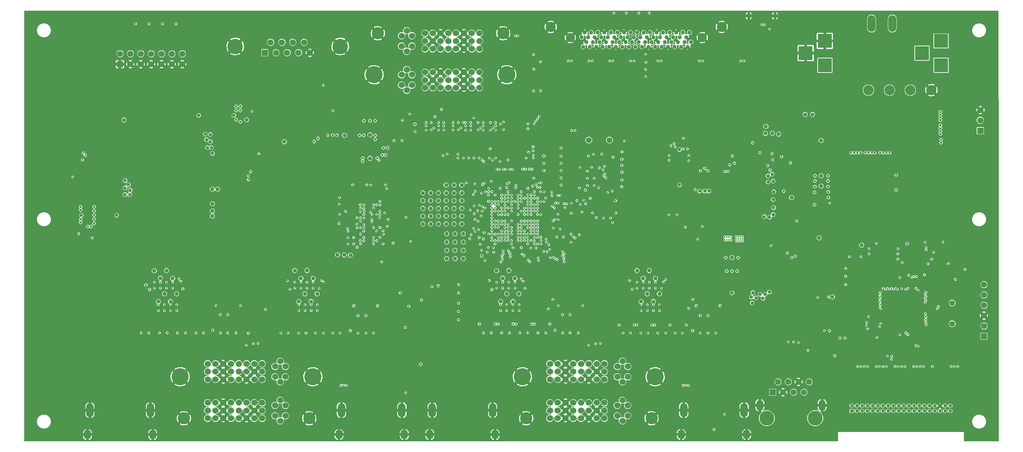
<source format=gbr>
G04 (created by PCBNEW (2013-07-07 BZR 4022)-stable) date 6/4/2014 10:32:15 AM*
%MOIN*%
G04 Gerber Fmt 3.4, Leading zero omitted, Abs format*
%FSLAX34Y34*%
G01*
G70*
G90*
G04 APERTURE LIST*
%ADD10C,0.00590551*%
%ADD11C,0.15*%
%ADD12R,0.06X0.06*%
%ADD13C,0.06*%
%ADD14C,0.1*%
%ADD15C,0.0393701*%
%ADD16C,0.0885827*%
%ADD17C,0.0984252*%
%ADD18C,0.1437*%
%ADD19R,0.0591X0.0591*%
%ADD20C,0.0591*%
%ADD21O,0.0669291X0.106299*%
%ADD22O,0.08X0.16*%
%ADD23C,0.165354*%
%ADD24C,0.11811*%
%ADD25O,0.0393701X0.06*%
%ADD26C,0.056*%
%ADD27C,0.04*%
%ADD28O,0.0708661X0.137795*%
%ADD29O,0.0708661X0.0925197*%
%ADD30R,0.1378X0.1378*%
%ADD31R,0.034X0.034*%
%ADD32C,0.034*%
%ADD33C,0.035*%
%ADD34C,0.024*%
%ADD35C,0.016*%
%ADD36C,0.02*%
%ADD37C,0.01*%
%ADD38C,0.06*%
%ADD39C,0.024*%
%ADD40C,0.005*%
%ADD41C,0.006*%
G04 APERTURE END LIST*
G54D10*
G54D11*
X39734Y-20815D03*
X29606Y-20815D03*
G54D12*
X32456Y-21422D03*
G54D13*
X33556Y-21422D03*
X34606Y-21422D03*
X35706Y-21422D03*
X36806Y-21422D03*
X33006Y-20422D03*
X34106Y-20422D03*
X35156Y-20422D03*
X36256Y-20422D03*
G54D14*
X90660Y-25030D03*
X92687Y-25030D03*
X94695Y-25030D03*
X96722Y-25030D03*
G54D15*
X63308Y-19472D03*
X63938Y-19472D03*
X64568Y-19472D03*
X65198Y-19472D03*
X65828Y-19472D03*
X66458Y-19472D03*
X67088Y-19472D03*
X67718Y-19472D03*
X68348Y-19472D03*
X68978Y-19472D03*
X69607Y-19472D03*
X70237Y-19472D03*
X70867Y-19472D03*
X71497Y-19472D03*
X72127Y-19472D03*
X72757Y-19472D03*
X73387Y-19472D03*
X73080Y-19924D03*
X72450Y-19924D03*
X71820Y-19924D03*
X71190Y-19924D03*
X70560Y-19924D03*
X69930Y-19924D03*
X69300Y-19924D03*
X68670Y-19924D03*
X68040Y-19924D03*
X67410Y-19924D03*
X66780Y-19924D03*
X66150Y-19924D03*
X65520Y-19924D03*
X64891Y-19924D03*
X64261Y-19924D03*
X63631Y-19924D03*
X63001Y-19924D03*
X63466Y-20397D03*
X64096Y-20397D03*
X64726Y-20397D03*
X65355Y-20397D03*
X65985Y-20397D03*
X66615Y-20397D03*
X67245Y-20397D03*
X67875Y-20397D03*
X68505Y-20397D03*
X69135Y-20397D03*
X69765Y-20397D03*
X70395Y-20397D03*
X71025Y-20397D03*
X71655Y-20397D03*
X72285Y-20397D03*
X72915Y-20397D03*
X73544Y-20397D03*
X73230Y-20850D03*
X72600Y-20850D03*
X71970Y-20850D03*
X71340Y-20850D03*
X70080Y-20850D03*
X68190Y-20850D03*
X67560Y-20850D03*
X66930Y-20850D03*
X66300Y-20850D03*
X65670Y-20850D03*
X65040Y-20850D03*
X64410Y-20850D03*
X63780Y-20850D03*
X63150Y-20850D03*
G54D16*
X74635Y-19964D03*
X61909Y-19964D03*
G54D17*
X60030Y-18930D03*
X76515Y-18930D03*
G54D15*
X70710Y-20850D03*
X68820Y-20850D03*
X69450Y-20850D03*
G54D18*
X85523Y-56698D03*
X80850Y-56698D03*
G54D19*
X81435Y-54198D03*
G54D20*
X81935Y-53198D03*
X82435Y-54198D03*
X82935Y-53198D03*
X83435Y-54198D03*
X83935Y-53198D03*
X84435Y-54198D03*
X84935Y-53198D03*
G54D21*
X80185Y-55454D03*
X86185Y-55454D03*
G54D22*
X90962Y-18600D03*
X92962Y-18600D03*
G54D13*
X59950Y-52950D03*
X60700Y-52950D03*
X61450Y-52950D03*
X62200Y-52950D03*
X62950Y-52950D03*
X63700Y-52950D03*
X64450Y-52950D03*
X65200Y-52950D03*
X59950Y-52200D03*
X60700Y-52200D03*
X61450Y-52200D03*
X62200Y-52200D03*
X62950Y-52200D03*
X63700Y-52200D03*
X64450Y-52200D03*
X65200Y-52200D03*
X60700Y-51450D03*
X61450Y-51450D03*
X62200Y-51450D03*
X62950Y-51450D03*
X63700Y-51450D03*
X59950Y-51450D03*
X64450Y-51450D03*
X65200Y-51450D03*
X59950Y-55210D03*
X60700Y-55210D03*
X61450Y-55210D03*
X62200Y-55210D03*
X62950Y-55210D03*
X63700Y-55210D03*
X64450Y-55210D03*
X65200Y-55210D03*
X59950Y-55960D03*
X60700Y-55960D03*
X61450Y-55960D03*
X62200Y-55960D03*
X62950Y-55960D03*
X63700Y-55960D03*
X64450Y-55960D03*
X65200Y-55960D03*
X59950Y-56710D03*
X60700Y-56710D03*
X61450Y-56710D03*
X62200Y-56710D03*
X62950Y-56710D03*
X63700Y-56710D03*
X64450Y-56710D03*
X65200Y-56710D03*
X66950Y-51206D03*
X66950Y-53194D03*
X66950Y-54966D03*
X66950Y-56954D03*
X66450Y-51706D03*
X67450Y-51706D03*
X66450Y-55466D03*
X67450Y-55466D03*
X66450Y-52706D03*
X66450Y-56466D03*
X67450Y-52706D03*
X67450Y-56466D03*
G54D23*
X70097Y-52706D03*
X57302Y-52706D03*
G54D24*
X57656Y-56710D03*
X69743Y-56710D03*
G54D25*
X81653Y-17862D03*
X79121Y-17862D03*
G54D26*
X63691Y-29852D03*
X65691Y-29852D03*
G54D27*
X50700Y-34200D03*
X48450Y-37200D03*
X49200Y-37200D03*
X48450Y-36450D03*
X50800Y-39700D03*
X49200Y-37950D03*
X51600Y-38900D03*
X49950Y-37200D03*
X51450Y-34950D03*
X50700Y-35700D03*
X51450Y-35700D03*
X51450Y-37200D03*
X49950Y-34950D03*
X51450Y-34200D03*
X49950Y-34200D03*
X49950Y-35700D03*
X50700Y-34950D03*
X50700Y-36450D03*
X48450Y-34950D03*
X50700Y-37950D03*
X49950Y-37950D03*
X49200Y-34950D03*
X51450Y-36450D03*
X49200Y-35700D03*
X49950Y-36450D03*
X47700Y-34950D03*
X51450Y-37950D03*
X50700Y-37200D03*
X50800Y-38900D03*
X50000Y-39700D03*
X51600Y-40500D03*
X51600Y-39700D03*
X50800Y-40500D03*
X47700Y-36450D03*
X47700Y-37200D03*
X49200Y-36450D03*
X48450Y-35700D03*
X47700Y-35700D03*
X49993Y-41296D03*
X50000Y-38900D03*
X50803Y-41301D03*
X50000Y-40500D03*
X51600Y-41300D03*
X47700Y-37950D03*
X48450Y-37950D03*
G54D13*
X53150Y-23300D03*
X52400Y-23300D03*
X51650Y-23300D03*
X50900Y-23300D03*
X50150Y-23300D03*
X49400Y-23300D03*
X48650Y-23300D03*
X47900Y-23300D03*
X53150Y-24050D03*
X52400Y-24050D03*
X51650Y-24050D03*
X50900Y-24050D03*
X50150Y-24050D03*
X49400Y-24050D03*
X48650Y-24050D03*
X47900Y-24050D03*
X52400Y-24800D03*
X51650Y-24800D03*
X50900Y-24800D03*
X50150Y-24800D03*
X49400Y-24800D03*
X53150Y-24800D03*
X48650Y-24800D03*
X47900Y-24800D03*
X53150Y-21040D03*
X52400Y-21040D03*
X51650Y-21040D03*
X50900Y-21040D03*
X50150Y-21040D03*
X49400Y-21040D03*
X48650Y-21040D03*
X47900Y-21040D03*
X53150Y-20290D03*
X52400Y-20290D03*
X51650Y-20290D03*
X50900Y-20290D03*
X50150Y-20290D03*
X49400Y-20290D03*
X48650Y-20290D03*
X47900Y-20290D03*
X53150Y-19540D03*
X52400Y-19540D03*
X51650Y-19540D03*
X50900Y-19540D03*
X50150Y-19540D03*
X49400Y-19540D03*
X48650Y-19540D03*
X47900Y-19540D03*
X46150Y-25044D03*
X46150Y-23056D03*
X46150Y-21284D03*
X46150Y-19296D03*
X46650Y-24544D03*
X45650Y-24544D03*
X46650Y-20784D03*
X45650Y-20784D03*
X46650Y-23544D03*
X46650Y-19784D03*
X45650Y-23544D03*
X45650Y-19784D03*
G54D23*
X43002Y-23544D03*
X55797Y-23544D03*
G54D24*
X55443Y-19540D03*
X43356Y-19540D03*
G54D13*
X26950Y-52950D03*
X27700Y-52950D03*
X28450Y-52950D03*
X29200Y-52950D03*
X29950Y-52950D03*
X30700Y-52950D03*
X31450Y-52950D03*
X32200Y-52950D03*
X26950Y-52200D03*
X27700Y-52200D03*
X28450Y-52200D03*
X29200Y-52200D03*
X29950Y-52200D03*
X30700Y-52200D03*
X31450Y-52200D03*
X32200Y-52200D03*
X27700Y-51450D03*
X28450Y-51450D03*
X29200Y-51450D03*
X29950Y-51450D03*
X30700Y-51450D03*
X26950Y-51450D03*
X31450Y-51450D03*
X32200Y-51450D03*
X26950Y-55210D03*
X27700Y-55210D03*
X28450Y-55210D03*
X29200Y-55210D03*
X29950Y-55210D03*
X30700Y-55210D03*
X31450Y-55210D03*
X32200Y-55210D03*
X26950Y-55960D03*
X27700Y-55960D03*
X28450Y-55960D03*
X29200Y-55960D03*
X29950Y-55960D03*
X30700Y-55960D03*
X31450Y-55960D03*
X32200Y-55960D03*
X26950Y-56710D03*
X27700Y-56710D03*
X28450Y-56710D03*
X29200Y-56710D03*
X29950Y-56710D03*
X30700Y-56710D03*
X31450Y-56710D03*
X32200Y-56710D03*
X33950Y-51206D03*
X33950Y-53194D03*
X33950Y-54966D03*
X33950Y-56954D03*
X33450Y-51706D03*
X34450Y-51706D03*
X33450Y-55466D03*
X34450Y-55466D03*
X33450Y-52706D03*
X33450Y-56466D03*
X34450Y-52706D03*
X34450Y-56466D03*
G54D23*
X37097Y-52706D03*
X24302Y-52706D03*
G54D24*
X24656Y-56710D03*
X36743Y-56710D03*
G54D28*
X21422Y-55926D03*
X15595Y-55926D03*
G54D29*
X21658Y-58272D03*
X15359Y-58272D03*
G54D28*
X45672Y-55926D03*
X39845Y-55926D03*
G54D29*
X45908Y-58272D03*
X39609Y-58272D03*
G54D28*
X78672Y-55926D03*
X72845Y-55926D03*
G54D29*
X78908Y-58272D03*
X72609Y-58272D03*
G54D28*
X54422Y-55926D03*
X48595Y-55926D03*
G54D29*
X54658Y-58272D03*
X48359Y-58272D03*
G54D30*
X97668Y-22641D03*
X97668Y-20279D03*
X95818Y-21460D03*
X86455Y-22641D03*
X86455Y-20279D03*
X84605Y-21460D03*
G54D12*
X18500Y-22525D03*
G54D13*
X18500Y-21525D03*
X19500Y-22525D03*
X19500Y-21525D03*
X20500Y-22525D03*
X20500Y-21525D03*
X21500Y-22525D03*
X21500Y-21525D03*
X22500Y-22525D03*
X22500Y-21525D03*
X23500Y-22525D03*
X23500Y-21525D03*
X24500Y-22525D03*
X24500Y-21525D03*
G54D12*
X101800Y-48800D03*
G54D13*
X101800Y-47800D03*
X101800Y-46800D03*
X101800Y-45800D03*
X101800Y-44800D03*
X101800Y-43800D03*
G54D26*
X98740Y-45584D03*
X98740Y-47584D03*
G54D12*
X101450Y-28950D03*
G54D13*
X101450Y-27950D03*
X101450Y-26950D03*
G54D31*
X89050Y-56000D03*
G54D32*
X89050Y-55500D03*
X89550Y-56000D03*
X89550Y-55500D03*
X90050Y-56000D03*
X90050Y-55500D03*
X90550Y-56000D03*
X90550Y-55500D03*
X91050Y-56000D03*
X91050Y-55500D03*
X91550Y-56000D03*
X91550Y-55500D03*
X92050Y-56000D03*
X92050Y-55500D03*
X92550Y-56000D03*
X92550Y-55500D03*
X93050Y-56000D03*
X93050Y-55500D03*
X93550Y-56000D03*
X93550Y-55500D03*
X94050Y-56000D03*
X94050Y-55500D03*
X94550Y-56000D03*
X94550Y-55500D03*
X95050Y-56000D03*
X95050Y-55500D03*
X95550Y-56000D03*
X95550Y-55500D03*
X96050Y-56000D03*
X96050Y-55500D03*
X96550Y-56000D03*
G54D33*
X96550Y-55500D03*
G54D32*
X97050Y-56000D03*
X97050Y-55500D03*
X97550Y-56000D03*
X97550Y-55500D03*
X98050Y-56000D03*
X98050Y-55500D03*
X98550Y-56000D03*
X98550Y-55500D03*
G54D34*
X82500Y-34800D03*
G54D27*
X90000Y-40000D03*
G54D35*
X84822Y-50144D03*
X58124Y-38609D03*
X62788Y-39000D03*
X65973Y-37805D03*
X94546Y-42894D03*
X65501Y-34925D03*
X74650Y-38177D03*
X96062Y-42860D03*
X67100Y-29943D03*
X58756Y-39870D03*
X80646Y-18711D03*
X62038Y-28932D03*
X62376Y-28932D03*
X80387Y-18719D03*
X95442Y-44358D03*
X53342Y-40500D03*
X65086Y-32712D03*
X88829Y-41106D03*
X93671Y-43126D03*
X53998Y-40217D03*
G54D36*
X66875Y-32950D03*
X21300Y-18636D03*
G54D35*
X95247Y-44165D03*
X66891Y-31000D03*
X59008Y-34429D03*
X58737Y-27803D03*
G54D36*
X23900Y-18635D03*
G54D35*
X95050Y-43032D03*
G54D36*
X66874Y-32300D03*
G54D35*
X58401Y-28275D03*
G54D36*
X20000Y-18636D03*
X66874Y-31699D03*
G54D35*
X58910Y-27584D03*
X95283Y-43031D03*
X59368Y-34846D03*
G54D36*
X61026Y-32100D03*
G54D35*
X57494Y-37664D03*
G54D36*
X59354Y-32100D03*
G54D35*
X57809Y-37664D03*
G54D36*
X61025Y-32798D03*
G54D35*
X58122Y-37664D03*
G54D36*
X59375Y-32798D03*
G54D35*
X57809Y-37035D03*
X58440Y-37663D03*
G54D36*
X61025Y-33499D03*
G54D35*
X58758Y-37661D03*
G54D36*
X61025Y-34200D03*
G54D35*
X60401Y-37508D03*
X61300Y-36000D03*
X57494Y-37979D03*
X60734Y-37547D03*
X62000Y-35957D03*
X65100Y-37378D03*
X57809Y-37979D03*
X58124Y-37979D03*
X65796Y-37374D03*
X63030Y-36814D03*
X58757Y-38925D03*
X64049Y-36867D03*
G54D36*
X61025Y-30600D03*
G54D35*
X58440Y-38925D03*
X60264Y-38354D03*
X64400Y-37329D03*
X58125Y-38294D03*
X58757Y-38296D03*
X63558Y-32850D03*
X62870Y-36091D03*
X64700Y-32529D03*
X60606Y-39200D03*
X57809Y-38294D03*
X41674Y-36741D03*
X55614Y-37044D03*
X55290Y-37035D03*
X42637Y-36808D03*
X43553Y-36731D03*
X54655Y-36090D03*
X42004Y-36125D03*
X54022Y-35140D03*
X55279Y-36400D03*
X43558Y-35787D03*
X54974Y-36725D03*
X42031Y-36737D03*
X55603Y-37972D03*
X43244Y-36094D03*
X41666Y-36418D03*
X54359Y-36100D03*
X42934Y-36416D03*
X54664Y-36720D03*
X41996Y-36441D03*
X54355Y-36729D03*
X43559Y-36106D03*
X55290Y-36714D03*
X41659Y-36096D03*
X52740Y-34800D03*
X42934Y-36096D03*
X52583Y-35100D03*
X53138Y-36153D03*
X43558Y-37047D03*
X43240Y-37047D03*
X53433Y-36283D03*
X43999Y-36884D03*
X52635Y-36225D03*
X41994Y-37051D03*
X54985Y-37659D03*
X55605Y-36720D03*
X43544Y-37351D03*
X41664Y-37361D03*
X53672Y-36416D03*
X54350Y-36409D03*
X41666Y-37674D03*
X41669Y-38301D03*
X53007Y-37670D03*
X43556Y-38298D03*
X52729Y-37520D03*
X41988Y-39261D03*
X53085Y-38472D03*
X52744Y-38674D03*
X42938Y-39236D03*
X43561Y-39250D03*
X52331Y-38998D03*
X41024Y-39266D03*
X53525Y-39394D03*
X43859Y-39871D03*
X52212Y-39364D03*
X41029Y-39890D03*
X53229Y-39918D03*
X41999Y-38006D03*
X52638Y-36964D03*
X42780Y-37748D03*
X52283Y-36625D03*
X53401Y-36722D03*
X44357Y-37525D03*
X52968Y-36664D03*
X41351Y-37986D03*
X54348Y-37344D03*
X43859Y-38611D03*
X41356Y-38305D03*
X53303Y-37183D03*
X41661Y-39550D03*
X54344Y-38294D03*
X52568Y-38383D03*
X43249Y-39561D03*
X54344Y-37664D03*
X43243Y-38616D03*
X41668Y-38935D03*
X54359Y-37964D03*
X41994Y-38636D03*
X54664Y-37974D03*
X41350Y-37359D03*
X55300Y-37659D03*
X54974Y-37974D03*
X42004Y-37386D03*
X54670Y-37655D03*
X42938Y-39866D03*
X41359Y-40196D03*
X53590Y-38777D03*
X41666Y-39867D03*
X53129Y-39261D03*
X54340Y-35770D03*
X42809Y-37051D03*
X56234Y-38610D03*
X57262Y-40846D03*
X56864Y-38294D03*
X57438Y-40995D03*
X58812Y-41226D03*
X57179Y-38609D03*
X57179Y-38294D03*
X58839Y-41478D03*
X61269Y-41382D03*
X57179Y-38925D03*
X61320Y-41595D03*
X56864Y-38609D03*
X57179Y-39553D03*
X61134Y-41018D03*
X57179Y-39240D03*
X61305Y-41175D03*
X61185Y-40658D03*
X57496Y-38924D03*
X61330Y-40844D03*
X57494Y-38609D03*
X60457Y-41277D03*
X56864Y-39553D03*
X60642Y-41394D03*
X56866Y-39240D03*
X59970Y-41214D03*
X57194Y-40227D03*
X60264Y-41190D03*
X57494Y-39553D03*
X55287Y-39551D03*
X55224Y-41595D03*
X55328Y-41045D03*
X55607Y-38918D03*
X55281Y-38612D03*
X55380Y-41328D03*
X55452Y-40544D03*
X55602Y-39557D03*
X55427Y-40836D03*
X55604Y-39242D03*
X56150Y-40954D03*
X55922Y-39552D03*
X56106Y-41151D03*
X55919Y-39234D03*
X55917Y-38922D03*
X55946Y-40535D03*
X55605Y-38610D03*
X56056Y-40752D03*
X55919Y-38610D03*
X57840Y-41435D03*
X55920Y-38290D03*
X58002Y-41596D03*
X54700Y-28163D03*
X55290Y-35145D03*
X54700Y-28476D03*
X54200Y-28163D03*
X53500Y-28162D03*
X53500Y-28477D03*
X55918Y-35459D03*
X53000Y-28162D03*
X52300Y-28475D03*
X52300Y-28163D03*
X57179Y-35146D03*
X51800Y-28476D03*
X51800Y-28162D03*
X57178Y-35461D03*
X50600Y-28164D03*
X50600Y-28477D03*
X58916Y-33980D03*
X57809Y-35144D03*
X51100Y-28162D03*
X48000Y-28160D03*
X56651Y-34437D03*
X48000Y-28477D03*
X48500Y-28162D03*
X49700Y-28164D03*
X56006Y-33983D03*
X56235Y-35146D03*
X49700Y-28477D03*
X49200Y-28164D03*
X49200Y-28477D03*
X55811Y-34043D03*
X56235Y-35459D03*
X46450Y-27350D03*
X58124Y-36090D03*
X60114Y-34878D03*
X49495Y-26900D03*
X60152Y-35196D03*
X59552Y-35456D03*
X45729Y-27940D03*
X55449Y-32675D03*
X55688Y-32676D03*
X54833Y-32675D03*
X55056Y-32675D03*
X57326Y-32661D03*
X57593Y-32661D03*
X57956Y-32660D03*
X58229Y-32660D03*
X56322Y-32675D03*
X59381Y-35779D03*
X56085Y-32675D03*
X58755Y-35774D03*
X55470Y-28124D03*
X56865Y-36092D03*
X58380Y-21600D03*
X60735Y-35951D03*
X58395Y-23000D03*
X57809Y-36405D03*
X60944Y-35216D03*
X58364Y-25100D03*
X58125Y-36405D03*
X60726Y-35214D03*
X60496Y-35930D03*
X67728Y-22221D03*
X68042Y-22224D03*
X65730Y-22222D03*
X66043Y-22224D03*
X63728Y-22222D03*
X64044Y-22222D03*
X61727Y-22223D03*
X62043Y-22223D03*
X78357Y-22221D03*
X78672Y-22222D03*
X74358Y-22218D03*
X74673Y-22223D03*
X70358Y-22221D03*
X70671Y-22222D03*
G54D36*
X22600Y-18634D03*
G54D35*
X94852Y-43123D03*
X58577Y-28040D03*
G54D36*
X66874Y-33700D03*
G54D35*
X58755Y-35459D03*
X46050Y-54250D03*
X30855Y-48500D03*
X62674Y-48466D03*
X59791Y-46151D03*
X61167Y-48464D03*
X61891Y-48465D03*
X42950Y-48473D03*
X41450Y-48474D03*
X42200Y-48475D03*
X73300Y-46096D03*
X75945Y-48474D03*
X74445Y-48473D03*
X75195Y-48473D03*
X29684Y-48464D03*
X28166Y-48464D03*
X28881Y-48464D03*
X56377Y-46306D03*
X56377Y-45752D03*
X57810Y-48462D03*
X59574Y-39418D03*
G54D27*
X56376Y-45449D03*
X56376Y-45449D03*
X55985Y-42452D03*
G54D35*
X55983Y-43586D03*
X55983Y-44141D03*
X57036Y-48462D03*
X59068Y-39558D03*
X55786Y-46306D03*
X55786Y-45751D03*
X58756Y-38610D03*
X56040Y-48463D03*
G54D27*
X55785Y-44694D03*
X55785Y-44694D03*
G54D35*
X55392Y-43586D03*
G54D27*
X55394Y-43184D03*
X55394Y-43184D03*
G54D35*
X58447Y-38617D03*
X55392Y-44140D03*
X55290Y-48463D03*
X55196Y-46306D03*
X59616Y-39726D03*
X55195Y-45751D03*
X54290Y-48464D03*
G54D27*
X55196Y-45446D03*
X55196Y-45446D03*
G54D35*
X54802Y-43586D03*
X54802Y-44141D03*
X53540Y-48463D03*
X59068Y-39872D03*
G54D27*
X54802Y-42470D03*
G54D35*
X62216Y-39177D03*
X57178Y-43254D03*
X57178Y-43254D03*
X56967Y-46306D03*
X58755Y-37976D03*
X56967Y-45751D03*
X59540Y-48463D03*
G54D27*
X56966Y-44693D03*
X56966Y-44693D03*
G54D35*
X56574Y-44141D03*
X58429Y-37977D03*
X56574Y-43586D03*
X58790Y-48463D03*
G54D27*
X56572Y-43208D03*
X56572Y-43208D03*
G54D35*
X60906Y-38451D03*
X62378Y-39301D03*
X57361Y-43489D03*
X57361Y-43489D03*
X61974Y-38934D03*
X57560Y-44182D03*
X69923Y-46308D03*
X69924Y-45752D03*
G54D27*
X69922Y-45447D03*
G54D35*
X71100Y-48472D03*
X60190Y-36240D03*
X60386Y-36398D03*
X69529Y-44141D03*
X69528Y-43589D03*
X70350Y-48472D03*
G54D27*
X69529Y-42446D03*
G54D35*
X69332Y-46307D03*
X58755Y-36090D03*
G54D27*
X69331Y-44695D03*
G54D35*
X69335Y-45751D03*
X69400Y-48474D03*
X68938Y-44142D03*
X58440Y-36090D03*
X68936Y-43583D03*
X68700Y-48473D03*
G54D27*
X68938Y-43198D03*
G54D35*
X68741Y-46308D03*
X58125Y-36720D03*
G54D27*
X68741Y-45445D03*
G54D35*
X68741Y-45751D03*
X67700Y-48474D03*
G54D27*
X68348Y-42450D03*
G54D35*
X57809Y-36720D03*
X68348Y-44141D03*
X68345Y-43584D03*
X67000Y-48473D03*
X70709Y-44187D03*
X58755Y-36405D03*
X70513Y-46305D03*
X70509Y-45748D03*
X72700Y-48473D03*
X58753Y-36720D03*
G54D27*
X70513Y-44692D03*
G54D35*
X58440Y-36720D03*
X70118Y-44140D03*
X70117Y-43583D03*
X72000Y-48472D03*
G54D27*
X70119Y-43199D03*
G54D35*
X61414Y-36382D03*
X60708Y-37022D03*
X70909Y-43527D03*
X71103Y-43303D03*
X57494Y-36720D03*
X54346Y-39551D03*
X36923Y-46306D03*
X36922Y-45751D03*
G54D27*
X36922Y-45447D03*
G54D35*
X38100Y-48472D03*
X54345Y-39243D03*
X36529Y-43586D03*
X36528Y-44141D03*
X37350Y-48473D03*
G54D27*
X36529Y-42446D03*
G54D35*
X36332Y-46307D03*
X53913Y-40689D03*
X36332Y-45751D03*
X36422Y-48471D03*
G54D27*
X36331Y-44695D03*
G54D35*
X35938Y-44141D03*
G54D27*
X35938Y-43198D03*
G54D35*
X35938Y-43586D03*
X35700Y-48473D03*
X54660Y-39554D03*
X35741Y-46306D03*
X35741Y-45751D03*
G54D27*
X35741Y-45445D03*
G54D35*
X54969Y-39561D03*
X34700Y-48473D03*
X35347Y-44141D03*
X35348Y-43587D03*
G54D27*
X35348Y-42450D03*
G54D35*
X54970Y-39246D03*
X34000Y-48471D03*
X37710Y-44177D03*
X55292Y-38925D03*
X37513Y-46306D03*
X37513Y-45752D03*
G54D27*
X37513Y-44692D03*
G54D35*
X39700Y-48474D03*
X56390Y-40254D03*
X56236Y-39557D03*
X37119Y-43586D03*
G54D27*
X37119Y-43199D03*
G54D35*
X37119Y-44140D03*
X39000Y-48473D03*
X54655Y-38928D03*
X37907Y-43410D03*
X58600Y-40260D03*
X38104Y-43549D03*
X58434Y-39864D03*
X23376Y-46307D03*
X23377Y-45751D03*
X24800Y-48463D03*
X58599Y-34137D03*
G54D27*
X23376Y-45449D03*
X23376Y-45449D03*
G54D35*
X22983Y-43585D03*
X22983Y-44141D03*
X24050Y-48465D03*
X58749Y-34398D03*
G54D27*
X22985Y-42452D03*
X22985Y-42452D03*
G54D35*
X22786Y-46307D03*
X53453Y-34167D03*
X22786Y-45751D03*
X23050Y-48464D03*
G54D27*
X22785Y-44694D03*
G54D35*
X22392Y-44140D03*
X53597Y-34012D03*
X22392Y-43586D03*
X22300Y-48464D03*
G54D27*
X22394Y-43184D03*
X22394Y-43184D03*
G54D35*
X22198Y-46306D03*
X54032Y-34517D03*
G54D27*
X22196Y-45446D03*
G54D35*
X22195Y-45751D03*
X21285Y-48465D03*
X21802Y-44140D03*
X21801Y-43586D03*
X54031Y-34831D03*
X20544Y-48463D03*
G54D27*
X21802Y-42470D03*
X21802Y-42470D03*
G54D35*
X24178Y-43254D03*
X54659Y-35774D03*
X23967Y-46306D03*
X58280Y-34294D03*
X23967Y-45752D03*
X26550Y-48463D03*
G54D27*
X23966Y-44693D03*
X23966Y-44693D03*
G54D35*
X23574Y-44144D03*
G54D27*
X23572Y-43208D03*
X23572Y-43208D03*
G54D35*
X23574Y-43586D03*
X25800Y-48464D03*
X58438Y-35146D03*
X56235Y-36405D03*
X55602Y-36092D03*
X24361Y-43489D03*
X24361Y-43489D03*
X54975Y-36090D03*
X24558Y-44199D03*
X96230Y-40456D03*
X91740Y-45916D03*
X98356Y-41786D03*
X91811Y-45329D03*
X94458Y-48635D03*
X93500Y-40350D03*
X91403Y-39850D03*
X93671Y-48636D03*
G54D34*
X43100Y-28000D03*
X42000Y-28000D03*
X42600Y-28000D03*
X42000Y-29400D03*
X41600Y-29400D03*
X43100Y-29800D03*
X43100Y-29400D03*
G54D35*
X93495Y-41350D03*
X58329Y-30876D03*
G54D27*
X40148Y-29396D03*
X42599Y-29348D03*
G54D34*
X39408Y-29382D03*
X39003Y-29382D03*
G54D36*
X38525Y-29375D03*
G54D35*
X90705Y-40850D03*
X58334Y-31274D03*
G54D33*
X26725Y-29265D03*
X27400Y-31140D03*
X27325Y-30590D03*
X26925Y-30590D03*
X26850Y-29815D03*
X27200Y-30015D03*
X27225Y-29315D03*
X26075Y-27465D03*
G54D35*
X97395Y-45916D03*
X96123Y-45128D03*
X98628Y-51725D03*
X98943Y-51724D03*
X96192Y-45326D03*
X99257Y-51725D03*
X96122Y-45522D03*
X91740Y-45129D03*
X89628Y-51725D03*
X90572Y-51725D03*
X91818Y-44538D03*
X91820Y-44930D03*
X89943Y-51726D03*
X90257Y-51725D03*
X91738Y-44735D03*
X91428Y-51725D03*
X92096Y-44186D03*
X92687Y-44241D03*
X92372Y-51725D03*
X91743Y-51725D03*
X92293Y-44241D03*
X92057Y-51726D03*
X92490Y-44187D03*
X93228Y-51723D03*
X92884Y-44187D03*
X93474Y-44241D03*
X94172Y-51726D03*
X93080Y-44241D03*
X93543Y-51724D03*
X93857Y-51725D03*
X93277Y-44187D03*
X95028Y-51723D03*
X94262Y-44242D03*
X96124Y-44735D03*
X95972Y-51726D03*
X95343Y-51725D03*
X94458Y-44188D03*
X95657Y-51725D03*
X96193Y-44538D03*
X96828Y-51725D03*
X96192Y-44931D03*
X99046Y-43299D03*
X96138Y-46620D03*
X89952Y-41106D03*
X58125Y-39555D03*
X59838Y-39966D03*
X91845Y-46113D03*
X96144Y-39710D03*
X91739Y-45522D03*
X56847Y-19779D03*
X97842Y-39720D03*
X96208Y-40214D03*
X91812Y-45719D03*
X96947Y-40676D03*
X56625Y-19775D03*
X83445Y-49353D03*
X95245Y-49698D03*
X82943Y-49352D03*
X95442Y-49746D03*
X90676Y-46899D03*
X58119Y-40285D03*
X58438Y-39240D03*
G54D36*
X48565Y-44006D03*
G54D35*
X59944Y-40418D03*
X96198Y-47692D03*
X97296Y-46110D03*
X96189Y-47489D03*
G54D36*
X51133Y-45600D03*
G54D35*
X57809Y-39238D03*
X59339Y-40599D03*
X57811Y-39555D03*
X59681Y-40632D03*
X51150Y-44600D03*
G54D36*
X96180Y-47198D03*
G54D35*
X76767Y-56302D03*
X90477Y-47753D03*
X75764Y-57798D03*
X90479Y-47440D03*
X86900Y-35950D03*
G54D34*
X85450Y-36100D03*
X85450Y-34900D03*
X86800Y-34850D03*
X86800Y-35400D03*
X85500Y-33300D03*
X85500Y-33800D03*
X85500Y-34350D03*
X86750Y-34350D03*
X86750Y-33800D03*
X86750Y-33300D03*
G54D36*
X86901Y-48246D03*
G54D27*
X86100Y-33300D03*
X86100Y-34300D03*
G54D36*
X73930Y-34625D03*
G54D33*
X74380Y-34775D03*
X74880Y-34775D03*
X75280Y-34775D03*
G54D36*
X74480Y-32825D03*
X75180Y-32825D03*
X74880Y-32575D03*
G54D33*
X72430Y-34175D03*
G54D36*
X87900Y-48968D03*
G54D33*
X18160Y-37105D03*
X18975Y-34490D03*
X18975Y-33740D03*
X19300Y-34140D03*
X19475Y-34690D03*
X19450Y-35115D03*
X18975Y-35115D03*
G54D35*
X43456Y-31800D03*
X91488Y-48909D03*
X83738Y-37666D03*
X90593Y-48081D03*
X31200Y-27075D03*
X91707Y-47884D03*
X72824Y-29675D03*
X91853Y-47591D03*
X15800Y-39300D03*
G54D34*
X97600Y-27665D03*
X97600Y-27390D03*
X97650Y-29815D03*
X97650Y-30090D03*
X97600Y-28440D03*
X97600Y-28715D03*
X97600Y-29265D03*
X97600Y-28990D03*
X97600Y-27940D03*
X97600Y-27115D03*
G54D33*
X79445Y-45585D03*
X79820Y-45085D03*
X77500Y-44600D03*
X79370Y-45010D03*
X79520Y-44585D03*
X80470Y-45135D03*
X81120Y-44510D03*
X80695Y-44735D03*
X80195Y-44735D03*
G54D34*
X92694Y-31080D03*
X92388Y-31080D03*
X91782Y-31082D03*
X92086Y-31080D03*
X88974Y-31080D03*
X89280Y-31078D03*
X89898Y-31084D03*
X89592Y-31078D03*
X90368Y-31078D03*
X90670Y-31078D03*
X91268Y-31080D03*
X90976Y-31080D03*
G54D35*
X57809Y-38924D03*
X56864Y-35461D03*
X54400Y-31779D03*
X55916Y-34835D03*
X54659Y-35144D03*
X51618Y-31577D03*
X55144Y-31907D03*
X57809Y-35774D03*
X58125Y-35144D03*
X55900Y-31765D03*
X55604Y-35146D03*
X52128Y-31577D03*
X55781Y-34428D03*
X53121Y-31577D03*
X52627Y-31577D03*
X56233Y-35774D03*
X56864Y-35146D03*
X54700Y-31577D03*
X56235Y-36090D03*
X53400Y-31760D03*
X49650Y-31337D03*
X55914Y-35781D03*
X54442Y-28677D03*
X55291Y-35462D03*
X53241Y-28677D03*
X55610Y-35461D03*
X59119Y-33981D03*
X51340Y-28677D03*
X57809Y-35461D03*
X48740Y-28677D03*
X56682Y-34233D03*
X55471Y-28837D03*
X56864Y-35775D03*
X51084Y-31577D03*
X55291Y-35775D03*
X54333Y-38917D03*
X53670Y-41469D03*
X58439Y-39555D03*
X54976Y-35782D03*
X58125Y-35459D03*
X54527Y-40670D03*
X55291Y-37979D03*
X54503Y-40246D03*
G54D36*
X46337Y-45900D03*
G54D35*
X58755Y-39240D03*
X58438Y-35461D03*
X57822Y-28273D03*
X57823Y-28761D03*
X57810Y-36090D03*
X62545Y-35700D03*
X58755Y-37033D03*
X60239Y-37659D03*
X57892Y-31024D03*
X57494Y-36405D03*
X54346Y-34831D03*
X52711Y-34086D03*
X54118Y-31576D03*
X56556Y-35769D03*
G54D34*
X41900Y-31900D03*
X41900Y-31600D03*
X44300Y-30600D03*
X43900Y-30600D03*
X44100Y-31300D03*
X43800Y-31300D03*
X43300Y-31600D03*
G54D35*
X58330Y-30494D03*
X93496Y-40850D03*
G54D27*
X42591Y-31617D03*
G54D35*
X42294Y-34186D03*
X42669Y-34185D03*
X40923Y-34186D03*
X44119Y-34188D03*
X46071Y-37323D03*
X39618Y-37898D03*
X39647Y-36053D03*
X39664Y-35407D03*
X54979Y-38290D03*
X39673Y-37006D03*
X53347Y-34977D03*
X54344Y-38609D03*
G54D27*
X34340Y-30010D03*
X30700Y-27900D03*
X40120Y-40940D03*
X39470Y-40930D03*
X40710Y-40960D03*
G54D34*
X30100Y-28100D03*
X29700Y-27900D03*
X29700Y-27000D03*
X29700Y-26600D03*
X30100Y-26600D03*
X30100Y-27000D03*
G54D35*
X44221Y-34552D03*
X90705Y-40350D03*
X58338Y-31560D03*
X40450Y-38400D03*
G54D33*
X29475Y-27465D03*
G54D34*
X37207Y-29994D03*
X37574Y-29689D03*
G54D35*
X54344Y-37034D03*
X54655Y-36400D03*
X40464Y-38681D03*
X40477Y-39274D03*
X40467Y-39884D03*
X43730Y-41618D03*
X40254Y-36736D03*
X46500Y-39658D03*
X44824Y-39800D03*
X41999Y-38321D03*
X54029Y-35766D03*
X54033Y-38920D03*
X54985Y-37044D03*
X42934Y-38301D03*
X42938Y-39556D03*
X41988Y-39571D03*
X44261Y-38188D03*
X43906Y-38941D03*
X54664Y-38290D03*
X84549Y-49335D03*
X82440Y-49383D03*
G54D27*
X59983Y-29540D03*
X60012Y-20502D03*
X99939Y-19425D03*
X98917Y-26635D03*
X79542Y-50019D03*
X49545Y-50016D03*
X100455Y-24990D03*
X99421Y-25032D03*
X95466Y-27587D03*
X20000Y-40000D03*
X10000Y-50000D03*
X10000Y-40000D03*
X10000Y-30000D03*
X10004Y-32499D03*
X9999Y-20001D03*
G54D35*
X32376Y-35028D03*
X13704Y-29766D03*
X85026Y-39754D03*
X95319Y-27167D03*
X94878Y-27153D03*
X94402Y-27153D03*
X94010Y-27230D03*
X94045Y-27699D03*
X94395Y-27923D03*
X95032Y-27888D03*
X95291Y-28119D03*
X95053Y-28434D03*
X94605Y-28399D03*
X94227Y-28427D03*
X94185Y-29309D03*
X94556Y-29540D03*
X95046Y-29715D03*
X95081Y-30660D03*
X95067Y-31003D03*
X94899Y-31290D03*
X94290Y-31003D03*
X93947Y-30471D03*
X93968Y-29897D03*
X93506Y-29897D03*
X93504Y-30345D03*
X93033Y-30324D03*
X93033Y-29835D03*
X92421Y-29820D03*
X91818Y-29826D03*
X91284Y-29838D03*
X90861Y-29847D03*
X90453Y-29856D03*
X89733Y-29862D03*
X89124Y-29850D03*
X89424Y-29842D03*
X92082Y-35502D03*
X92076Y-35292D03*
X92337Y-36642D03*
X92382Y-36330D03*
X92745Y-36306D03*
X90909Y-34083D03*
X90671Y-34182D03*
X90450Y-34220D03*
X90195Y-34223D03*
X89949Y-34227D03*
G54D33*
X12600Y-25200D03*
X12000Y-25200D03*
X11400Y-25200D03*
X13200Y-25800D03*
X13800Y-25800D03*
X14400Y-25800D03*
X9600Y-25800D03*
X10200Y-25800D03*
X10800Y-25800D03*
X12600Y-26400D03*
X12000Y-26400D03*
X11400Y-26400D03*
X14400Y-26400D03*
X13800Y-26400D03*
X13200Y-26400D03*
X9600Y-26400D03*
X10200Y-26400D03*
X10800Y-26400D03*
X12600Y-25800D03*
X12000Y-25800D03*
X11400Y-25800D03*
X13200Y-25200D03*
X13800Y-25200D03*
X14400Y-25200D03*
X9600Y-25200D03*
X10200Y-25200D03*
X10800Y-25200D03*
X16475Y-29965D03*
X16475Y-29390D03*
X16425Y-28715D03*
X16450Y-28115D03*
X16475Y-27465D03*
X15000Y-26400D03*
X15600Y-26400D03*
X16300Y-26400D03*
G54D35*
X58400Y-32878D03*
X79875Y-18705D03*
X82353Y-20049D03*
X83188Y-17624D03*
G54D33*
X13300Y-41000D03*
X12800Y-41000D03*
X12300Y-41000D03*
X11700Y-41000D03*
X11600Y-39700D03*
X12100Y-39700D03*
X13300Y-40400D03*
X12600Y-40400D03*
X12100Y-40400D03*
X11600Y-40400D03*
X11100Y-40400D03*
X10600Y-40300D03*
X10100Y-40300D03*
X10100Y-39700D03*
X10600Y-39700D03*
X11100Y-39700D03*
X10100Y-41000D03*
X10600Y-41000D03*
X11100Y-41000D03*
X12700Y-39700D03*
X13300Y-39700D03*
G54D35*
X79850Y-26600D03*
X80213Y-22778D03*
X65542Y-31664D03*
X97464Y-41307D03*
X65280Y-35388D03*
X96278Y-40992D03*
G54D36*
X88772Y-57399D03*
X98776Y-57406D03*
G54D35*
X36158Y-43526D03*
X23646Y-45651D03*
X35148Y-44230D03*
X35495Y-43393D03*
X35150Y-43498D03*
X35496Y-44297D03*
X23062Y-46460D03*
X23222Y-44313D03*
X35864Y-46498D03*
X55590Y-44212D03*
X56424Y-44412D03*
X54605Y-44248D03*
X54540Y-45465D03*
X36018Y-45619D03*
X69485Y-45468D03*
G54D36*
X23778Y-43500D03*
X23778Y-43500D03*
G54D35*
X21999Y-46569D03*
X21605Y-45713D03*
X37200Y-45638D03*
X37206Y-46423D03*
X36492Y-45572D03*
X35353Y-45660D03*
X36920Y-43463D03*
X36959Y-44306D03*
X36135Y-44221D03*
X55473Y-45617D03*
X55461Y-46456D03*
X55949Y-45543D03*
X56667Y-46422D03*
X54605Y-45708D03*
G54D36*
X31272Y-34536D03*
G54D35*
X30618Y-34629D03*
G54D36*
X14646Y-30210D03*
G54D35*
X15162Y-30070D03*
X84468Y-40772D03*
X84669Y-41289D03*
X44577Y-34561D03*
X43784Y-33383D03*
X48567Y-45360D03*
X56236Y-39236D03*
X53429Y-39074D03*
X69088Y-44408D03*
X68148Y-44230D03*
X68202Y-44577D03*
G54D36*
X94043Y-48585D03*
G54D35*
X94850Y-48581D03*
X61983Y-39219D03*
X54970Y-36400D03*
X56866Y-36720D03*
X54662Y-39239D03*
X22830Y-44352D03*
X21513Y-43475D03*
X58438Y-35777D03*
X58125Y-39240D03*
X58753Y-39555D03*
G54D34*
X70164Y-46443D03*
G54D35*
X51921Y-33541D03*
X40207Y-36299D03*
X55290Y-38294D03*
X59067Y-37982D03*
X60288Y-34120D03*
X22428Y-46478D03*
X68144Y-45429D03*
X68875Y-46553D03*
X53714Y-39869D03*
X34041Y-43444D03*
X47337Y-43373D03*
X57500Y-38300D03*
X67029Y-43405D03*
X53504Y-43423D03*
X20231Y-43077D03*
X19871Y-29315D03*
X90711Y-41350D03*
X72600Y-39413D03*
X71797Y-39415D03*
X84871Y-46141D03*
X26327Y-35315D03*
X57180Y-31223D03*
X55149Y-31223D03*
X53151Y-31223D03*
X52651Y-31223D03*
X51650Y-31223D03*
X57494Y-35144D03*
X53750Y-28150D03*
X76955Y-40500D03*
X60986Y-37502D03*
X73583Y-30094D03*
X82647Y-37667D03*
X20219Y-44277D03*
X33767Y-44243D03*
X66772Y-44245D03*
X53194Y-44280D03*
X35150Y-29846D03*
X31600Y-27700D03*
X14760Y-39700D03*
X57264Y-32898D03*
X57267Y-34102D03*
X59584Y-36493D03*
X48858Y-26200D03*
X65000Y-46805D03*
X64250Y-46805D03*
X65700Y-28300D03*
X63700Y-28300D03*
X53585Y-30373D03*
X100601Y-41600D03*
X100246Y-39300D03*
X93388Y-50184D03*
X93381Y-50790D03*
X91902Y-50499D03*
X92331Y-51228D03*
X57887Y-31784D03*
X57179Y-37036D03*
X55920Y-36714D03*
G54D36*
X78100Y-53400D03*
X77251Y-58536D03*
X77250Y-57062D03*
G54D35*
X73700Y-54094D03*
X49303Y-47138D03*
G54D36*
X75897Y-54594D03*
X74715Y-54605D03*
G54D35*
X53806Y-53200D03*
X52003Y-26892D03*
X48857Y-26900D03*
X94065Y-43107D03*
G54D36*
X96187Y-46310D03*
G54D35*
X97981Y-41999D03*
X46650Y-43900D03*
X54650Y-41394D03*
X46550Y-34300D03*
X41238Y-33383D03*
X45963Y-38088D03*
X38478Y-36752D03*
X38478Y-35400D03*
X38478Y-36050D03*
X38484Y-37450D03*
X38537Y-38100D03*
X58808Y-40265D03*
X59032Y-21600D03*
X59031Y-23699D03*
X59172Y-25799D03*
X87750Y-49650D03*
X72880Y-45250D03*
X59377Y-45249D03*
X63927Y-37341D03*
G54D36*
X87400Y-48975D03*
G54D35*
X89901Y-45883D03*
X91780Y-46725D03*
X91739Y-46506D03*
G54D34*
X94406Y-39095D03*
G54D35*
X64650Y-33817D03*
X62862Y-33150D03*
X65291Y-32711D03*
X64150Y-32245D03*
X63628Y-32257D03*
X63350Y-32231D03*
X62771Y-31607D03*
X64104Y-35451D03*
X62816Y-33900D03*
X62806Y-34252D03*
X62525Y-34823D03*
X65231Y-34265D03*
G54D33*
X17250Y-30065D03*
X17025Y-31440D03*
X16500Y-31440D03*
X16525Y-30990D03*
X16975Y-30990D03*
X16525Y-30540D03*
X17000Y-30540D03*
X17025Y-31890D03*
X16500Y-31890D03*
X16500Y-32440D03*
X17200Y-32465D03*
X17200Y-32915D03*
X16450Y-32915D03*
X17175Y-33315D03*
X17175Y-33890D03*
X17175Y-35065D03*
X17150Y-34540D03*
G54D36*
X100193Y-47580D03*
X100205Y-45580D03*
G54D35*
X66895Y-34995D03*
X53747Y-34475D03*
X58755Y-35144D03*
X56235Y-37977D03*
X56864Y-37662D03*
X56553Y-37348D03*
X58442Y-37033D03*
X59850Y-39150D03*
X55288Y-39870D03*
G54D34*
X91762Y-34069D03*
X92069Y-34054D03*
X92337Y-34050D03*
X92069Y-33534D03*
X92337Y-33530D03*
X91766Y-33526D03*
X91443Y-34058D03*
X91443Y-33526D03*
X94450Y-32865D03*
X95550Y-32865D03*
X95275Y-32865D03*
X94725Y-32865D03*
X95000Y-32865D03*
G54D33*
X79730Y-36975D03*
X74030Y-37350D03*
X75205Y-37325D03*
X76430Y-37275D03*
X79280Y-34875D03*
X79280Y-36250D03*
X78655Y-36125D03*
X78855Y-36625D03*
X77655Y-36625D03*
X76730Y-36475D03*
X77105Y-35550D03*
X78005Y-35750D03*
X78780Y-35575D03*
X79105Y-34400D03*
X79855Y-32250D03*
X79555Y-33600D03*
X79855Y-33300D03*
X79030Y-33050D03*
X79530Y-33050D03*
X79530Y-32525D03*
X79505Y-32050D03*
X79030Y-32050D03*
X79030Y-32525D03*
X79030Y-33600D03*
X28825Y-34590D03*
X29750Y-34690D03*
X29800Y-35365D03*
X29800Y-36040D03*
X29800Y-36715D03*
X29800Y-37215D03*
X29500Y-33690D03*
X29500Y-34140D03*
X29050Y-34140D03*
X29050Y-33690D03*
X29525Y-32665D03*
X29550Y-33165D03*
X29050Y-33165D03*
X29025Y-32665D03*
X29025Y-30365D03*
X28975Y-30990D03*
X28975Y-31465D03*
X29550Y-31465D03*
X29550Y-31940D03*
X28975Y-31940D03*
X29150Y-29265D03*
X29050Y-29690D03*
X87045Y-42385D03*
X86470Y-42385D03*
X85995Y-42410D03*
X85120Y-42460D03*
X84495Y-43210D03*
X84570Y-42460D03*
X82970Y-42560D03*
X83470Y-42560D03*
X83470Y-43035D03*
X83920Y-43035D03*
X83920Y-42585D03*
X82570Y-43085D03*
X82570Y-42585D03*
X82970Y-43035D03*
X79595Y-42910D03*
X79995Y-42985D03*
X80670Y-42910D03*
X81195Y-43010D03*
X81620Y-43060D03*
X81645Y-42510D03*
X82095Y-42510D03*
X82070Y-43085D03*
X39200Y-28275D03*
X39800Y-28275D03*
X40450Y-28275D03*
X40450Y-27750D03*
X40025Y-27775D03*
X39475Y-27775D03*
X38850Y-27600D03*
X38700Y-25825D03*
X40050Y-26300D03*
X38675Y-26550D03*
X38452Y-28278D03*
X38025Y-28275D03*
X36650Y-27525D03*
X36225Y-26900D03*
X36425Y-28000D03*
X37025Y-28325D03*
X37575Y-28250D03*
X40575Y-27025D03*
X36325Y-31050D03*
X36800Y-31150D03*
X37575Y-31125D03*
X38050Y-31125D03*
X38525Y-31125D03*
X39275Y-31100D03*
X40025Y-31100D03*
X36329Y-25749D03*
G54D36*
X82388Y-32421D03*
X82504Y-30744D03*
G54D35*
X57179Y-36090D03*
X55926Y-37659D03*
G54D36*
X75950Y-46800D03*
G54D35*
X22159Y-44250D03*
G54D36*
X22159Y-44250D03*
X23766Y-44274D03*
X23766Y-44274D03*
X42950Y-46800D03*
G54D35*
X37317Y-44266D03*
X37317Y-43502D03*
G54D36*
X32876Y-46399D03*
X19450Y-46398D03*
X29673Y-46698D03*
X16873Y-54599D03*
X17466Y-54603D03*
X18056Y-54593D03*
X18646Y-54601D03*
X19829Y-54604D03*
X16873Y-56202D03*
X17465Y-56202D03*
X18056Y-56199D03*
X18646Y-56201D03*
X19829Y-56201D03*
X41124Y-54608D03*
X41715Y-54605D03*
X42306Y-54597D03*
X42897Y-54594D03*
X44079Y-54600D03*
X41124Y-56205D03*
X41715Y-56211D03*
X42305Y-56207D03*
X42898Y-56208D03*
X44079Y-56206D03*
X62673Y-46698D03*
X65876Y-46399D03*
X52450Y-46398D03*
X75305Y-56207D03*
X77079Y-54600D03*
X75306Y-54597D03*
X74124Y-54608D03*
G54D35*
X69766Y-44235D03*
X69759Y-43512D03*
G54D36*
X55149Y-43476D03*
X55159Y-44250D03*
X54604Y-43477D03*
X56766Y-44274D03*
X56778Y-43500D03*
G54D35*
X68149Y-45655D03*
X68150Y-43498D03*
X70317Y-43502D03*
X70317Y-44266D03*
G54D36*
X56778Y-43500D03*
X56766Y-44274D03*
X54604Y-43477D03*
X55159Y-44250D03*
X55149Y-43476D03*
X52829Y-56201D03*
X51646Y-56201D03*
X51056Y-56199D03*
X50465Y-56202D03*
X49873Y-56202D03*
X52829Y-54604D03*
X51646Y-54601D03*
X51056Y-54593D03*
X50466Y-54603D03*
X49873Y-54599D03*
G54D35*
X54655Y-37035D03*
X52986Y-34485D03*
X45718Y-39644D03*
X44266Y-39994D03*
X45562Y-39820D03*
X54033Y-36407D03*
X53396Y-37981D03*
X39917Y-39517D03*
X42342Y-38946D03*
X41664Y-38621D03*
X41999Y-37696D03*
X43242Y-37362D03*
X43556Y-37675D03*
X42625Y-38610D03*
X43243Y-39246D03*
X41664Y-39246D03*
X41988Y-38946D03*
X41988Y-40206D03*
X43559Y-39875D03*
X42938Y-40181D03*
X43549Y-38616D03*
X41017Y-35754D03*
X41661Y-38001D03*
X41353Y-39883D03*
X39906Y-40103D03*
X39911Y-38927D03*
X40092Y-38427D03*
X40239Y-37808D03*
X44007Y-36254D03*
X43374Y-41155D03*
X42274Y-40444D03*
X35149Y-45655D03*
X57182Y-39868D03*
X63557Y-34250D03*
X65148Y-33302D03*
X72200Y-37088D03*
X93900Y-41683D03*
X65252Y-33105D03*
G54D36*
X66274Y-35700D03*
G54D35*
X63165Y-35646D03*
X63390Y-35999D03*
X64650Y-34445D03*
G54D36*
X65326Y-33498D03*
G54D35*
X66027Y-31496D03*
X73000Y-38267D03*
X66308Y-36901D03*
X81108Y-19152D03*
X71400Y-37089D03*
X63560Y-33549D03*
X63830Y-35465D03*
X42769Y-37522D03*
G54D36*
X77530Y-31375D03*
X81430Y-31762D03*
X82269Y-31460D03*
X77293Y-32243D03*
X83134Y-32041D03*
X77728Y-32088D03*
X80187Y-31066D03*
X81180Y-32745D03*
X81366Y-31145D03*
X77122Y-32893D03*
X76804Y-32894D03*
X39025Y-27025D03*
G54D27*
X86100Y-29900D03*
X85264Y-27381D03*
X84560Y-27383D03*
G54D36*
X14872Y-31766D03*
X15144Y-31313D03*
G54D34*
X93325Y-34665D03*
X93326Y-33213D03*
G54D36*
X14952Y-31101D03*
X83265Y-41203D03*
X83597Y-41066D03*
X82832Y-40740D03*
X30859Y-33301D03*
X30882Y-33673D03*
X31085Y-32908D03*
G54D35*
X63682Y-49644D03*
X64359Y-49524D03*
X73318Y-53532D03*
X64800Y-49470D03*
X72768Y-53529D03*
X73036Y-53521D03*
X31359Y-49524D03*
X30682Y-49644D03*
X40318Y-53532D03*
X31800Y-49470D03*
X40036Y-53521D03*
X39768Y-53529D03*
X45672Y-29899D03*
X44919Y-29900D03*
G54D27*
X27400Y-37200D03*
G54D36*
X79485Y-30121D03*
G54D27*
X27900Y-34600D03*
X27400Y-36000D03*
X27400Y-34600D03*
X80769Y-28527D03*
X80721Y-29210D03*
X81999Y-29277D03*
X87170Y-45000D03*
G54D35*
X86820Y-45000D03*
X85770Y-45040D03*
G54D27*
X85900Y-39300D03*
X81400Y-29200D03*
G54D35*
X86400Y-48255D03*
X31890Y-31190D03*
G54D33*
X80980Y-33900D03*
X80980Y-33325D03*
X81380Y-33150D03*
G54D35*
X81278Y-40050D03*
X13948Y-33422D03*
G54D27*
X18890Y-27920D03*
X27400Y-36700D03*
G54D33*
X81480Y-33825D03*
X81530Y-34850D03*
G54D27*
X83250Y-35400D03*
G54D33*
X81480Y-35600D03*
X81505Y-36375D03*
X81480Y-37050D03*
X81105Y-37300D03*
X80605Y-37250D03*
G54D36*
X80934Y-32326D03*
G54D35*
X78500Y-39400D03*
X78300Y-39600D03*
X77900Y-39600D03*
X78100Y-39400D03*
X78300Y-39200D03*
X77900Y-39200D03*
X77400Y-39200D03*
X78100Y-39200D03*
X78300Y-39400D03*
X77900Y-39400D03*
X78100Y-39600D03*
X78500Y-39600D03*
X78500Y-39200D03*
X77000Y-39500D03*
X76800Y-39200D03*
X77200Y-39200D03*
X77400Y-39500D03*
X77000Y-39200D03*
X76800Y-39500D03*
X77200Y-39500D03*
X55606Y-38280D03*
X57180Y-37980D03*
G54D34*
X76900Y-41200D03*
X77000Y-42500D03*
X78000Y-42500D03*
X78100Y-41200D03*
X77500Y-42500D03*
G54D35*
X61965Y-39724D03*
X50045Y-31223D03*
X53580Y-31932D03*
X55922Y-35147D03*
X55134Y-34501D03*
X57826Y-34498D03*
X57180Y-34830D03*
X55610Y-35780D03*
X57494Y-35461D03*
X56237Y-36720D03*
X56864Y-37035D03*
G54D27*
X77500Y-41200D03*
G54D35*
X55600Y-36400D03*
X57179Y-36720D03*
X57179Y-37664D03*
X57179Y-35774D03*
X55917Y-37976D03*
X55914Y-37029D03*
X56240Y-37659D03*
X56864Y-37977D03*
X83943Y-49419D03*
X61250Y-39200D03*
G54D34*
X53358Y-41042D03*
G54D36*
X76350Y-45850D03*
G54D35*
X74169Y-39413D03*
X99962Y-42350D03*
X69165Y-23720D03*
X69165Y-21582D03*
X69500Y-17600D03*
X66100Y-17600D03*
X65194Y-32376D03*
X64952Y-31202D03*
X64150Y-31204D03*
X63657Y-31377D03*
X65939Y-34769D03*
X96756Y-41340D03*
X73350Y-31850D03*
X73350Y-31350D03*
X71450Y-31800D03*
X71450Y-31350D03*
X73200Y-30700D03*
X72800Y-30700D03*
X71600Y-30400D03*
X71900Y-30200D03*
X72000Y-30500D03*
G54D36*
X47565Y-45277D03*
G54D35*
X63957Y-32486D03*
X56864Y-36405D03*
X54981Y-38919D03*
X55284Y-39243D03*
X56234Y-38294D03*
X38110Y-24560D03*
X59037Y-25100D03*
X59031Y-22300D03*
X51891Y-33972D03*
X55923Y-36401D03*
X58435Y-38294D03*
X51575Y-28138D03*
X55168Y-28323D03*
X61991Y-36909D03*
X58435Y-34830D03*
X34888Y-44244D03*
X67888Y-44244D03*
X61556Y-36003D03*
X59063Y-39232D03*
X58438Y-36405D03*
X56866Y-38925D03*
X56240Y-39869D03*
X57494Y-37033D03*
X55605Y-37664D03*
X58125Y-35774D03*
X58393Y-33505D03*
X54197Y-30699D03*
X88455Y-43800D03*
X88455Y-43000D03*
X88456Y-42250D03*
X92881Y-51000D03*
X92906Y-50712D03*
X92475Y-50714D03*
X57655Y-31577D03*
X57494Y-39240D03*
X52300Y-28879D03*
X57812Y-39866D03*
X51070Y-31223D03*
X54291Y-33849D03*
G54D33*
X72430Y-30775D03*
G54D35*
X52604Y-27713D03*
X48857Y-27600D03*
X93868Y-44212D03*
G54D36*
X94261Y-48459D03*
X96189Y-46901D03*
G54D35*
X96400Y-41796D03*
X51150Y-43800D03*
G54D36*
X45514Y-44600D03*
X87401Y-50687D03*
X66876Y-34350D03*
X49168Y-43914D03*
X46000Y-47927D03*
X51127Y-47200D03*
X51127Y-46400D03*
G54D34*
X94401Y-39845D03*
G54D35*
X62843Y-32514D03*
X62794Y-34482D03*
X64207Y-34250D03*
X64207Y-33550D03*
X49700Y-28879D03*
X49200Y-28879D03*
X48500Y-28883D03*
X48000Y-28880D03*
X50600Y-28883D03*
X51100Y-28881D03*
X51800Y-28878D03*
X53000Y-28882D03*
X53500Y-28879D03*
X54200Y-28880D03*
X54701Y-28879D03*
X59067Y-37038D03*
X53736Y-34851D03*
X59066Y-35779D03*
X59052Y-34847D03*
X58124Y-38925D03*
X54659Y-39870D03*
X56238Y-38918D03*
X58124Y-37035D03*
G54D36*
X61025Y-31400D03*
G54D34*
X59356Y-31400D03*
G54D36*
X63361Y-34688D03*
X40702Y-48248D03*
X43350Y-45850D03*
X41050Y-45850D03*
G54D35*
X27750Y-45850D03*
X30100Y-45850D03*
G54D36*
X27429Y-48205D03*
G54D35*
X63100Y-45850D03*
X60750Y-45850D03*
G54D36*
X74050Y-45850D03*
X73092Y-47700D03*
X71524Y-47701D03*
X70038Y-47700D03*
X69763Y-47702D03*
X68313Y-47698D03*
X68088Y-47700D03*
X66608Y-47702D03*
X73702Y-48248D03*
X54338Y-44278D03*
X54338Y-44278D03*
X53148Y-47619D03*
X54672Y-47622D03*
X54940Y-47622D03*
X56406Y-47619D03*
X56679Y-47624D03*
X58185Y-47622D03*
X58432Y-47621D03*
X59949Y-47622D03*
X60429Y-48205D03*
X21338Y-44278D03*
X21338Y-44278D03*
G54D34*
X14700Y-37800D03*
X14700Y-37500D03*
G54D35*
X14500Y-38900D03*
X68500Y-17600D03*
X60228Y-45249D03*
X46950Y-29050D03*
G54D34*
X46935Y-28323D03*
G54D35*
X67300Y-17600D03*
X67628Y-43405D03*
X69197Y-22338D03*
X69179Y-23036D03*
G54D34*
X14700Y-36300D03*
X14700Y-36600D03*
X15700Y-38200D03*
X15400Y-38200D03*
X16000Y-37900D03*
X16000Y-37500D03*
X16000Y-36300D03*
X16000Y-36700D03*
X16000Y-37100D03*
G54D35*
X73729Y-45250D03*
G54D34*
X47487Y-51498D03*
G54D35*
X54104Y-43394D03*
X34641Y-43443D03*
G54D34*
X20997Y-43851D03*
G54D36*
X28891Y-46704D03*
X28167Y-46705D03*
G54D35*
X32527Y-46218D03*
G54D36*
X42200Y-46800D03*
X41450Y-46800D03*
X61167Y-46705D03*
X61891Y-46704D03*
X74450Y-46800D03*
X75200Y-46800D03*
X88400Y-48967D03*
G54D33*
X14760Y-37105D03*
G54D37*
X63686Y-28287D02*
X61236Y-28287D01*
X61236Y-28287D02*
X59983Y-29540D01*
X59994Y-20511D02*
X59011Y-20511D01*
X9960Y-18780D02*
X9960Y-19965D01*
X10540Y-18200D02*
X9960Y-18780D01*
X56700Y-18200D02*
X10540Y-18200D01*
X59011Y-20511D02*
X56700Y-18200D01*
X98903Y-26586D02*
X98903Y-20461D01*
X98903Y-20461D02*
X99939Y-19425D01*
X49539Y-50013D02*
X79536Y-50013D01*
X79536Y-50013D02*
X79542Y-50019D01*
G54D38*
X99463Y-24990D02*
X100455Y-24990D01*
X99421Y-25032D02*
X99463Y-24990D01*
G54D37*
X10000Y-50000D02*
X20000Y-40000D01*
X10000Y-30000D02*
X10000Y-40000D01*
X10815Y-26400D02*
X10815Y-31688D01*
X10815Y-31688D02*
X10004Y-32499D01*
G54D39*
X94892Y-27167D02*
X95319Y-27167D01*
X94878Y-27153D02*
X94892Y-27167D01*
X94087Y-27153D02*
X94402Y-27153D01*
X94010Y-27230D02*
X94087Y-27153D01*
X94171Y-27699D02*
X94045Y-27699D01*
X94395Y-27923D02*
X94171Y-27699D01*
X95060Y-27888D02*
X95032Y-27888D01*
X95291Y-28119D02*
X95060Y-27888D01*
X94640Y-28434D02*
X95053Y-28434D01*
X94605Y-28399D02*
X94640Y-28434D01*
X94227Y-29267D02*
X94227Y-28427D01*
X94185Y-29309D02*
X94227Y-29267D01*
X94871Y-29540D02*
X94556Y-29540D01*
X95046Y-29715D02*
X94871Y-29540D01*
X95081Y-30989D02*
X95081Y-30660D01*
X95067Y-31003D02*
X95081Y-30989D01*
X94577Y-31290D02*
X94899Y-31290D01*
X94290Y-31003D02*
X94577Y-31290D01*
X93947Y-29918D02*
X93947Y-30471D01*
X93968Y-29897D02*
X93947Y-29918D01*
X93506Y-30343D02*
X93506Y-29897D01*
X93504Y-30345D02*
X93506Y-30343D01*
X93033Y-29835D02*
X93033Y-30324D01*
X91824Y-29820D02*
X92421Y-29820D01*
X91818Y-29826D02*
X91824Y-29820D01*
X90870Y-29838D02*
X91284Y-29838D01*
X90861Y-29847D02*
X90870Y-29838D01*
G54D40*
X92382Y-36330D02*
X92406Y-36306D01*
X92406Y-36306D02*
X92745Y-36306D01*
X90770Y-34083D02*
X90909Y-34083D01*
X90671Y-34182D02*
X90770Y-34083D01*
X12000Y-25200D02*
X11400Y-25200D01*
X13800Y-25800D02*
X14400Y-25800D01*
X10200Y-25800D02*
X10800Y-25800D01*
X12000Y-26400D02*
X11400Y-26400D01*
X13800Y-26400D02*
X13200Y-26400D01*
X10200Y-26400D02*
X9600Y-26400D01*
X12000Y-25800D02*
X12600Y-25800D01*
X13800Y-25200D02*
X13200Y-25200D01*
X10200Y-25200D02*
X9600Y-25200D01*
X16475Y-27465D02*
X16475Y-26575D01*
X15600Y-26400D02*
X15000Y-26400D01*
X16475Y-26575D02*
X16300Y-26400D01*
G54D37*
X12800Y-41000D02*
X12300Y-41000D01*
X12600Y-39700D02*
X12100Y-39700D01*
X12100Y-40400D02*
X12600Y-40400D01*
X11100Y-40400D02*
X11600Y-40400D01*
X10100Y-40300D02*
X10600Y-40300D01*
X10600Y-39700D02*
X10100Y-39700D01*
X13300Y-40400D02*
X13300Y-41000D01*
X10600Y-41000D02*
X10100Y-41000D01*
G54D41*
X58125Y-39240D02*
X58125Y-39234D01*
X58125Y-39234D02*
X57964Y-39073D01*
X57964Y-39073D02*
X57964Y-38762D01*
X57964Y-38762D02*
X57498Y-38296D01*
X57498Y-38296D02*
X57500Y-38300D01*
X58753Y-39555D02*
X58749Y-39555D01*
X58131Y-39239D02*
X58125Y-39240D01*
X58290Y-39398D02*
X58131Y-39239D01*
X58592Y-39398D02*
X58290Y-39398D01*
X58749Y-39555D02*
X58592Y-39398D01*
G54D10*
G36*
X65495Y-20402D02*
X65361Y-20537D01*
X65355Y-20531D01*
X65350Y-20537D01*
X65221Y-20408D01*
X65216Y-20402D01*
X65221Y-20397D01*
X65089Y-20265D01*
X65046Y-20289D01*
X65028Y-20416D01*
X65046Y-20505D01*
X65089Y-20528D01*
X65057Y-20561D01*
X65073Y-20578D01*
X64986Y-20578D01*
X64889Y-20617D01*
X64956Y-20551D01*
X64997Y-20451D01*
X64997Y-20343D01*
X64956Y-20243D01*
X64909Y-20196D01*
X64944Y-20196D01*
X65044Y-20155D01*
X65121Y-20078D01*
X65162Y-19979D01*
X65162Y-19870D01*
X65128Y-19787D01*
X65217Y-19799D01*
X65284Y-19786D01*
X65249Y-19870D01*
X65249Y-19978D01*
X65290Y-20078D01*
X65290Y-20078D01*
X65248Y-20087D01*
X65224Y-20131D01*
X65355Y-20262D01*
X65361Y-20257D01*
X65495Y-20391D01*
X65490Y-20397D01*
X65495Y-20402D01*
X65495Y-20402D01*
G37*
G54D40*
X65495Y-20402D02*
X65361Y-20537D01*
X65355Y-20531D01*
X65350Y-20537D01*
X65221Y-20408D01*
X65216Y-20402D01*
X65221Y-20397D01*
X65089Y-20265D01*
X65046Y-20289D01*
X65028Y-20416D01*
X65046Y-20505D01*
X65089Y-20528D01*
X65057Y-20561D01*
X65073Y-20578D01*
X64986Y-20578D01*
X64889Y-20617D01*
X64956Y-20551D01*
X64997Y-20451D01*
X64997Y-20343D01*
X64956Y-20243D01*
X64909Y-20196D01*
X64944Y-20196D01*
X65044Y-20155D01*
X65121Y-20078D01*
X65162Y-19979D01*
X65162Y-19870D01*
X65128Y-19787D01*
X65217Y-19799D01*
X65284Y-19786D01*
X65249Y-19870D01*
X65249Y-19978D01*
X65290Y-20078D01*
X65290Y-20078D01*
X65248Y-20087D01*
X65224Y-20131D01*
X65355Y-20262D01*
X65361Y-20257D01*
X65495Y-20391D01*
X65490Y-20397D01*
X65495Y-20402D01*
G54D10*
G36*
X67385Y-20402D02*
X67251Y-20537D01*
X67245Y-20531D01*
X67240Y-20537D01*
X67111Y-20408D01*
X67105Y-20402D01*
X67111Y-20397D01*
X66979Y-20265D01*
X66935Y-20289D01*
X66918Y-20416D01*
X66935Y-20505D01*
X66979Y-20528D01*
X66946Y-20561D01*
X66963Y-20578D01*
X66876Y-20578D01*
X66779Y-20618D01*
X66846Y-20551D01*
X66887Y-20451D01*
X66887Y-20343D01*
X66846Y-20243D01*
X66799Y-20196D01*
X66834Y-20196D01*
X66934Y-20155D01*
X67011Y-20078D01*
X67052Y-19979D01*
X67052Y-19870D01*
X67018Y-19787D01*
X67107Y-19799D01*
X67173Y-19786D01*
X67138Y-19870D01*
X67138Y-19978D01*
X67180Y-20078D01*
X67180Y-20078D01*
X67137Y-20087D01*
X67114Y-20131D01*
X67245Y-20262D01*
X67251Y-20257D01*
X67385Y-20391D01*
X67380Y-20397D01*
X67385Y-20402D01*
X67385Y-20402D01*
G37*
G54D40*
X67385Y-20402D02*
X67251Y-20537D01*
X67245Y-20531D01*
X67240Y-20537D01*
X67111Y-20408D01*
X67105Y-20402D01*
X67111Y-20397D01*
X66979Y-20265D01*
X66935Y-20289D01*
X66918Y-20416D01*
X66935Y-20505D01*
X66979Y-20528D01*
X66946Y-20561D01*
X66963Y-20578D01*
X66876Y-20578D01*
X66779Y-20618D01*
X66846Y-20551D01*
X66887Y-20451D01*
X66887Y-20343D01*
X66846Y-20243D01*
X66799Y-20196D01*
X66834Y-20196D01*
X66934Y-20155D01*
X67011Y-20078D01*
X67052Y-19979D01*
X67052Y-19870D01*
X67018Y-19787D01*
X67107Y-19799D01*
X67173Y-19786D01*
X67138Y-19870D01*
X67138Y-19978D01*
X67180Y-20078D01*
X67180Y-20078D01*
X67137Y-20087D01*
X67114Y-20131D01*
X67245Y-20262D01*
X67251Y-20257D01*
X67385Y-20391D01*
X67380Y-20397D01*
X67385Y-20402D01*
G54D10*
G36*
X70535Y-20402D02*
X70400Y-20537D01*
X70395Y-20531D01*
X70389Y-20537D01*
X70261Y-20408D01*
X70255Y-20402D01*
X70261Y-20397D01*
X70129Y-20265D01*
X70085Y-20289D01*
X70067Y-20416D01*
X70085Y-20505D01*
X70129Y-20528D01*
X70096Y-20561D01*
X70112Y-20578D01*
X70026Y-20578D01*
X69928Y-20618D01*
X69995Y-20551D01*
X70037Y-20451D01*
X70037Y-20343D01*
X69996Y-20243D01*
X69949Y-20196D01*
X69984Y-20196D01*
X70084Y-20155D01*
X70160Y-20078D01*
X70202Y-19979D01*
X70202Y-19870D01*
X70167Y-19787D01*
X70256Y-19799D01*
X70323Y-19786D01*
X70288Y-19870D01*
X70288Y-19978D01*
X70329Y-20078D01*
X70329Y-20078D01*
X70287Y-20087D01*
X70263Y-20131D01*
X70395Y-20262D01*
X70400Y-20257D01*
X70535Y-20391D01*
X70529Y-20397D01*
X70535Y-20402D01*
X70535Y-20402D01*
G37*
G54D40*
X70535Y-20402D02*
X70400Y-20537D01*
X70395Y-20531D01*
X70389Y-20537D01*
X70261Y-20408D01*
X70255Y-20402D01*
X70261Y-20397D01*
X70129Y-20265D01*
X70085Y-20289D01*
X70067Y-20416D01*
X70085Y-20505D01*
X70129Y-20528D01*
X70096Y-20561D01*
X70112Y-20578D01*
X70026Y-20578D01*
X69928Y-20618D01*
X69995Y-20551D01*
X70037Y-20451D01*
X70037Y-20343D01*
X69996Y-20243D01*
X69949Y-20196D01*
X69984Y-20196D01*
X70084Y-20155D01*
X70160Y-20078D01*
X70202Y-19979D01*
X70202Y-19870D01*
X70167Y-19787D01*
X70256Y-19799D01*
X70323Y-19786D01*
X70288Y-19870D01*
X70288Y-19978D01*
X70329Y-20078D01*
X70329Y-20078D01*
X70287Y-20087D01*
X70263Y-20131D01*
X70395Y-20262D01*
X70400Y-20257D01*
X70535Y-20391D01*
X70529Y-20397D01*
X70535Y-20402D01*
G54D10*
G36*
X72425Y-20402D02*
X72290Y-20537D01*
X72285Y-20531D01*
X72279Y-20537D01*
X72150Y-20408D01*
X72145Y-20402D01*
X72150Y-20397D01*
X72019Y-20265D01*
X71975Y-20289D01*
X71957Y-20416D01*
X71975Y-20505D01*
X72019Y-20528D01*
X71986Y-20561D01*
X72002Y-20578D01*
X71916Y-20578D01*
X71818Y-20618D01*
X71885Y-20551D01*
X71926Y-20451D01*
X71927Y-20343D01*
X71885Y-20243D01*
X71839Y-20196D01*
X71873Y-20196D01*
X71973Y-20155D01*
X72050Y-20078D01*
X72091Y-19979D01*
X72092Y-19870D01*
X72057Y-19787D01*
X72146Y-19799D01*
X72213Y-19786D01*
X72178Y-19870D01*
X72178Y-19978D01*
X72219Y-20078D01*
X72219Y-20078D01*
X72177Y-20087D01*
X72153Y-20131D01*
X72285Y-20262D01*
X72290Y-20257D01*
X72425Y-20391D01*
X72419Y-20397D01*
X72425Y-20402D01*
X72425Y-20402D01*
G37*
G54D40*
X72425Y-20402D02*
X72290Y-20537D01*
X72285Y-20531D01*
X72279Y-20537D01*
X72150Y-20408D01*
X72145Y-20402D01*
X72150Y-20397D01*
X72019Y-20265D01*
X71975Y-20289D01*
X71957Y-20416D01*
X71975Y-20505D01*
X72019Y-20528D01*
X71986Y-20561D01*
X72002Y-20578D01*
X71916Y-20578D01*
X71818Y-20618D01*
X71885Y-20551D01*
X71926Y-20451D01*
X71927Y-20343D01*
X71885Y-20243D01*
X71839Y-20196D01*
X71873Y-20196D01*
X71973Y-20155D01*
X72050Y-20078D01*
X72091Y-19979D01*
X72092Y-19870D01*
X72057Y-19787D01*
X72146Y-19799D01*
X72213Y-19786D01*
X72178Y-19870D01*
X72178Y-19978D01*
X72219Y-20078D01*
X72219Y-20078D01*
X72177Y-20087D01*
X72153Y-20131D01*
X72285Y-20262D01*
X72290Y-20257D01*
X72425Y-20391D01*
X72419Y-20397D01*
X72425Y-20402D01*
G54D10*
G36*
X103195Y-58895D02*
X102233Y-58895D01*
X102233Y-46806D01*
X102202Y-46640D01*
X102197Y-46628D01*
X102175Y-46612D01*
X102175Y-45725D01*
X102175Y-44725D01*
X102175Y-43725D01*
X102118Y-43587D01*
X102036Y-43506D01*
X102036Y-37368D01*
X102036Y-19128D01*
X101929Y-18869D01*
X101731Y-18671D01*
X101472Y-18563D01*
X101191Y-18563D01*
X100932Y-18670D01*
X100734Y-18868D01*
X100626Y-19127D01*
X100626Y-19408D01*
X100733Y-19667D01*
X100931Y-19865D01*
X101190Y-19973D01*
X101471Y-19973D01*
X101730Y-19866D01*
X101928Y-19668D01*
X102036Y-19409D01*
X102036Y-19128D01*
X102036Y-37368D01*
X101929Y-37109D01*
X101883Y-37063D01*
X101883Y-26956D01*
X101852Y-26790D01*
X101847Y-26778D01*
X101793Y-26740D01*
X101659Y-26875D01*
X101659Y-26606D01*
X101621Y-26552D01*
X101456Y-26516D01*
X101290Y-26547D01*
X101278Y-26552D01*
X101240Y-26606D01*
X101450Y-26815D01*
X101659Y-26606D01*
X101659Y-26875D01*
X101584Y-26950D01*
X101793Y-27159D01*
X101847Y-27121D01*
X101883Y-26956D01*
X101883Y-37063D01*
X101825Y-37005D01*
X101825Y-27875D01*
X101768Y-27737D01*
X101662Y-27632D01*
X101659Y-27630D01*
X101659Y-27293D01*
X101450Y-27084D01*
X101315Y-27218D01*
X101315Y-26950D01*
X101106Y-26740D01*
X101052Y-26778D01*
X101016Y-26943D01*
X101047Y-27109D01*
X101052Y-27121D01*
X101106Y-27159D01*
X101315Y-26950D01*
X101315Y-27218D01*
X101240Y-27293D01*
X101278Y-27347D01*
X101443Y-27383D01*
X101609Y-27352D01*
X101621Y-27347D01*
X101659Y-27293D01*
X101659Y-27630D01*
X101524Y-27575D01*
X101375Y-27574D01*
X101237Y-27631D01*
X101132Y-27737D01*
X101075Y-27875D01*
X101074Y-28024D01*
X101131Y-28162D01*
X101237Y-28267D01*
X101375Y-28324D01*
X101524Y-28325D01*
X101662Y-28268D01*
X101767Y-28162D01*
X101824Y-28024D01*
X101825Y-27875D01*
X101825Y-37005D01*
X101825Y-37004D01*
X101825Y-29235D01*
X101825Y-28635D01*
X101813Y-28607D01*
X101792Y-28586D01*
X101764Y-28575D01*
X101735Y-28574D01*
X101135Y-28574D01*
X101107Y-28586D01*
X101086Y-28607D01*
X101075Y-28635D01*
X101074Y-28664D01*
X101074Y-29264D01*
X101086Y-29292D01*
X101107Y-29313D01*
X101135Y-29324D01*
X101164Y-29325D01*
X101764Y-29325D01*
X101792Y-29313D01*
X101813Y-29292D01*
X101824Y-29264D01*
X101825Y-29235D01*
X101825Y-37004D01*
X101731Y-36911D01*
X101472Y-36803D01*
X101191Y-36803D01*
X100932Y-36910D01*
X100734Y-37108D01*
X100626Y-37367D01*
X100626Y-37648D01*
X100733Y-37907D01*
X100931Y-38105D01*
X101190Y-38213D01*
X101471Y-38213D01*
X101730Y-38106D01*
X101928Y-37908D01*
X102036Y-37649D01*
X102036Y-37368D01*
X102036Y-43506D01*
X102012Y-43482D01*
X101874Y-43425D01*
X101725Y-43424D01*
X101587Y-43481D01*
X101482Y-43587D01*
X101425Y-43725D01*
X101424Y-43874D01*
X101481Y-44012D01*
X101587Y-44117D01*
X101725Y-44174D01*
X101874Y-44175D01*
X102012Y-44118D01*
X102117Y-44012D01*
X102174Y-43874D01*
X102175Y-43725D01*
X102175Y-44725D01*
X102118Y-44587D01*
X102012Y-44482D01*
X101874Y-44425D01*
X101725Y-44424D01*
X101587Y-44481D01*
X101482Y-44587D01*
X101425Y-44725D01*
X101424Y-44874D01*
X101481Y-45012D01*
X101587Y-45117D01*
X101725Y-45174D01*
X101874Y-45175D01*
X102012Y-45118D01*
X102117Y-45012D01*
X102174Y-44874D01*
X102175Y-44725D01*
X102175Y-45725D01*
X102118Y-45587D01*
X102012Y-45482D01*
X101874Y-45425D01*
X101725Y-45424D01*
X101587Y-45481D01*
X101482Y-45587D01*
X101425Y-45725D01*
X101424Y-45874D01*
X101481Y-46012D01*
X101587Y-46117D01*
X101725Y-46174D01*
X101874Y-46175D01*
X102012Y-46118D01*
X102117Y-46012D01*
X102174Y-45874D01*
X102175Y-45725D01*
X102175Y-46612D01*
X102143Y-46590D01*
X102009Y-46725D01*
X102009Y-46456D01*
X101971Y-46402D01*
X101806Y-46366D01*
X101640Y-46397D01*
X101628Y-46402D01*
X101590Y-46456D01*
X101800Y-46665D01*
X102009Y-46456D01*
X102009Y-46725D01*
X101934Y-46800D01*
X102143Y-47009D01*
X102197Y-46971D01*
X102233Y-46806D01*
X102233Y-58895D01*
X102175Y-58895D01*
X102175Y-47725D01*
X102118Y-47587D01*
X102012Y-47482D01*
X102009Y-47480D01*
X102009Y-47143D01*
X101800Y-46934D01*
X101665Y-47068D01*
X101665Y-46800D01*
X101456Y-46590D01*
X101402Y-46628D01*
X101366Y-46793D01*
X101397Y-46959D01*
X101402Y-46971D01*
X101456Y-47009D01*
X101665Y-46800D01*
X101665Y-47068D01*
X101590Y-47143D01*
X101628Y-47197D01*
X101793Y-47233D01*
X101959Y-47202D01*
X101971Y-47197D01*
X102009Y-47143D01*
X102009Y-47480D01*
X101874Y-47425D01*
X101725Y-47424D01*
X101587Y-47481D01*
X101482Y-47587D01*
X101425Y-47725D01*
X101424Y-47874D01*
X101481Y-48012D01*
X101587Y-48117D01*
X101725Y-48174D01*
X101874Y-48175D01*
X102012Y-48118D01*
X102117Y-48012D01*
X102174Y-47874D01*
X102175Y-47725D01*
X102175Y-58895D01*
X102175Y-58895D01*
X102175Y-49085D01*
X102175Y-48485D01*
X102163Y-48457D01*
X102142Y-48436D01*
X102114Y-48425D01*
X102085Y-48424D01*
X101485Y-48424D01*
X101457Y-48436D01*
X101436Y-48457D01*
X101425Y-48485D01*
X101424Y-48514D01*
X101424Y-49114D01*
X101436Y-49142D01*
X101457Y-49163D01*
X101485Y-49174D01*
X101514Y-49175D01*
X102114Y-49175D01*
X102142Y-49163D01*
X102163Y-49142D01*
X102174Y-49114D01*
X102175Y-49085D01*
X102175Y-58895D01*
X102036Y-58895D01*
X102036Y-56891D01*
X101929Y-56632D01*
X101731Y-56434D01*
X101472Y-56326D01*
X101191Y-56326D01*
X100932Y-56433D01*
X100734Y-56631D01*
X100626Y-56890D01*
X100626Y-57171D01*
X100733Y-57430D01*
X100931Y-57628D01*
X101190Y-57736D01*
X101471Y-57736D01*
X101730Y-57629D01*
X101928Y-57431D01*
X102036Y-57172D01*
X102036Y-56891D01*
X102036Y-58895D01*
X100117Y-58895D01*
X100117Y-42319D01*
X100093Y-42262D01*
X100049Y-42218D01*
X99992Y-42195D01*
X99931Y-42194D01*
X99874Y-42218D01*
X99830Y-42262D01*
X99807Y-42319D01*
X99806Y-42380D01*
X99830Y-42437D01*
X99874Y-42481D01*
X99931Y-42504D01*
X99992Y-42505D01*
X100049Y-42481D01*
X100093Y-42437D01*
X100116Y-42380D01*
X100117Y-42319D01*
X100117Y-58895D01*
X99904Y-58895D01*
X99904Y-58100D01*
X99896Y-58059D01*
X99875Y-58027D01*
X99875Y-58025D01*
X99872Y-58025D01*
X99840Y-58003D01*
X99800Y-57995D01*
X99412Y-57995D01*
X99412Y-51694D01*
X99388Y-51637D01*
X99344Y-51593D01*
X99287Y-51570D01*
X99226Y-51569D01*
X99201Y-51580D01*
X99201Y-43268D01*
X99177Y-43211D01*
X99133Y-43167D01*
X99076Y-43144D01*
X99015Y-43143D01*
X98958Y-43167D01*
X98914Y-43211D01*
X98891Y-43268D01*
X98890Y-43329D01*
X98914Y-43386D01*
X98958Y-43430D01*
X99015Y-43453D01*
X99076Y-43454D01*
X99133Y-43430D01*
X99177Y-43386D01*
X99200Y-43329D01*
X99201Y-43268D01*
X99201Y-51580D01*
X99169Y-51593D01*
X99125Y-51637D01*
X99102Y-51694D01*
X99101Y-51755D01*
X99125Y-51812D01*
X99169Y-51856D01*
X99226Y-51879D01*
X99287Y-51880D01*
X99344Y-51856D01*
X99388Y-51812D01*
X99411Y-51755D01*
X99412Y-51694D01*
X99412Y-57995D01*
X99098Y-57995D01*
X99098Y-51693D01*
X99095Y-51686D01*
X99095Y-47513D01*
X99095Y-45513D01*
X99041Y-45383D01*
X98941Y-45283D01*
X98810Y-45229D01*
X98669Y-45228D01*
X98539Y-45282D01*
X98511Y-45310D01*
X98511Y-41755D01*
X98487Y-41698D01*
X98443Y-41654D01*
X98432Y-41649D01*
X98432Y-23315D01*
X98432Y-21937D01*
X98432Y-20953D01*
X98432Y-19575D01*
X98421Y-19547D01*
X98400Y-19526D01*
X98372Y-19515D01*
X98342Y-19514D01*
X96964Y-19514D01*
X96937Y-19526D01*
X96915Y-19547D01*
X96904Y-19575D01*
X96904Y-19604D01*
X96904Y-20982D01*
X96915Y-21010D01*
X96936Y-21031D01*
X96964Y-21042D01*
X96994Y-21043D01*
X98372Y-21043D01*
X98399Y-21031D01*
X98421Y-21010D01*
X98432Y-20982D01*
X98432Y-20953D01*
X98432Y-21937D01*
X98421Y-21909D01*
X98400Y-21888D01*
X98372Y-21877D01*
X98342Y-21876D01*
X96964Y-21876D01*
X96937Y-21888D01*
X96915Y-21909D01*
X96904Y-21937D01*
X96904Y-21966D01*
X96904Y-23344D01*
X96915Y-23372D01*
X96936Y-23393D01*
X96964Y-23404D01*
X96994Y-23405D01*
X98372Y-23405D01*
X98399Y-23393D01*
X98421Y-23372D01*
X98432Y-23344D01*
X98432Y-23315D01*
X98432Y-41649D01*
X98386Y-41631D01*
X98325Y-41630D01*
X98268Y-41654D01*
X98224Y-41698D01*
X98201Y-41755D01*
X98200Y-41816D01*
X98224Y-41873D01*
X98268Y-41917D01*
X98325Y-41940D01*
X98386Y-41941D01*
X98443Y-41917D01*
X98487Y-41873D01*
X98510Y-41816D01*
X98511Y-41755D01*
X98511Y-45310D01*
X98439Y-45382D01*
X98385Y-45513D01*
X98384Y-45654D01*
X98438Y-45784D01*
X98538Y-45884D01*
X98669Y-45938D01*
X98810Y-45939D01*
X98940Y-45885D01*
X99040Y-45785D01*
X99094Y-45654D01*
X99095Y-45513D01*
X99095Y-47513D01*
X99041Y-47383D01*
X98941Y-47283D01*
X98810Y-47229D01*
X98669Y-47228D01*
X98539Y-47282D01*
X98439Y-47382D01*
X98385Y-47513D01*
X98384Y-47654D01*
X98438Y-47784D01*
X98538Y-47884D01*
X98669Y-47938D01*
X98810Y-47939D01*
X98940Y-47885D01*
X99040Y-47785D01*
X99094Y-47654D01*
X99095Y-47513D01*
X99095Y-51686D01*
X99074Y-51636D01*
X99030Y-51592D01*
X98973Y-51569D01*
X98912Y-51568D01*
X98855Y-51592D01*
X98811Y-51636D01*
X98788Y-51693D01*
X98787Y-51754D01*
X98811Y-51811D01*
X98855Y-51855D01*
X98912Y-51878D01*
X98973Y-51879D01*
X99030Y-51855D01*
X99074Y-51811D01*
X99097Y-51754D01*
X99098Y-51693D01*
X99098Y-57995D01*
X98795Y-57995D01*
X98795Y-55951D01*
X98795Y-55451D01*
X98783Y-55422D01*
X98783Y-51694D01*
X98759Y-51637D01*
X98715Y-51593D01*
X98658Y-51570D01*
X98597Y-51569D01*
X98540Y-51593D01*
X98496Y-51637D01*
X98473Y-51694D01*
X98472Y-51755D01*
X98496Y-51812D01*
X98540Y-51856D01*
X98597Y-51879D01*
X98658Y-51880D01*
X98715Y-51856D01*
X98759Y-51812D01*
X98782Y-51755D01*
X98783Y-51694D01*
X98783Y-55422D01*
X98757Y-55361D01*
X98688Y-55292D01*
X98598Y-55255D01*
X98501Y-55254D01*
X98411Y-55292D01*
X98342Y-55361D01*
X98305Y-55451D01*
X98304Y-55548D01*
X98342Y-55638D01*
X98411Y-55707D01*
X98501Y-55744D01*
X98598Y-55745D01*
X98688Y-55707D01*
X98757Y-55638D01*
X98794Y-55548D01*
X98795Y-55451D01*
X98795Y-55951D01*
X98757Y-55861D01*
X98688Y-55792D01*
X98598Y-55755D01*
X98501Y-55754D01*
X98411Y-55792D01*
X98342Y-55861D01*
X98305Y-55951D01*
X98304Y-56048D01*
X98342Y-56138D01*
X98411Y-56207D01*
X98501Y-56244D01*
X98598Y-56245D01*
X98688Y-56207D01*
X98757Y-56138D01*
X98794Y-56048D01*
X98795Y-55951D01*
X98795Y-57995D01*
X98295Y-57995D01*
X98295Y-55951D01*
X98295Y-55451D01*
X98257Y-55361D01*
X98188Y-55292D01*
X98098Y-55255D01*
X98001Y-55254D01*
X97997Y-55256D01*
X97997Y-39689D01*
X97973Y-39632D01*
X97929Y-39588D01*
X97872Y-39565D01*
X97845Y-39565D01*
X97845Y-30051D01*
X97815Y-29979D01*
X97788Y-29952D01*
X97815Y-29925D01*
X97844Y-29853D01*
X97845Y-29776D01*
X97815Y-29704D01*
X97795Y-29684D01*
X97795Y-29226D01*
X97765Y-29154D01*
X97738Y-29127D01*
X97765Y-29100D01*
X97794Y-29028D01*
X97795Y-28951D01*
X97765Y-28879D01*
X97738Y-28852D01*
X97765Y-28825D01*
X97794Y-28753D01*
X97795Y-28676D01*
X97765Y-28604D01*
X97738Y-28577D01*
X97765Y-28550D01*
X97794Y-28478D01*
X97795Y-28401D01*
X97795Y-27901D01*
X97765Y-27829D01*
X97738Y-27802D01*
X97765Y-27775D01*
X97794Y-27703D01*
X97795Y-27626D01*
X97765Y-27554D01*
X97738Y-27527D01*
X97765Y-27500D01*
X97794Y-27428D01*
X97795Y-27351D01*
X97765Y-27279D01*
X97738Y-27252D01*
X97765Y-27225D01*
X97794Y-27153D01*
X97795Y-27076D01*
X97765Y-27004D01*
X97710Y-26949D01*
X97638Y-26920D01*
X97561Y-26919D01*
X97489Y-26949D01*
X97434Y-27004D01*
X97405Y-27076D01*
X97404Y-27153D01*
X97434Y-27225D01*
X97461Y-27252D01*
X97434Y-27279D01*
X97405Y-27351D01*
X97404Y-27428D01*
X97434Y-27500D01*
X97461Y-27527D01*
X97434Y-27554D01*
X97405Y-27626D01*
X97404Y-27703D01*
X97434Y-27775D01*
X97461Y-27802D01*
X97434Y-27829D01*
X97405Y-27901D01*
X97404Y-27978D01*
X97434Y-28050D01*
X97489Y-28105D01*
X97561Y-28134D01*
X97638Y-28135D01*
X97710Y-28105D01*
X97765Y-28050D01*
X97794Y-27978D01*
X97795Y-27901D01*
X97795Y-28401D01*
X97765Y-28329D01*
X97710Y-28274D01*
X97638Y-28245D01*
X97561Y-28244D01*
X97489Y-28274D01*
X97434Y-28329D01*
X97405Y-28401D01*
X97404Y-28478D01*
X97434Y-28550D01*
X97461Y-28577D01*
X97434Y-28604D01*
X97405Y-28676D01*
X97404Y-28753D01*
X97434Y-28825D01*
X97461Y-28852D01*
X97434Y-28879D01*
X97405Y-28951D01*
X97404Y-29028D01*
X97434Y-29100D01*
X97461Y-29127D01*
X97434Y-29154D01*
X97405Y-29226D01*
X97404Y-29303D01*
X97434Y-29375D01*
X97489Y-29430D01*
X97561Y-29459D01*
X97638Y-29460D01*
X97710Y-29430D01*
X97765Y-29375D01*
X97794Y-29303D01*
X97795Y-29226D01*
X97795Y-29684D01*
X97760Y-29649D01*
X97688Y-29620D01*
X97611Y-29619D01*
X97539Y-29649D01*
X97484Y-29704D01*
X97455Y-29776D01*
X97454Y-29853D01*
X97484Y-29925D01*
X97511Y-29952D01*
X97484Y-29979D01*
X97455Y-30051D01*
X97454Y-30128D01*
X97484Y-30200D01*
X97539Y-30255D01*
X97611Y-30284D01*
X97688Y-30285D01*
X97760Y-30255D01*
X97815Y-30200D01*
X97844Y-30128D01*
X97845Y-30051D01*
X97845Y-39565D01*
X97811Y-39564D01*
X97754Y-39588D01*
X97710Y-39632D01*
X97687Y-39689D01*
X97686Y-39750D01*
X97710Y-39807D01*
X97754Y-39851D01*
X97811Y-39874D01*
X97872Y-39875D01*
X97929Y-39851D01*
X97973Y-39807D01*
X97996Y-39750D01*
X97997Y-39689D01*
X97997Y-55256D01*
X97911Y-55292D01*
X97842Y-55361D01*
X97827Y-55396D01*
X97790Y-55379D01*
X97670Y-55499D01*
X97670Y-55259D01*
X97650Y-55216D01*
X97550Y-55201D01*
X97550Y-45885D01*
X97526Y-45828D01*
X97482Y-45784D01*
X97425Y-45761D01*
X97364Y-45760D01*
X97357Y-45763D01*
X97357Y-25084D01*
X97330Y-24837D01*
X97288Y-24736D01*
X97213Y-24673D01*
X97079Y-24808D01*
X97079Y-24539D01*
X97016Y-24464D01*
X96777Y-24395D01*
X96582Y-24416D01*
X96582Y-22134D01*
X96582Y-20756D01*
X96571Y-20728D01*
X96550Y-20707D01*
X96522Y-20696D01*
X96492Y-20695D01*
X95114Y-20695D01*
X95087Y-20707D01*
X95065Y-20728D01*
X95054Y-20756D01*
X95054Y-20785D01*
X95054Y-22163D01*
X95065Y-22191D01*
X95086Y-22212D01*
X95114Y-22223D01*
X95144Y-22224D01*
X96522Y-22224D01*
X96549Y-22212D01*
X96571Y-22191D01*
X96582Y-22163D01*
X96582Y-22134D01*
X96582Y-24416D01*
X96530Y-24422D01*
X96429Y-24464D01*
X96366Y-24539D01*
X96722Y-24895D01*
X97079Y-24539D01*
X97079Y-24808D01*
X96857Y-25030D01*
X97213Y-25386D01*
X97288Y-25323D01*
X97357Y-25084D01*
X97357Y-45763D01*
X97307Y-45784D01*
X97263Y-45828D01*
X97240Y-45885D01*
X97239Y-45946D01*
X97246Y-45962D01*
X97208Y-45978D01*
X97164Y-46022D01*
X97141Y-46079D01*
X97140Y-46140D01*
X97164Y-46197D01*
X97208Y-46241D01*
X97265Y-46264D01*
X97326Y-46265D01*
X97383Y-46241D01*
X97427Y-46197D01*
X97450Y-46140D01*
X97451Y-46079D01*
X97444Y-46063D01*
X97482Y-46047D01*
X97526Y-46003D01*
X97549Y-45946D01*
X97550Y-45885D01*
X97550Y-55201D01*
X97534Y-55199D01*
X97449Y-55216D01*
X97429Y-55259D01*
X97550Y-55379D01*
X97670Y-55259D01*
X97670Y-55499D01*
X97670Y-55500D01*
X97790Y-55620D01*
X97827Y-55603D01*
X97842Y-55638D01*
X97911Y-55707D01*
X98001Y-55744D01*
X98098Y-55745D01*
X98188Y-55707D01*
X98257Y-55638D01*
X98294Y-55548D01*
X98295Y-55451D01*
X98295Y-55951D01*
X98257Y-55861D01*
X98188Y-55792D01*
X98098Y-55755D01*
X98001Y-55754D01*
X97911Y-55792D01*
X97842Y-55861D01*
X97805Y-55951D01*
X97804Y-56048D01*
X97842Y-56138D01*
X97911Y-56207D01*
X98001Y-56244D01*
X98098Y-56245D01*
X98188Y-56207D01*
X98257Y-56138D01*
X98294Y-56048D01*
X98295Y-55951D01*
X98295Y-57995D01*
X97795Y-57995D01*
X97795Y-55951D01*
X97757Y-55861D01*
X97688Y-55792D01*
X97653Y-55777D01*
X97670Y-55740D01*
X97550Y-55620D01*
X97429Y-55740D01*
X97429Y-55500D01*
X97309Y-55379D01*
X97272Y-55396D01*
X97257Y-55361D01*
X97188Y-55292D01*
X97102Y-55256D01*
X97102Y-40645D01*
X97079Y-40589D01*
X97079Y-25520D01*
X96722Y-25164D01*
X96588Y-25298D01*
X96588Y-25030D01*
X96232Y-24673D01*
X96157Y-24736D01*
X96088Y-24975D01*
X96115Y-25222D01*
X96157Y-25323D01*
X96232Y-25386D01*
X96588Y-25030D01*
X96588Y-25298D01*
X96366Y-25520D01*
X96429Y-25595D01*
X96668Y-25664D01*
X96915Y-25637D01*
X97016Y-25595D01*
X97079Y-25520D01*
X97079Y-40589D01*
X97078Y-40588D01*
X97034Y-40544D01*
X96977Y-40521D01*
X96916Y-40520D01*
X96859Y-40544D01*
X96815Y-40588D01*
X96792Y-40645D01*
X96791Y-40706D01*
X96815Y-40763D01*
X96859Y-40807D01*
X96916Y-40830D01*
X96977Y-40831D01*
X97034Y-40807D01*
X97078Y-40763D01*
X97101Y-40706D01*
X97102Y-40645D01*
X97102Y-55256D01*
X97098Y-55255D01*
X97001Y-55254D01*
X96983Y-55262D01*
X96983Y-51694D01*
X96959Y-51637D01*
X96915Y-51593D01*
X96911Y-51591D01*
X96911Y-41309D01*
X96887Y-41252D01*
X96843Y-41208D01*
X96786Y-41185D01*
X96725Y-41184D01*
X96668Y-41208D01*
X96624Y-41252D01*
X96601Y-41309D01*
X96600Y-41370D01*
X96624Y-41427D01*
X96668Y-41471D01*
X96725Y-41494D01*
X96786Y-41495D01*
X96843Y-41471D01*
X96887Y-41427D01*
X96910Y-41370D01*
X96911Y-41309D01*
X96911Y-51591D01*
X96858Y-51570D01*
X96797Y-51569D01*
X96740Y-51593D01*
X96696Y-51637D01*
X96673Y-51694D01*
X96672Y-51755D01*
X96696Y-51812D01*
X96740Y-51856D01*
X96797Y-51879D01*
X96858Y-51880D01*
X96915Y-51856D01*
X96959Y-51812D01*
X96982Y-51755D01*
X96983Y-51694D01*
X96983Y-55262D01*
X96911Y-55292D01*
X96842Y-55361D01*
X96805Y-55451D01*
X96804Y-55548D01*
X96842Y-55638D01*
X96911Y-55707D01*
X97001Y-55744D01*
X97098Y-55745D01*
X97188Y-55707D01*
X97257Y-55638D01*
X97272Y-55603D01*
X97309Y-55620D01*
X97429Y-55500D01*
X97429Y-55740D01*
X97429Y-55740D01*
X97446Y-55777D01*
X97411Y-55792D01*
X97342Y-55861D01*
X97305Y-55951D01*
X97304Y-56048D01*
X97342Y-56138D01*
X97411Y-56207D01*
X97501Y-56244D01*
X97598Y-56245D01*
X97688Y-56207D01*
X97757Y-56138D01*
X97794Y-56048D01*
X97795Y-55951D01*
X97795Y-57995D01*
X97295Y-57995D01*
X97295Y-55951D01*
X97257Y-55861D01*
X97188Y-55792D01*
X97098Y-55755D01*
X97001Y-55754D01*
X96911Y-55792D01*
X96842Y-55861D01*
X96805Y-55951D01*
X96804Y-56048D01*
X96842Y-56138D01*
X96911Y-56207D01*
X97001Y-56244D01*
X97098Y-56245D01*
X97188Y-56207D01*
X97257Y-56138D01*
X97294Y-56048D01*
X97295Y-55951D01*
X97295Y-57995D01*
X96800Y-57995D01*
X96800Y-55450D01*
X96762Y-55358D01*
X96691Y-55288D01*
X96599Y-55250D01*
X96555Y-55250D01*
X96555Y-41765D01*
X96531Y-41708D01*
X96487Y-41664D01*
X96430Y-41641D01*
X96385Y-41640D01*
X96385Y-40425D01*
X96361Y-40368D01*
X96317Y-40324D01*
X96316Y-40324D01*
X96339Y-40301D01*
X96362Y-40244D01*
X96363Y-40183D01*
X96339Y-40126D01*
X96299Y-40085D01*
X96299Y-39679D01*
X96275Y-39622D01*
X96231Y-39578D01*
X96174Y-39555D01*
X96113Y-39554D01*
X96056Y-39578D01*
X96012Y-39622D01*
X95989Y-39679D01*
X95988Y-39740D01*
X96012Y-39797D01*
X96056Y-39841D01*
X96113Y-39864D01*
X96174Y-39865D01*
X96231Y-39841D01*
X96275Y-39797D01*
X96298Y-39740D01*
X96299Y-39679D01*
X96299Y-40085D01*
X96295Y-40082D01*
X96238Y-40059D01*
X96177Y-40058D01*
X96120Y-40082D01*
X96076Y-40126D01*
X96053Y-40183D01*
X96052Y-40244D01*
X96076Y-40301D01*
X96120Y-40345D01*
X96121Y-40345D01*
X96098Y-40368D01*
X96075Y-40425D01*
X96074Y-40486D01*
X96098Y-40543D01*
X96142Y-40587D01*
X96199Y-40610D01*
X96260Y-40611D01*
X96317Y-40587D01*
X96361Y-40543D01*
X96384Y-40486D01*
X96385Y-40425D01*
X96385Y-41640D01*
X96369Y-41640D01*
X96312Y-41664D01*
X96268Y-41708D01*
X96245Y-41765D01*
X96244Y-41826D01*
X96268Y-41883D01*
X96312Y-41927D01*
X96369Y-41950D01*
X96430Y-41951D01*
X96487Y-41927D01*
X96531Y-41883D01*
X96554Y-41826D01*
X96555Y-41765D01*
X96555Y-55250D01*
X96500Y-55249D01*
X96408Y-55287D01*
X96364Y-55332D01*
X96364Y-46866D01*
X96348Y-46827D01*
X96348Y-44507D01*
X96324Y-44450D01*
X96280Y-44406D01*
X96223Y-44383D01*
X96217Y-44383D01*
X96217Y-42829D01*
X96193Y-42772D01*
X96149Y-42728D01*
X96092Y-42705D01*
X96031Y-42704D01*
X95974Y-42728D01*
X95930Y-42772D01*
X95907Y-42829D01*
X95906Y-42890D01*
X95930Y-42947D01*
X95974Y-42991D01*
X96031Y-43014D01*
X96092Y-43015D01*
X96149Y-42991D01*
X96193Y-42947D01*
X96216Y-42890D01*
X96217Y-42829D01*
X96217Y-44383D01*
X96162Y-44382D01*
X96105Y-44406D01*
X96061Y-44450D01*
X96038Y-44507D01*
X96037Y-44568D01*
X96050Y-44597D01*
X96036Y-44603D01*
X95992Y-44647D01*
X95969Y-44704D01*
X95968Y-44765D01*
X95992Y-44822D01*
X96036Y-44866D01*
X96048Y-44871D01*
X96037Y-44900D01*
X96036Y-44961D01*
X96049Y-44990D01*
X96035Y-44996D01*
X95991Y-45040D01*
X95968Y-45097D01*
X95967Y-45158D01*
X95991Y-45215D01*
X96035Y-45259D01*
X96049Y-45265D01*
X96037Y-45295D01*
X96036Y-45356D01*
X96048Y-45384D01*
X96034Y-45390D01*
X95990Y-45434D01*
X95967Y-45491D01*
X95966Y-45552D01*
X95990Y-45609D01*
X96034Y-45653D01*
X96091Y-45676D01*
X96152Y-45677D01*
X96209Y-45653D01*
X96253Y-45609D01*
X96276Y-45552D01*
X96277Y-45491D01*
X96265Y-45463D01*
X96279Y-45457D01*
X96323Y-45413D01*
X96346Y-45356D01*
X96347Y-45295D01*
X96323Y-45238D01*
X96279Y-45194D01*
X96265Y-45188D01*
X96277Y-45158D01*
X96278Y-45097D01*
X96265Y-45068D01*
X96279Y-45062D01*
X96323Y-45018D01*
X96346Y-44961D01*
X96347Y-44900D01*
X96323Y-44843D01*
X96279Y-44799D01*
X96267Y-44794D01*
X96278Y-44765D01*
X96279Y-44704D01*
X96266Y-44675D01*
X96280Y-44669D01*
X96324Y-44625D01*
X96347Y-44568D01*
X96348Y-44507D01*
X96348Y-46827D01*
X96337Y-46802D01*
X96288Y-46752D01*
X96243Y-46734D01*
X96269Y-46707D01*
X96292Y-46650D01*
X96293Y-46589D01*
X96269Y-46532D01*
X96225Y-46488D01*
X96168Y-46465D01*
X96107Y-46464D01*
X96050Y-46488D01*
X96006Y-46532D01*
X95983Y-46589D01*
X95982Y-46650D01*
X96006Y-46707D01*
X96050Y-46751D01*
X96079Y-46763D01*
X96040Y-46801D01*
X96014Y-46866D01*
X96013Y-46935D01*
X96040Y-47000D01*
X96087Y-47046D01*
X96081Y-47049D01*
X96031Y-47098D01*
X96005Y-47163D01*
X96004Y-47232D01*
X96031Y-47297D01*
X96080Y-47346D01*
X96104Y-47356D01*
X96101Y-47357D01*
X96057Y-47401D01*
X96034Y-47458D01*
X96033Y-47519D01*
X96057Y-47576D01*
X96075Y-47594D01*
X96066Y-47604D01*
X96043Y-47661D01*
X96042Y-47722D01*
X96066Y-47779D01*
X96110Y-47823D01*
X96167Y-47846D01*
X96228Y-47847D01*
X96285Y-47823D01*
X96329Y-47779D01*
X96352Y-47722D01*
X96353Y-47661D01*
X96329Y-47604D01*
X96311Y-47586D01*
X96320Y-47576D01*
X96343Y-47519D01*
X96344Y-47458D01*
X96320Y-47401D01*
X96276Y-47357D01*
X96264Y-47352D01*
X96279Y-47346D01*
X96328Y-47297D01*
X96354Y-47232D01*
X96355Y-47163D01*
X96328Y-47099D01*
X96281Y-47052D01*
X96288Y-47049D01*
X96337Y-47000D01*
X96363Y-46935D01*
X96364Y-46866D01*
X96364Y-55332D01*
X96338Y-55358D01*
X96300Y-55450D01*
X96299Y-55549D01*
X96337Y-55641D01*
X96408Y-55711D01*
X96500Y-55749D01*
X96599Y-55750D01*
X96691Y-55712D01*
X96761Y-55641D01*
X96799Y-55549D01*
X96800Y-55450D01*
X96800Y-57995D01*
X96795Y-57995D01*
X96795Y-55951D01*
X96757Y-55861D01*
X96688Y-55792D01*
X96598Y-55755D01*
X96501Y-55754D01*
X96411Y-55792D01*
X96342Y-55861D01*
X96305Y-55951D01*
X96304Y-56048D01*
X96342Y-56138D01*
X96411Y-56207D01*
X96501Y-56244D01*
X96598Y-56245D01*
X96688Y-56207D01*
X96757Y-56138D01*
X96794Y-56048D01*
X96795Y-55951D01*
X96795Y-57995D01*
X96295Y-57995D01*
X96295Y-55951D01*
X96295Y-55451D01*
X96257Y-55361D01*
X96188Y-55292D01*
X96127Y-55266D01*
X96127Y-51695D01*
X96103Y-51638D01*
X96059Y-51594D01*
X96002Y-51571D01*
X95941Y-51570D01*
X95884Y-51594D01*
X95840Y-51638D01*
X95817Y-51695D01*
X95816Y-51756D01*
X95840Y-51813D01*
X95884Y-51857D01*
X95941Y-51880D01*
X96002Y-51881D01*
X96059Y-51857D01*
X96103Y-51813D01*
X96126Y-51756D01*
X96127Y-51695D01*
X96127Y-55266D01*
X96098Y-55255D01*
X96001Y-55254D01*
X95911Y-55292D01*
X95842Y-55361D01*
X95812Y-55434D01*
X95812Y-51694D01*
X95788Y-51637D01*
X95744Y-51593D01*
X95687Y-51570D01*
X95626Y-51569D01*
X95597Y-51582D01*
X95597Y-49715D01*
X95597Y-44327D01*
X95573Y-44270D01*
X95529Y-44226D01*
X95472Y-44203D01*
X95438Y-44202D01*
X95438Y-43000D01*
X95414Y-42943D01*
X95370Y-42899D01*
X95313Y-42876D01*
X95270Y-42875D01*
X95270Y-24916D01*
X95183Y-24704D01*
X95021Y-24542D01*
X94810Y-24455D01*
X94581Y-24454D01*
X94370Y-24542D01*
X94208Y-24703D01*
X94120Y-24915D01*
X94120Y-25143D01*
X94207Y-25355D01*
X94369Y-25517D01*
X94580Y-25604D01*
X94809Y-25605D01*
X95020Y-25517D01*
X95182Y-25356D01*
X95270Y-25144D01*
X95270Y-24916D01*
X95270Y-42875D01*
X95252Y-42875D01*
X95195Y-42899D01*
X95165Y-42928D01*
X95137Y-42900D01*
X95080Y-42877D01*
X95019Y-42876D01*
X94962Y-42900D01*
X94918Y-42944D01*
X94904Y-42977D01*
X94882Y-42968D01*
X94821Y-42967D01*
X94764Y-42991D01*
X94720Y-43035D01*
X94701Y-43082D01*
X94701Y-42863D01*
X94677Y-42806D01*
X94633Y-42762D01*
X94596Y-42746D01*
X94596Y-39806D01*
X94566Y-39734D01*
X94511Y-39679D01*
X94439Y-39650D01*
X94362Y-39649D01*
X94290Y-39679D01*
X94235Y-39734D01*
X94206Y-39806D01*
X94205Y-39883D01*
X94235Y-39955D01*
X94290Y-40010D01*
X94362Y-40039D01*
X94439Y-40040D01*
X94511Y-40010D01*
X94566Y-39955D01*
X94595Y-39883D01*
X94596Y-39806D01*
X94596Y-42746D01*
X94576Y-42739D01*
X94515Y-42738D01*
X94458Y-42762D01*
X94414Y-42806D01*
X94391Y-42863D01*
X94390Y-42924D01*
X94414Y-42981D01*
X94458Y-43025D01*
X94515Y-43048D01*
X94576Y-43049D01*
X94633Y-43025D01*
X94677Y-42981D01*
X94700Y-42924D01*
X94701Y-42863D01*
X94701Y-43082D01*
X94697Y-43092D01*
X94696Y-43153D01*
X94720Y-43210D01*
X94764Y-43254D01*
X94821Y-43277D01*
X94882Y-43278D01*
X94939Y-43254D01*
X94983Y-43210D01*
X94997Y-43177D01*
X95019Y-43186D01*
X95080Y-43187D01*
X95137Y-43163D01*
X95167Y-43134D01*
X95195Y-43162D01*
X95252Y-43185D01*
X95313Y-43186D01*
X95370Y-43162D01*
X95414Y-43118D01*
X95437Y-43061D01*
X95438Y-43000D01*
X95438Y-44202D01*
X95411Y-44202D01*
X95396Y-44209D01*
X95401Y-44195D01*
X95402Y-44134D01*
X95378Y-44077D01*
X95334Y-44033D01*
X95277Y-44010D01*
X95216Y-44009D01*
X95159Y-44033D01*
X95115Y-44077D01*
X95092Y-44134D01*
X95091Y-44195D01*
X95115Y-44252D01*
X95159Y-44296D01*
X95216Y-44319D01*
X95277Y-44320D01*
X95292Y-44313D01*
X95287Y-44327D01*
X95286Y-44388D01*
X95310Y-44445D01*
X95354Y-44489D01*
X95411Y-44512D01*
X95472Y-44513D01*
X95529Y-44489D01*
X95573Y-44445D01*
X95596Y-44388D01*
X95597Y-44327D01*
X95597Y-49715D01*
X95573Y-49658D01*
X95529Y-49614D01*
X95472Y-49591D01*
X95411Y-49590D01*
X95372Y-49606D01*
X95332Y-49566D01*
X95275Y-49543D01*
X95214Y-49542D01*
X95157Y-49566D01*
X95113Y-49610D01*
X95090Y-49667D01*
X95089Y-49728D01*
X95113Y-49785D01*
X95157Y-49829D01*
X95214Y-49852D01*
X95275Y-49853D01*
X95314Y-49837D01*
X95354Y-49877D01*
X95411Y-49900D01*
X95472Y-49901D01*
X95529Y-49877D01*
X95573Y-49833D01*
X95596Y-49776D01*
X95597Y-49715D01*
X95597Y-51582D01*
X95569Y-51593D01*
X95525Y-51637D01*
X95502Y-51694D01*
X95501Y-51755D01*
X95525Y-51812D01*
X95569Y-51856D01*
X95626Y-51879D01*
X95687Y-51880D01*
X95744Y-51856D01*
X95788Y-51812D01*
X95811Y-51755D01*
X95812Y-51694D01*
X95812Y-55434D01*
X95805Y-55451D01*
X95804Y-55548D01*
X95842Y-55638D01*
X95911Y-55707D01*
X96001Y-55744D01*
X96098Y-55745D01*
X96188Y-55707D01*
X96257Y-55638D01*
X96294Y-55548D01*
X96295Y-55451D01*
X96295Y-55951D01*
X96257Y-55861D01*
X96188Y-55792D01*
X96098Y-55755D01*
X96001Y-55754D01*
X95911Y-55792D01*
X95842Y-55861D01*
X95805Y-55951D01*
X95804Y-56048D01*
X95842Y-56138D01*
X95911Y-56207D01*
X96001Y-56244D01*
X96098Y-56245D01*
X96188Y-56207D01*
X96257Y-56138D01*
X96294Y-56048D01*
X96295Y-55951D01*
X96295Y-57995D01*
X95795Y-57995D01*
X95795Y-55951D01*
X95795Y-55451D01*
X95757Y-55361D01*
X95688Y-55292D01*
X95598Y-55255D01*
X95501Y-55254D01*
X95498Y-55256D01*
X95498Y-51694D01*
X95474Y-51637D01*
X95430Y-51593D01*
X95373Y-51570D01*
X95312Y-51569D01*
X95255Y-51593D01*
X95211Y-51637D01*
X95188Y-51694D01*
X95187Y-51755D01*
X95211Y-51812D01*
X95255Y-51856D01*
X95312Y-51879D01*
X95373Y-51880D01*
X95430Y-51856D01*
X95474Y-51812D01*
X95497Y-51755D01*
X95498Y-51694D01*
X95498Y-55256D01*
X95411Y-55292D01*
X95342Y-55361D01*
X95305Y-55451D01*
X95304Y-55548D01*
X95342Y-55638D01*
X95411Y-55707D01*
X95501Y-55744D01*
X95598Y-55745D01*
X95688Y-55707D01*
X95757Y-55638D01*
X95794Y-55548D01*
X95795Y-55451D01*
X95795Y-55951D01*
X95757Y-55861D01*
X95688Y-55792D01*
X95598Y-55755D01*
X95501Y-55754D01*
X95411Y-55792D01*
X95342Y-55861D01*
X95305Y-55951D01*
X95304Y-56048D01*
X95342Y-56138D01*
X95411Y-56207D01*
X95501Y-56244D01*
X95598Y-56245D01*
X95688Y-56207D01*
X95757Y-56138D01*
X95794Y-56048D01*
X95795Y-55951D01*
X95795Y-57995D01*
X95295Y-57995D01*
X95295Y-55951D01*
X95295Y-55451D01*
X95257Y-55361D01*
X95188Y-55292D01*
X95183Y-55289D01*
X95183Y-51692D01*
X95159Y-51635D01*
X95115Y-51591D01*
X95058Y-51568D01*
X94997Y-51567D01*
X94940Y-51591D01*
X94896Y-51635D01*
X94873Y-51692D01*
X94872Y-51753D01*
X94896Y-51810D01*
X94940Y-51854D01*
X94997Y-51877D01*
X95058Y-51878D01*
X95115Y-51854D01*
X95159Y-51810D01*
X95182Y-51753D01*
X95183Y-51692D01*
X95183Y-55289D01*
X95098Y-55255D01*
X95001Y-55254D01*
X94911Y-55292D01*
X94842Y-55361D01*
X94805Y-55451D01*
X94804Y-55548D01*
X94842Y-55638D01*
X94911Y-55707D01*
X95001Y-55744D01*
X95098Y-55745D01*
X95188Y-55707D01*
X95257Y-55638D01*
X95294Y-55548D01*
X95295Y-55451D01*
X95295Y-55951D01*
X95257Y-55861D01*
X95188Y-55792D01*
X95098Y-55755D01*
X95001Y-55754D01*
X94911Y-55792D01*
X94842Y-55861D01*
X94805Y-55951D01*
X94804Y-56048D01*
X94842Y-56138D01*
X94911Y-56207D01*
X95001Y-56244D01*
X95098Y-56245D01*
X95188Y-56207D01*
X95257Y-56138D01*
X95294Y-56048D01*
X95295Y-55951D01*
X95295Y-57995D01*
X94795Y-57995D01*
X94795Y-55951D01*
X94795Y-55451D01*
X94757Y-55361D01*
X94688Y-55292D01*
X94613Y-55260D01*
X94613Y-48604D01*
X94613Y-44157D01*
X94589Y-44100D01*
X94545Y-44056D01*
X94488Y-44033D01*
X94427Y-44032D01*
X94370Y-44056D01*
X94326Y-44100D01*
X94326Y-44100D01*
X94292Y-44087D01*
X94231Y-44086D01*
X94174Y-44110D01*
X94130Y-44154D01*
X94107Y-44211D01*
X94106Y-44272D01*
X94130Y-44329D01*
X94174Y-44373D01*
X94231Y-44396D01*
X94292Y-44397D01*
X94349Y-44373D01*
X94393Y-44329D01*
X94393Y-44329D01*
X94427Y-44342D01*
X94488Y-44343D01*
X94545Y-44319D01*
X94589Y-44275D01*
X94612Y-44218D01*
X94613Y-44157D01*
X94613Y-48604D01*
X94589Y-48547D01*
X94545Y-48503D01*
X94488Y-48480D01*
X94435Y-48479D01*
X94436Y-48424D01*
X94409Y-48360D01*
X94360Y-48310D01*
X94295Y-48284D01*
X94226Y-48283D01*
X94162Y-48310D01*
X94112Y-48359D01*
X94086Y-48424D01*
X94085Y-48493D01*
X94112Y-48558D01*
X94161Y-48607D01*
X94226Y-48633D01*
X94295Y-48634D01*
X94303Y-48630D01*
X94302Y-48665D01*
X94326Y-48722D01*
X94370Y-48766D01*
X94427Y-48789D01*
X94488Y-48790D01*
X94545Y-48766D01*
X94589Y-48722D01*
X94612Y-48665D01*
X94613Y-48604D01*
X94613Y-55260D01*
X94598Y-55255D01*
X94501Y-55254D01*
X94411Y-55292D01*
X94342Y-55361D01*
X94327Y-55398D01*
X94327Y-51695D01*
X94303Y-51638D01*
X94259Y-51594D01*
X94202Y-51571D01*
X94141Y-51570D01*
X94084Y-51594D01*
X94055Y-51623D01*
X94055Y-41652D01*
X94031Y-41595D01*
X93987Y-41551D01*
X93930Y-41528D01*
X93869Y-41527D01*
X93812Y-41551D01*
X93768Y-41595D01*
X93745Y-41652D01*
X93744Y-41713D01*
X93768Y-41770D01*
X93812Y-41814D01*
X93869Y-41837D01*
X93930Y-41838D01*
X93987Y-41814D01*
X94031Y-41770D01*
X94054Y-41713D01*
X94055Y-41652D01*
X94055Y-51623D01*
X94040Y-51638D01*
X94023Y-51680D01*
X94023Y-44181D01*
X93999Y-44124D01*
X93955Y-44080D01*
X93898Y-44057D01*
X93837Y-44056D01*
X93826Y-44061D01*
X93826Y-43095D01*
X93802Y-43038D01*
X93758Y-42994D01*
X93701Y-42971D01*
X93655Y-42970D01*
X93655Y-40319D01*
X93631Y-40262D01*
X93587Y-40218D01*
X93530Y-40195D01*
X93521Y-40195D01*
X93521Y-33175D01*
X93491Y-33103D01*
X93437Y-33048D01*
X93437Y-19017D01*
X93437Y-18182D01*
X93401Y-18001D01*
X93298Y-17846D01*
X93143Y-17744D01*
X92962Y-17707D01*
X92780Y-17744D01*
X92626Y-17846D01*
X92523Y-18001D01*
X92487Y-18182D01*
X92487Y-19017D01*
X92523Y-19198D01*
X92626Y-19353D01*
X92780Y-19455D01*
X92962Y-19492D01*
X93143Y-19455D01*
X93298Y-19353D01*
X93401Y-19198D01*
X93437Y-19017D01*
X93437Y-33048D01*
X93437Y-33048D01*
X93365Y-33018D01*
X93287Y-33018D01*
X93262Y-33029D01*
X93262Y-24916D01*
X93175Y-24704D01*
X93013Y-24542D01*
X92802Y-24455D01*
X92573Y-24454D01*
X92362Y-24542D01*
X92200Y-24703D01*
X92112Y-24915D01*
X92112Y-25143D01*
X92199Y-25355D01*
X92361Y-25517D01*
X92572Y-25604D01*
X92801Y-25605D01*
X93012Y-25517D01*
X93174Y-25356D01*
X93262Y-25144D01*
X93262Y-24916D01*
X93262Y-33029D01*
X93216Y-33048D01*
X93161Y-33103D01*
X93131Y-33174D01*
X93131Y-33252D01*
X93161Y-33324D01*
X93215Y-33379D01*
X93287Y-33408D01*
X93365Y-33408D01*
X93436Y-33379D01*
X93491Y-33324D01*
X93521Y-33252D01*
X93521Y-33175D01*
X93521Y-40195D01*
X93520Y-40195D01*
X93520Y-34626D01*
X93490Y-34554D01*
X93435Y-34499D01*
X93363Y-34470D01*
X93286Y-34469D01*
X93214Y-34499D01*
X93159Y-34554D01*
X93130Y-34626D01*
X93129Y-34703D01*
X93159Y-34775D01*
X93214Y-34830D01*
X93286Y-34859D01*
X93363Y-34860D01*
X93435Y-34830D01*
X93490Y-34775D01*
X93519Y-34703D01*
X93520Y-34626D01*
X93520Y-40195D01*
X93469Y-40194D01*
X93412Y-40218D01*
X93368Y-40262D01*
X93345Y-40319D01*
X93344Y-40380D01*
X93368Y-40437D01*
X93412Y-40481D01*
X93469Y-40504D01*
X93530Y-40505D01*
X93587Y-40481D01*
X93631Y-40437D01*
X93654Y-40380D01*
X93655Y-40319D01*
X93655Y-42970D01*
X93651Y-42970D01*
X93651Y-40819D01*
X93627Y-40762D01*
X93583Y-40718D01*
X93526Y-40695D01*
X93465Y-40694D01*
X93408Y-40718D01*
X93364Y-40762D01*
X93341Y-40819D01*
X93340Y-40880D01*
X93364Y-40937D01*
X93408Y-40981D01*
X93465Y-41004D01*
X93526Y-41005D01*
X93583Y-40981D01*
X93627Y-40937D01*
X93650Y-40880D01*
X93651Y-40819D01*
X93651Y-42970D01*
X93650Y-42970D01*
X93650Y-41319D01*
X93626Y-41262D01*
X93582Y-41218D01*
X93525Y-41195D01*
X93464Y-41194D01*
X93407Y-41218D01*
X93363Y-41262D01*
X93340Y-41319D01*
X93339Y-41380D01*
X93363Y-41437D01*
X93407Y-41481D01*
X93464Y-41504D01*
X93525Y-41505D01*
X93582Y-41481D01*
X93626Y-41437D01*
X93649Y-41380D01*
X93650Y-41319D01*
X93650Y-42970D01*
X93640Y-42970D01*
X93583Y-42994D01*
X93539Y-43038D01*
X93516Y-43095D01*
X93515Y-43156D01*
X93539Y-43213D01*
X93583Y-43257D01*
X93640Y-43280D01*
X93701Y-43281D01*
X93758Y-43257D01*
X93802Y-43213D01*
X93825Y-43156D01*
X93826Y-43095D01*
X93826Y-44061D01*
X93780Y-44080D01*
X93736Y-44124D01*
X93713Y-44181D01*
X93712Y-44242D01*
X93736Y-44299D01*
X93780Y-44343D01*
X93837Y-44366D01*
X93898Y-44367D01*
X93955Y-44343D01*
X93999Y-44299D01*
X94022Y-44242D01*
X94023Y-44181D01*
X94023Y-51680D01*
X94017Y-51695D01*
X94016Y-51756D01*
X94040Y-51813D01*
X94084Y-51857D01*
X94141Y-51880D01*
X94202Y-51881D01*
X94259Y-51857D01*
X94303Y-51813D01*
X94326Y-51756D01*
X94327Y-51695D01*
X94327Y-55398D01*
X94305Y-55451D01*
X94304Y-55548D01*
X94342Y-55638D01*
X94411Y-55707D01*
X94501Y-55744D01*
X94598Y-55745D01*
X94688Y-55707D01*
X94757Y-55638D01*
X94794Y-55548D01*
X94795Y-55451D01*
X94795Y-55951D01*
X94757Y-55861D01*
X94688Y-55792D01*
X94598Y-55755D01*
X94501Y-55754D01*
X94411Y-55792D01*
X94342Y-55861D01*
X94305Y-55951D01*
X94304Y-56048D01*
X94342Y-56138D01*
X94411Y-56207D01*
X94501Y-56244D01*
X94598Y-56245D01*
X94688Y-56207D01*
X94757Y-56138D01*
X94794Y-56048D01*
X94795Y-55951D01*
X94795Y-57995D01*
X94295Y-57995D01*
X94295Y-55951D01*
X94295Y-55451D01*
X94257Y-55361D01*
X94188Y-55292D01*
X94098Y-55255D01*
X94012Y-55254D01*
X94012Y-51694D01*
X93988Y-51637D01*
X93944Y-51593D01*
X93887Y-51570D01*
X93826Y-51569D01*
X93826Y-51570D01*
X93826Y-48605D01*
X93802Y-48548D01*
X93758Y-48504D01*
X93701Y-48481D01*
X93640Y-48480D01*
X93629Y-48485D01*
X93629Y-44210D01*
X93605Y-44153D01*
X93561Y-44109D01*
X93504Y-44086D01*
X93443Y-44085D01*
X93408Y-44100D01*
X93408Y-44099D01*
X93364Y-44055D01*
X93307Y-44032D01*
X93246Y-44031D01*
X93189Y-44055D01*
X93145Y-44099D01*
X93145Y-44100D01*
X93110Y-44086D01*
X93049Y-44085D01*
X93015Y-44099D01*
X93015Y-44099D01*
X92971Y-44055D01*
X92914Y-44032D01*
X92889Y-44032D01*
X92889Y-31041D01*
X92859Y-30969D01*
X92804Y-30914D01*
X92732Y-30885D01*
X92655Y-30884D01*
X92583Y-30914D01*
X92540Y-30957D01*
X92498Y-30914D01*
X92426Y-30885D01*
X92349Y-30884D01*
X92277Y-30914D01*
X92236Y-30955D01*
X92196Y-30914D01*
X92124Y-30885D01*
X92047Y-30884D01*
X91975Y-30914D01*
X91932Y-30957D01*
X91892Y-30916D01*
X91820Y-30887D01*
X91743Y-30886D01*
X91671Y-30916D01*
X91616Y-30971D01*
X91587Y-31043D01*
X91586Y-31120D01*
X91616Y-31192D01*
X91671Y-31247D01*
X91743Y-31276D01*
X91820Y-31277D01*
X91892Y-31247D01*
X91935Y-31204D01*
X91975Y-31245D01*
X92047Y-31274D01*
X92124Y-31275D01*
X92196Y-31245D01*
X92237Y-31204D01*
X92277Y-31245D01*
X92349Y-31274D01*
X92426Y-31275D01*
X92498Y-31245D01*
X92541Y-31202D01*
X92583Y-31245D01*
X92655Y-31274D01*
X92732Y-31275D01*
X92804Y-31245D01*
X92859Y-31190D01*
X92888Y-31118D01*
X92889Y-31041D01*
X92889Y-44032D01*
X92853Y-44031D01*
X92796Y-44055D01*
X92752Y-44099D01*
X92752Y-44100D01*
X92717Y-44086D01*
X92656Y-44085D01*
X92621Y-44100D01*
X92621Y-44099D01*
X92577Y-44055D01*
X92520Y-44032D01*
X92459Y-44031D01*
X92402Y-44055D01*
X92358Y-44099D01*
X92358Y-44100D01*
X92323Y-44086D01*
X92262Y-44085D01*
X92228Y-44100D01*
X92227Y-44098D01*
X92183Y-44054D01*
X92126Y-44031D01*
X92065Y-44030D01*
X92008Y-44054D01*
X91964Y-44098D01*
X91941Y-44155D01*
X91940Y-44216D01*
X91964Y-44273D01*
X92008Y-44317D01*
X92065Y-44340D01*
X92126Y-44341D01*
X92160Y-44326D01*
X92161Y-44328D01*
X92205Y-44372D01*
X92262Y-44395D01*
X92323Y-44396D01*
X92380Y-44372D01*
X92424Y-44328D01*
X92424Y-44327D01*
X92459Y-44341D01*
X92520Y-44342D01*
X92555Y-44327D01*
X92555Y-44328D01*
X92599Y-44372D01*
X92656Y-44395D01*
X92717Y-44396D01*
X92774Y-44372D01*
X92818Y-44328D01*
X92818Y-44327D01*
X92853Y-44341D01*
X92914Y-44342D01*
X92948Y-44328D01*
X92948Y-44328D01*
X92992Y-44372D01*
X93049Y-44395D01*
X93110Y-44396D01*
X93167Y-44372D01*
X93211Y-44328D01*
X93211Y-44327D01*
X93246Y-44341D01*
X93307Y-44342D01*
X93342Y-44327D01*
X93342Y-44328D01*
X93386Y-44372D01*
X93443Y-44395D01*
X93504Y-44396D01*
X93561Y-44372D01*
X93605Y-44328D01*
X93628Y-44271D01*
X93629Y-44210D01*
X93629Y-48485D01*
X93583Y-48504D01*
X93539Y-48548D01*
X93516Y-48605D01*
X93515Y-48666D01*
X93539Y-48723D01*
X93583Y-48767D01*
X93640Y-48790D01*
X93701Y-48791D01*
X93758Y-48767D01*
X93802Y-48723D01*
X93825Y-48666D01*
X93826Y-48605D01*
X93826Y-51570D01*
X93769Y-51593D01*
X93725Y-51637D01*
X93702Y-51694D01*
X93701Y-51755D01*
X93725Y-51812D01*
X93769Y-51856D01*
X93826Y-51879D01*
X93887Y-51880D01*
X93944Y-51856D01*
X93988Y-51812D01*
X94011Y-51755D01*
X94012Y-51694D01*
X94012Y-55254D01*
X94001Y-55254D01*
X93911Y-55292D01*
X93842Y-55361D01*
X93805Y-55451D01*
X93804Y-55548D01*
X93842Y-55638D01*
X93911Y-55707D01*
X94001Y-55744D01*
X94098Y-55745D01*
X94188Y-55707D01*
X94257Y-55638D01*
X94294Y-55548D01*
X94295Y-55451D01*
X94295Y-55951D01*
X94257Y-55861D01*
X94188Y-55792D01*
X94098Y-55755D01*
X94001Y-55754D01*
X93911Y-55792D01*
X93842Y-55861D01*
X93805Y-55951D01*
X93804Y-56048D01*
X93842Y-56138D01*
X93911Y-56207D01*
X94001Y-56244D01*
X94098Y-56245D01*
X94188Y-56207D01*
X94257Y-56138D01*
X94294Y-56048D01*
X94295Y-55951D01*
X94295Y-57995D01*
X93795Y-57995D01*
X93795Y-55951D01*
X93795Y-55451D01*
X93757Y-55361D01*
X93698Y-55301D01*
X93698Y-51693D01*
X93674Y-51636D01*
X93630Y-51592D01*
X93573Y-51569D01*
X93512Y-51568D01*
X93455Y-51592D01*
X93411Y-51636D01*
X93388Y-51693D01*
X93387Y-51754D01*
X93411Y-51811D01*
X93455Y-51855D01*
X93512Y-51878D01*
X93573Y-51879D01*
X93630Y-51855D01*
X93674Y-51811D01*
X93697Y-51754D01*
X93698Y-51693D01*
X93698Y-55301D01*
X93688Y-55292D01*
X93598Y-55255D01*
X93501Y-55254D01*
X93411Y-55292D01*
X93383Y-55320D01*
X93383Y-51692D01*
X93359Y-51635D01*
X93315Y-51591D01*
X93258Y-51568D01*
X93197Y-51567D01*
X93140Y-51591D01*
X93096Y-51635D01*
X93073Y-51692D01*
X93072Y-51753D01*
X93096Y-51810D01*
X93140Y-51854D01*
X93197Y-51877D01*
X93258Y-51878D01*
X93315Y-51854D01*
X93359Y-51810D01*
X93382Y-51753D01*
X93383Y-51692D01*
X93383Y-55320D01*
X93342Y-55361D01*
X93305Y-55451D01*
X93304Y-55548D01*
X93342Y-55638D01*
X93411Y-55707D01*
X93501Y-55744D01*
X93598Y-55745D01*
X93688Y-55707D01*
X93757Y-55638D01*
X93794Y-55548D01*
X93795Y-55451D01*
X93795Y-55951D01*
X93757Y-55861D01*
X93688Y-55792D01*
X93598Y-55755D01*
X93501Y-55754D01*
X93411Y-55792D01*
X93342Y-55861D01*
X93305Y-55951D01*
X93304Y-56048D01*
X93342Y-56138D01*
X93411Y-56207D01*
X93501Y-56244D01*
X93598Y-56245D01*
X93688Y-56207D01*
X93757Y-56138D01*
X93794Y-56048D01*
X93795Y-55951D01*
X93795Y-57995D01*
X93295Y-57995D01*
X93295Y-55951D01*
X93295Y-55451D01*
X93257Y-55361D01*
X93188Y-55292D01*
X93098Y-55255D01*
X93061Y-55255D01*
X93061Y-50681D01*
X93037Y-50624D01*
X92993Y-50580D01*
X92936Y-50557D01*
X92875Y-50556D01*
X92818Y-50580D01*
X92774Y-50624D01*
X92751Y-50681D01*
X92750Y-50742D01*
X92774Y-50799D01*
X92818Y-50843D01*
X92836Y-50850D01*
X92793Y-50868D01*
X92749Y-50912D01*
X92726Y-50969D01*
X92725Y-51030D01*
X92749Y-51087D01*
X92793Y-51131D01*
X92850Y-51154D01*
X92911Y-51155D01*
X92968Y-51131D01*
X93012Y-51087D01*
X93035Y-51030D01*
X93036Y-50969D01*
X93012Y-50912D01*
X92968Y-50868D01*
X92950Y-50861D01*
X92993Y-50843D01*
X93037Y-50799D01*
X93060Y-50742D01*
X93061Y-50681D01*
X93061Y-55255D01*
X93001Y-55254D01*
X92911Y-55292D01*
X92842Y-55361D01*
X92805Y-55451D01*
X92804Y-55548D01*
X92842Y-55638D01*
X92911Y-55707D01*
X93001Y-55744D01*
X93098Y-55745D01*
X93188Y-55707D01*
X93257Y-55638D01*
X93294Y-55548D01*
X93295Y-55451D01*
X93295Y-55951D01*
X93257Y-55861D01*
X93188Y-55792D01*
X93098Y-55755D01*
X93001Y-55754D01*
X92911Y-55792D01*
X92842Y-55861D01*
X92805Y-55951D01*
X92804Y-56048D01*
X92842Y-56138D01*
X92911Y-56207D01*
X93001Y-56244D01*
X93098Y-56245D01*
X93188Y-56207D01*
X93257Y-56138D01*
X93294Y-56048D01*
X93295Y-55951D01*
X93295Y-57995D01*
X92795Y-57995D01*
X92795Y-55951D01*
X92795Y-55451D01*
X92757Y-55361D01*
X92688Y-55292D01*
X92630Y-55267D01*
X92630Y-50683D01*
X92606Y-50626D01*
X92562Y-50582D01*
X92505Y-50559D01*
X92444Y-50558D01*
X92387Y-50582D01*
X92343Y-50626D01*
X92320Y-50683D01*
X92319Y-50744D01*
X92343Y-50801D01*
X92387Y-50845D01*
X92444Y-50868D01*
X92505Y-50869D01*
X92562Y-50845D01*
X92606Y-50801D01*
X92629Y-50744D01*
X92630Y-50683D01*
X92630Y-55267D01*
X92598Y-55255D01*
X92527Y-55254D01*
X92527Y-51694D01*
X92503Y-51637D01*
X92459Y-51593D01*
X92402Y-51570D01*
X92341Y-51569D01*
X92284Y-51593D01*
X92240Y-51637D01*
X92217Y-51694D01*
X92216Y-51755D01*
X92240Y-51812D01*
X92284Y-51856D01*
X92341Y-51879D01*
X92402Y-51880D01*
X92459Y-51856D01*
X92503Y-51812D01*
X92526Y-51755D01*
X92527Y-51694D01*
X92527Y-55254D01*
X92501Y-55254D01*
X92411Y-55292D01*
X92342Y-55361D01*
X92305Y-55451D01*
X92304Y-55548D01*
X92342Y-55638D01*
X92411Y-55707D01*
X92501Y-55744D01*
X92598Y-55745D01*
X92688Y-55707D01*
X92757Y-55638D01*
X92794Y-55548D01*
X92795Y-55451D01*
X92795Y-55951D01*
X92757Y-55861D01*
X92688Y-55792D01*
X92598Y-55755D01*
X92501Y-55754D01*
X92411Y-55792D01*
X92342Y-55861D01*
X92305Y-55951D01*
X92304Y-56048D01*
X92342Y-56138D01*
X92411Y-56207D01*
X92501Y-56244D01*
X92598Y-56245D01*
X92688Y-56207D01*
X92757Y-56138D01*
X92794Y-56048D01*
X92795Y-55951D01*
X92795Y-57995D01*
X92295Y-57995D01*
X92295Y-55951D01*
X92295Y-55451D01*
X92257Y-55361D01*
X92212Y-55315D01*
X92212Y-51695D01*
X92188Y-51638D01*
X92144Y-51594D01*
X92087Y-51571D01*
X92026Y-51570D01*
X92008Y-51578D01*
X92008Y-47560D01*
X92000Y-47540D01*
X92000Y-46082D01*
X91976Y-46025D01*
X91932Y-45981D01*
X91888Y-45963D01*
X91894Y-45946D01*
X91895Y-45885D01*
X91883Y-45857D01*
X91899Y-45850D01*
X91943Y-45806D01*
X91966Y-45749D01*
X91967Y-45688D01*
X91943Y-45631D01*
X91899Y-45587D01*
X91882Y-45580D01*
X91893Y-45552D01*
X91894Y-45491D01*
X91883Y-45466D01*
X91898Y-45460D01*
X91942Y-45416D01*
X91965Y-45359D01*
X91966Y-45298D01*
X91942Y-45241D01*
X91898Y-45197D01*
X91882Y-45190D01*
X91894Y-45159D01*
X91895Y-45098D01*
X91883Y-45071D01*
X91907Y-45061D01*
X91951Y-45017D01*
X91974Y-44960D01*
X91975Y-44899D01*
X91951Y-44842D01*
X91907Y-44798D01*
X91883Y-44788D01*
X91892Y-44765D01*
X91893Y-44704D01*
X91882Y-44679D01*
X91905Y-44669D01*
X91949Y-44625D01*
X91972Y-44568D01*
X91973Y-44507D01*
X91949Y-44450D01*
X91905Y-44406D01*
X91848Y-44383D01*
X91787Y-44382D01*
X91730Y-44406D01*
X91686Y-44450D01*
X91663Y-44507D01*
X91662Y-44568D01*
X91673Y-44593D01*
X91650Y-44603D01*
X91606Y-44647D01*
X91583Y-44704D01*
X91582Y-44765D01*
X91606Y-44822D01*
X91650Y-44866D01*
X91674Y-44876D01*
X91665Y-44899D01*
X91664Y-44960D01*
X91676Y-44987D01*
X91652Y-44997D01*
X91608Y-45041D01*
X91585Y-45098D01*
X91584Y-45159D01*
X91608Y-45216D01*
X91652Y-45260D01*
X91668Y-45267D01*
X91656Y-45298D01*
X91655Y-45359D01*
X91666Y-45384D01*
X91651Y-45390D01*
X91607Y-45434D01*
X91584Y-45491D01*
X91583Y-45552D01*
X91607Y-45609D01*
X91651Y-45653D01*
X91668Y-45660D01*
X91657Y-45688D01*
X91656Y-45749D01*
X91668Y-45777D01*
X91652Y-45784D01*
X91608Y-45828D01*
X91585Y-45885D01*
X91584Y-45946D01*
X91608Y-46003D01*
X91652Y-46047D01*
X91696Y-46065D01*
X91690Y-46082D01*
X91689Y-46143D01*
X91713Y-46200D01*
X91757Y-46244D01*
X91814Y-46267D01*
X91875Y-46268D01*
X91932Y-46244D01*
X91976Y-46200D01*
X91999Y-46143D01*
X92000Y-46082D01*
X92000Y-47540D01*
X91984Y-47503D01*
X91940Y-47459D01*
X91883Y-47436D01*
X91822Y-47435D01*
X91765Y-47459D01*
X91721Y-47503D01*
X91698Y-47560D01*
X91697Y-47621D01*
X91721Y-47678D01*
X91765Y-47722D01*
X91822Y-47745D01*
X91883Y-47746D01*
X91940Y-47722D01*
X91984Y-47678D01*
X92007Y-47621D01*
X92008Y-47560D01*
X92008Y-51578D01*
X91969Y-51594D01*
X91925Y-51638D01*
X91902Y-51695D01*
X91901Y-51756D01*
X91925Y-51813D01*
X91969Y-51857D01*
X92026Y-51880D01*
X92087Y-51881D01*
X92144Y-51857D01*
X92188Y-51813D01*
X92211Y-51756D01*
X92212Y-51695D01*
X92212Y-55315D01*
X92188Y-55292D01*
X92098Y-55255D01*
X92001Y-55254D01*
X91911Y-55292D01*
X91898Y-55305D01*
X91898Y-51694D01*
X91874Y-51637D01*
X91862Y-51624D01*
X91862Y-47853D01*
X91838Y-47796D01*
X91794Y-47752D01*
X91737Y-47729D01*
X91676Y-47728D01*
X91619Y-47752D01*
X91575Y-47796D01*
X91558Y-47838D01*
X91558Y-39819D01*
X91534Y-39762D01*
X91490Y-39718D01*
X91463Y-39707D01*
X91463Y-31041D01*
X91437Y-30978D01*
X91437Y-19017D01*
X91437Y-18182D01*
X91401Y-18001D01*
X91298Y-17846D01*
X91143Y-17744D01*
X90962Y-17707D01*
X90780Y-17744D01*
X90626Y-17846D01*
X90523Y-18001D01*
X90487Y-18182D01*
X90487Y-19017D01*
X90523Y-19198D01*
X90626Y-19353D01*
X90780Y-19455D01*
X90962Y-19492D01*
X91143Y-19455D01*
X91298Y-19353D01*
X91401Y-19198D01*
X91437Y-19017D01*
X91437Y-30978D01*
X91433Y-30969D01*
X91378Y-30914D01*
X91306Y-30885D01*
X91235Y-30884D01*
X91235Y-24916D01*
X91147Y-24704D01*
X90986Y-24542D01*
X90774Y-24455D01*
X90546Y-24454D01*
X90334Y-24542D01*
X90172Y-24703D01*
X90085Y-24915D01*
X90084Y-25143D01*
X90172Y-25355D01*
X90333Y-25517D01*
X90545Y-25604D01*
X90773Y-25605D01*
X90985Y-25517D01*
X91147Y-25356D01*
X91234Y-25144D01*
X91235Y-24916D01*
X91235Y-30884D01*
X91229Y-30884D01*
X91157Y-30914D01*
X91121Y-30950D01*
X91086Y-30914D01*
X91014Y-30885D01*
X90937Y-30884D01*
X90865Y-30914D01*
X90823Y-30956D01*
X90780Y-30912D01*
X90708Y-30883D01*
X90631Y-30882D01*
X90559Y-30912D01*
X90518Y-30953D01*
X90478Y-30912D01*
X90406Y-30883D01*
X90329Y-30882D01*
X90257Y-30912D01*
X90202Y-30967D01*
X90173Y-31039D01*
X90172Y-31116D01*
X90202Y-31188D01*
X90257Y-31243D01*
X90329Y-31272D01*
X90406Y-31273D01*
X90478Y-31243D01*
X90519Y-31202D01*
X90559Y-31243D01*
X90631Y-31272D01*
X90708Y-31273D01*
X90780Y-31243D01*
X90822Y-31201D01*
X90865Y-31245D01*
X90937Y-31274D01*
X91014Y-31275D01*
X91086Y-31245D01*
X91122Y-31209D01*
X91157Y-31245D01*
X91229Y-31274D01*
X91306Y-31275D01*
X91378Y-31245D01*
X91433Y-31190D01*
X91462Y-31118D01*
X91463Y-31041D01*
X91463Y-39707D01*
X91433Y-39695D01*
X91372Y-39694D01*
X91315Y-39718D01*
X91271Y-39762D01*
X91248Y-39819D01*
X91247Y-39880D01*
X91271Y-39937D01*
X91315Y-39981D01*
X91372Y-40004D01*
X91433Y-40005D01*
X91490Y-39981D01*
X91534Y-39937D01*
X91557Y-39880D01*
X91558Y-39819D01*
X91558Y-47838D01*
X91552Y-47853D01*
X91551Y-47914D01*
X91575Y-47971D01*
X91619Y-48015D01*
X91676Y-48038D01*
X91737Y-48039D01*
X91794Y-48015D01*
X91838Y-47971D01*
X91861Y-47914D01*
X91862Y-47853D01*
X91862Y-51624D01*
X91830Y-51593D01*
X91773Y-51570D01*
X91712Y-51569D01*
X91655Y-51593D01*
X91643Y-51605D01*
X91643Y-48878D01*
X91619Y-48821D01*
X91575Y-48777D01*
X91518Y-48754D01*
X91457Y-48753D01*
X91400Y-48777D01*
X91356Y-48821D01*
X91333Y-48878D01*
X91332Y-48939D01*
X91356Y-48996D01*
X91400Y-49040D01*
X91457Y-49063D01*
X91518Y-49064D01*
X91575Y-49040D01*
X91619Y-48996D01*
X91642Y-48939D01*
X91643Y-48878D01*
X91643Y-51605D01*
X91611Y-51637D01*
X91588Y-51694D01*
X91587Y-51755D01*
X91611Y-51812D01*
X91655Y-51856D01*
X91712Y-51879D01*
X91773Y-51880D01*
X91830Y-51856D01*
X91874Y-51812D01*
X91897Y-51755D01*
X91898Y-51694D01*
X91898Y-55305D01*
X91842Y-55361D01*
X91805Y-55451D01*
X91804Y-55548D01*
X91842Y-55638D01*
X91911Y-55707D01*
X92001Y-55744D01*
X92098Y-55745D01*
X92188Y-55707D01*
X92257Y-55638D01*
X92294Y-55548D01*
X92295Y-55451D01*
X92295Y-55951D01*
X92257Y-55861D01*
X92188Y-55792D01*
X92098Y-55755D01*
X92001Y-55754D01*
X91911Y-55792D01*
X91842Y-55861D01*
X91805Y-55951D01*
X91804Y-56048D01*
X91842Y-56138D01*
X91911Y-56207D01*
X92001Y-56244D01*
X92098Y-56245D01*
X92188Y-56207D01*
X92257Y-56138D01*
X92294Y-56048D01*
X92295Y-55951D01*
X92295Y-57995D01*
X91795Y-57995D01*
X91795Y-55951D01*
X91795Y-55451D01*
X91757Y-55361D01*
X91688Y-55292D01*
X91598Y-55255D01*
X91583Y-55255D01*
X91583Y-51694D01*
X91559Y-51637D01*
X91515Y-51593D01*
X91458Y-51570D01*
X91397Y-51569D01*
X91340Y-51593D01*
X91296Y-51637D01*
X91273Y-51694D01*
X91272Y-51755D01*
X91296Y-51812D01*
X91340Y-51856D01*
X91397Y-51879D01*
X91458Y-51880D01*
X91515Y-51856D01*
X91559Y-51812D01*
X91582Y-51755D01*
X91583Y-51694D01*
X91583Y-55255D01*
X91501Y-55254D01*
X91411Y-55292D01*
X91342Y-55361D01*
X91305Y-55451D01*
X91304Y-55548D01*
X91342Y-55638D01*
X91411Y-55707D01*
X91501Y-55744D01*
X91598Y-55745D01*
X91688Y-55707D01*
X91757Y-55638D01*
X91794Y-55548D01*
X91795Y-55451D01*
X91795Y-55951D01*
X91757Y-55861D01*
X91688Y-55792D01*
X91598Y-55755D01*
X91501Y-55754D01*
X91411Y-55792D01*
X91342Y-55861D01*
X91305Y-55951D01*
X91304Y-56048D01*
X91342Y-56138D01*
X91411Y-56207D01*
X91501Y-56244D01*
X91598Y-56245D01*
X91688Y-56207D01*
X91757Y-56138D01*
X91794Y-56048D01*
X91795Y-55951D01*
X91795Y-57995D01*
X91295Y-57995D01*
X91295Y-55951D01*
X91295Y-55451D01*
X91257Y-55361D01*
X91188Y-55292D01*
X91098Y-55255D01*
X91001Y-55254D01*
X90911Y-55292D01*
X90860Y-55343D01*
X90860Y-40819D01*
X90860Y-40319D01*
X90836Y-40262D01*
X90792Y-40218D01*
X90735Y-40195D01*
X90674Y-40194D01*
X90617Y-40218D01*
X90573Y-40262D01*
X90550Y-40319D01*
X90549Y-40380D01*
X90573Y-40437D01*
X90617Y-40481D01*
X90674Y-40504D01*
X90735Y-40505D01*
X90792Y-40481D01*
X90836Y-40437D01*
X90859Y-40380D01*
X90860Y-40319D01*
X90860Y-40819D01*
X90836Y-40762D01*
X90792Y-40718D01*
X90735Y-40695D01*
X90674Y-40694D01*
X90617Y-40718D01*
X90573Y-40762D01*
X90550Y-40819D01*
X90549Y-40880D01*
X90573Y-40937D01*
X90617Y-40981D01*
X90674Y-41004D01*
X90735Y-41005D01*
X90792Y-40981D01*
X90836Y-40937D01*
X90859Y-40880D01*
X90860Y-40819D01*
X90860Y-55343D01*
X90842Y-55361D01*
X90831Y-55388D01*
X90831Y-46868D01*
X90807Y-46811D01*
X90763Y-46767D01*
X90706Y-46744D01*
X90645Y-46743D01*
X90588Y-46767D01*
X90544Y-46811D01*
X90521Y-46868D01*
X90520Y-46929D01*
X90544Y-46986D01*
X90588Y-47030D01*
X90645Y-47053D01*
X90706Y-47054D01*
X90763Y-47030D01*
X90807Y-46986D01*
X90830Y-46929D01*
X90831Y-46868D01*
X90831Y-55388D01*
X90805Y-55451D01*
X90804Y-55548D01*
X90842Y-55638D01*
X90911Y-55707D01*
X91001Y-55744D01*
X91098Y-55745D01*
X91188Y-55707D01*
X91257Y-55638D01*
X91294Y-55548D01*
X91295Y-55451D01*
X91295Y-55951D01*
X91257Y-55861D01*
X91188Y-55792D01*
X91098Y-55755D01*
X91001Y-55754D01*
X90911Y-55792D01*
X90842Y-55861D01*
X90805Y-55951D01*
X90804Y-56048D01*
X90842Y-56138D01*
X90911Y-56207D01*
X91001Y-56244D01*
X91098Y-56245D01*
X91188Y-56207D01*
X91257Y-56138D01*
X91294Y-56048D01*
X91295Y-55951D01*
X91295Y-57995D01*
X90795Y-57995D01*
X90795Y-55951D01*
X90795Y-55451D01*
X90757Y-55361D01*
X90748Y-55351D01*
X90748Y-48050D01*
X90724Y-47993D01*
X90680Y-47949D01*
X90634Y-47930D01*
X90634Y-47409D01*
X90610Y-47352D01*
X90566Y-47308D01*
X90509Y-47285D01*
X90448Y-47284D01*
X90391Y-47308D01*
X90347Y-47352D01*
X90324Y-47409D01*
X90323Y-47470D01*
X90347Y-47527D01*
X90391Y-47571D01*
X90448Y-47594D01*
X90509Y-47595D01*
X90566Y-47571D01*
X90610Y-47527D01*
X90633Y-47470D01*
X90634Y-47409D01*
X90634Y-47930D01*
X90632Y-47929D01*
X90632Y-47722D01*
X90608Y-47665D01*
X90564Y-47621D01*
X90507Y-47598D01*
X90446Y-47597D01*
X90389Y-47621D01*
X90345Y-47665D01*
X90322Y-47722D01*
X90321Y-47783D01*
X90345Y-47840D01*
X90389Y-47884D01*
X90446Y-47907D01*
X90507Y-47908D01*
X90564Y-47884D01*
X90608Y-47840D01*
X90631Y-47783D01*
X90632Y-47722D01*
X90632Y-47929D01*
X90623Y-47926D01*
X90562Y-47925D01*
X90505Y-47949D01*
X90461Y-47993D01*
X90438Y-48050D01*
X90437Y-48111D01*
X90461Y-48168D01*
X90505Y-48212D01*
X90562Y-48235D01*
X90623Y-48236D01*
X90680Y-48212D01*
X90724Y-48168D01*
X90747Y-48111D01*
X90748Y-48050D01*
X90748Y-55351D01*
X90727Y-55330D01*
X90727Y-51694D01*
X90703Y-51637D01*
X90659Y-51593D01*
X90602Y-51570D01*
X90541Y-51569D01*
X90484Y-51593D01*
X90440Y-51637D01*
X90417Y-51694D01*
X90416Y-51755D01*
X90440Y-51812D01*
X90484Y-51856D01*
X90541Y-51879D01*
X90602Y-51880D01*
X90659Y-51856D01*
X90703Y-51812D01*
X90726Y-51755D01*
X90727Y-51694D01*
X90727Y-55330D01*
X90688Y-55292D01*
X90598Y-55255D01*
X90501Y-55254D01*
X90412Y-55291D01*
X90412Y-51694D01*
X90388Y-51637D01*
X90344Y-51593D01*
X90287Y-51570D01*
X90275Y-51570D01*
X90275Y-39945D01*
X90233Y-39844D01*
X90155Y-39767D01*
X90093Y-39740D01*
X90093Y-31045D01*
X90063Y-30973D01*
X90008Y-30918D01*
X89936Y-30889D01*
X89859Y-30888D01*
X89787Y-30918D01*
X89747Y-30958D01*
X89702Y-30912D01*
X89630Y-30883D01*
X89553Y-30882D01*
X89481Y-30912D01*
X89435Y-30958D01*
X89390Y-30912D01*
X89318Y-30883D01*
X89241Y-30882D01*
X89169Y-30912D01*
X89125Y-30956D01*
X89084Y-30914D01*
X89012Y-30885D01*
X88935Y-30884D01*
X88863Y-30914D01*
X88808Y-30969D01*
X88779Y-31041D01*
X88778Y-31118D01*
X88808Y-31190D01*
X88863Y-31245D01*
X88935Y-31274D01*
X89012Y-31275D01*
X89084Y-31245D01*
X89128Y-31201D01*
X89169Y-31243D01*
X89241Y-31272D01*
X89318Y-31273D01*
X89390Y-31243D01*
X89436Y-31197D01*
X89481Y-31243D01*
X89553Y-31272D01*
X89630Y-31273D01*
X89702Y-31243D01*
X89742Y-31203D01*
X89787Y-31249D01*
X89859Y-31278D01*
X89936Y-31279D01*
X90008Y-31249D01*
X90063Y-31194D01*
X90092Y-31122D01*
X90093Y-31045D01*
X90093Y-39740D01*
X90054Y-39725D01*
X89945Y-39724D01*
X89844Y-39766D01*
X89767Y-39844D01*
X89725Y-39945D01*
X89724Y-40054D01*
X89766Y-40155D01*
X89844Y-40232D01*
X89945Y-40274D01*
X90054Y-40275D01*
X90155Y-40233D01*
X90232Y-40155D01*
X90274Y-40054D01*
X90275Y-39945D01*
X90275Y-51570D01*
X90226Y-51569D01*
X90169Y-51593D01*
X90125Y-51637D01*
X90107Y-51681D01*
X90107Y-41075D01*
X90083Y-41018D01*
X90039Y-40974D01*
X89982Y-40951D01*
X89921Y-40950D01*
X89864Y-40974D01*
X89820Y-41018D01*
X89797Y-41075D01*
X89796Y-41136D01*
X89820Y-41193D01*
X89864Y-41237D01*
X89921Y-41260D01*
X89982Y-41261D01*
X90039Y-41237D01*
X90083Y-41193D01*
X90106Y-41136D01*
X90107Y-41075D01*
X90107Y-51681D01*
X90102Y-51694D01*
X90101Y-51755D01*
X90125Y-51812D01*
X90169Y-51856D01*
X90226Y-51879D01*
X90287Y-51880D01*
X90344Y-51856D01*
X90388Y-51812D01*
X90411Y-51755D01*
X90412Y-51694D01*
X90412Y-55291D01*
X90411Y-55292D01*
X90342Y-55361D01*
X90305Y-55451D01*
X90304Y-55548D01*
X90342Y-55638D01*
X90411Y-55707D01*
X90501Y-55744D01*
X90598Y-55745D01*
X90688Y-55707D01*
X90757Y-55638D01*
X90794Y-55548D01*
X90795Y-55451D01*
X90795Y-55951D01*
X90757Y-55861D01*
X90688Y-55792D01*
X90598Y-55755D01*
X90501Y-55754D01*
X90411Y-55792D01*
X90342Y-55861D01*
X90305Y-55951D01*
X90304Y-56048D01*
X90342Y-56138D01*
X90411Y-56207D01*
X90501Y-56244D01*
X90598Y-56245D01*
X90688Y-56207D01*
X90757Y-56138D01*
X90794Y-56048D01*
X90795Y-55951D01*
X90795Y-57995D01*
X90295Y-57995D01*
X90295Y-55951D01*
X90295Y-55451D01*
X90257Y-55361D01*
X90188Y-55292D01*
X90098Y-55255D01*
X90098Y-55255D01*
X90098Y-51695D01*
X90074Y-51638D01*
X90030Y-51594D01*
X89973Y-51571D01*
X89912Y-51570D01*
X89855Y-51594D01*
X89811Y-51638D01*
X89788Y-51695D01*
X89787Y-51756D01*
X89811Y-51813D01*
X89855Y-51857D01*
X89912Y-51880D01*
X89973Y-51881D01*
X90030Y-51857D01*
X90074Y-51813D01*
X90097Y-51756D01*
X90098Y-51695D01*
X90098Y-55255D01*
X90001Y-55254D01*
X89911Y-55292D01*
X89842Y-55361D01*
X89805Y-55451D01*
X89804Y-55548D01*
X89842Y-55638D01*
X89911Y-55707D01*
X90001Y-55744D01*
X90098Y-55745D01*
X90188Y-55707D01*
X90257Y-55638D01*
X90294Y-55548D01*
X90295Y-55451D01*
X90295Y-55951D01*
X90257Y-55861D01*
X90188Y-55792D01*
X90098Y-55755D01*
X90001Y-55754D01*
X89911Y-55792D01*
X89842Y-55861D01*
X89805Y-55951D01*
X89804Y-56048D01*
X89842Y-56138D01*
X89911Y-56207D01*
X90001Y-56244D01*
X90098Y-56245D01*
X90188Y-56207D01*
X90257Y-56138D01*
X90294Y-56048D01*
X90295Y-55951D01*
X90295Y-57995D01*
X89795Y-57995D01*
X89795Y-55951D01*
X89795Y-55451D01*
X89783Y-55422D01*
X89783Y-51694D01*
X89759Y-51637D01*
X89715Y-51593D01*
X89658Y-51570D01*
X89597Y-51569D01*
X89540Y-51593D01*
X89496Y-51637D01*
X89473Y-51694D01*
X89472Y-51755D01*
X89496Y-51812D01*
X89540Y-51856D01*
X89597Y-51879D01*
X89658Y-51880D01*
X89715Y-51856D01*
X89759Y-51812D01*
X89782Y-51755D01*
X89783Y-51694D01*
X89783Y-55422D01*
X89757Y-55361D01*
X89688Y-55292D01*
X89598Y-55255D01*
X89501Y-55254D01*
X89411Y-55292D01*
X89342Y-55361D01*
X89305Y-55451D01*
X89304Y-55548D01*
X89342Y-55638D01*
X89411Y-55707D01*
X89501Y-55744D01*
X89598Y-55745D01*
X89688Y-55707D01*
X89757Y-55638D01*
X89794Y-55548D01*
X89795Y-55451D01*
X89795Y-55951D01*
X89757Y-55861D01*
X89688Y-55792D01*
X89598Y-55755D01*
X89501Y-55754D01*
X89411Y-55792D01*
X89342Y-55861D01*
X89305Y-55951D01*
X89304Y-56048D01*
X89342Y-56138D01*
X89411Y-56207D01*
X89501Y-56244D01*
X89598Y-56245D01*
X89688Y-56207D01*
X89757Y-56138D01*
X89794Y-56048D01*
X89795Y-55951D01*
X89795Y-57995D01*
X89295Y-57995D01*
X89295Y-55451D01*
X89257Y-55361D01*
X89188Y-55292D01*
X89098Y-55255D01*
X89001Y-55254D01*
X88984Y-55262D01*
X88984Y-41075D01*
X88960Y-41018D01*
X88916Y-40974D01*
X88859Y-40951D01*
X88798Y-40950D01*
X88741Y-40974D01*
X88697Y-41018D01*
X88674Y-41075D01*
X88673Y-41136D01*
X88697Y-41193D01*
X88741Y-41237D01*
X88798Y-41260D01*
X88859Y-41261D01*
X88916Y-41237D01*
X88960Y-41193D01*
X88983Y-41136D01*
X88984Y-41075D01*
X88984Y-55262D01*
X88911Y-55292D01*
X88842Y-55361D01*
X88805Y-55451D01*
X88804Y-55548D01*
X88842Y-55638D01*
X88911Y-55707D01*
X89001Y-55744D01*
X89098Y-55745D01*
X89188Y-55707D01*
X89257Y-55638D01*
X89294Y-55548D01*
X89295Y-55451D01*
X89295Y-57995D01*
X89295Y-57995D01*
X89295Y-56155D01*
X89295Y-55815D01*
X89283Y-55787D01*
X89262Y-55766D01*
X89234Y-55755D01*
X89205Y-55754D01*
X88865Y-55754D01*
X88837Y-55766D01*
X88816Y-55787D01*
X88805Y-55815D01*
X88804Y-55844D01*
X88804Y-56184D01*
X88816Y-56212D01*
X88837Y-56233D01*
X88865Y-56244D01*
X88894Y-56245D01*
X89234Y-56245D01*
X89262Y-56233D01*
X89283Y-56212D01*
X89294Y-56184D01*
X89295Y-56155D01*
X89295Y-57995D01*
X88611Y-57995D01*
X88611Y-42219D01*
X88587Y-42162D01*
X88543Y-42118D01*
X88486Y-42095D01*
X88425Y-42094D01*
X88368Y-42118D01*
X88324Y-42162D01*
X88301Y-42219D01*
X88300Y-42280D01*
X88324Y-42337D01*
X88368Y-42381D01*
X88425Y-42404D01*
X88486Y-42405D01*
X88543Y-42381D01*
X88587Y-42337D01*
X88610Y-42280D01*
X88611Y-42219D01*
X88611Y-57995D01*
X88610Y-57995D01*
X88610Y-43769D01*
X88610Y-42969D01*
X88586Y-42912D01*
X88542Y-42868D01*
X88485Y-42845D01*
X88424Y-42844D01*
X88367Y-42868D01*
X88323Y-42912D01*
X88300Y-42969D01*
X88299Y-43030D01*
X88323Y-43087D01*
X88367Y-43131D01*
X88424Y-43154D01*
X88485Y-43155D01*
X88542Y-43131D01*
X88586Y-43087D01*
X88609Y-43030D01*
X88610Y-42969D01*
X88610Y-43769D01*
X88586Y-43712D01*
X88542Y-43668D01*
X88485Y-43645D01*
X88424Y-43644D01*
X88367Y-43668D01*
X88323Y-43712D01*
X88300Y-43769D01*
X88299Y-43830D01*
X88323Y-43887D01*
X88367Y-43931D01*
X88424Y-43954D01*
X88485Y-43955D01*
X88542Y-43931D01*
X88586Y-43887D01*
X88609Y-43830D01*
X88610Y-43769D01*
X88610Y-57995D01*
X88575Y-57995D01*
X88575Y-48932D01*
X88548Y-48868D01*
X88499Y-48818D01*
X88434Y-48792D01*
X88365Y-48791D01*
X88301Y-48818D01*
X88251Y-48867D01*
X88225Y-48932D01*
X88224Y-49001D01*
X88251Y-49066D01*
X88300Y-49115D01*
X88365Y-49141D01*
X88434Y-49142D01*
X88499Y-49115D01*
X88548Y-49066D01*
X88574Y-49001D01*
X88575Y-48932D01*
X88575Y-57995D01*
X88075Y-57995D01*
X88075Y-48933D01*
X88048Y-48869D01*
X87999Y-48819D01*
X87934Y-48793D01*
X87865Y-48792D01*
X87801Y-48819D01*
X87751Y-48868D01*
X87725Y-48933D01*
X87724Y-49002D01*
X87751Y-49067D01*
X87800Y-49116D01*
X87865Y-49142D01*
X87934Y-49143D01*
X87999Y-49116D01*
X88048Y-49067D01*
X88074Y-49002D01*
X88075Y-48933D01*
X88075Y-57995D01*
X87800Y-57995D01*
X87759Y-58003D01*
X87727Y-58025D01*
X87725Y-58025D01*
X87725Y-58027D01*
X87703Y-58059D01*
X87695Y-58100D01*
X87695Y-58895D01*
X87576Y-58895D01*
X87576Y-50652D01*
X87549Y-50588D01*
X87500Y-50538D01*
X87445Y-50515D01*
X87445Y-44945D01*
X87403Y-44844D01*
X87325Y-44767D01*
X87269Y-44743D01*
X87269Y-20992D01*
X87269Y-19565D01*
X87250Y-19519D01*
X87215Y-19484D01*
X87169Y-19465D01*
X87120Y-19464D01*
X86582Y-19465D01*
X86550Y-19496D01*
X86550Y-20184D01*
X87238Y-20184D01*
X87269Y-20152D01*
X87269Y-19565D01*
X87269Y-20992D01*
X87269Y-20405D01*
X87238Y-20374D01*
X86550Y-20374D01*
X86550Y-21061D01*
X86582Y-21093D01*
X87120Y-21093D01*
X87169Y-21092D01*
X87215Y-21073D01*
X87250Y-21038D01*
X87269Y-20992D01*
X87269Y-44743D01*
X87224Y-44725D01*
X87219Y-44725D01*
X87219Y-23315D01*
X87219Y-21937D01*
X87208Y-21909D01*
X87187Y-21888D01*
X87159Y-21877D01*
X87130Y-21876D01*
X86360Y-21876D01*
X86360Y-21061D01*
X86360Y-20374D01*
X86360Y-20184D01*
X86360Y-19496D01*
X86329Y-19465D01*
X85791Y-19464D01*
X85741Y-19465D01*
X85696Y-19484D01*
X85660Y-19519D01*
X85641Y-19565D01*
X85641Y-20152D01*
X85673Y-20184D01*
X86360Y-20184D01*
X86360Y-20374D01*
X85673Y-20374D01*
X85641Y-20405D01*
X85641Y-20992D01*
X85660Y-21038D01*
X85696Y-21073D01*
X85741Y-21092D01*
X85791Y-21093D01*
X86329Y-21093D01*
X86360Y-21061D01*
X86360Y-21876D01*
X85752Y-21876D01*
X85724Y-21888D01*
X85703Y-21909D01*
X85691Y-21937D01*
X85691Y-21966D01*
X85691Y-23344D01*
X85703Y-23372D01*
X85724Y-23393D01*
X85751Y-23404D01*
X85781Y-23405D01*
X87159Y-23405D01*
X87187Y-23393D01*
X87208Y-23372D01*
X87219Y-23344D01*
X87219Y-23315D01*
X87219Y-44725D01*
X87115Y-44724D01*
X87055Y-44749D01*
X87055Y-35919D01*
X87031Y-35862D01*
X86995Y-35825D01*
X86995Y-35361D01*
X86995Y-34811D01*
X86965Y-34739D01*
X86945Y-34719D01*
X86945Y-34311D01*
X86945Y-33761D01*
X86945Y-33261D01*
X86915Y-33189D01*
X86860Y-33134D01*
X86788Y-33105D01*
X86711Y-33104D01*
X86639Y-33134D01*
X86584Y-33189D01*
X86555Y-33261D01*
X86554Y-33338D01*
X86584Y-33410D01*
X86639Y-33465D01*
X86711Y-33494D01*
X86788Y-33495D01*
X86860Y-33465D01*
X86915Y-33410D01*
X86944Y-33338D01*
X86945Y-33261D01*
X86945Y-33761D01*
X86915Y-33689D01*
X86860Y-33634D01*
X86788Y-33605D01*
X86711Y-33604D01*
X86639Y-33634D01*
X86584Y-33689D01*
X86555Y-33761D01*
X86554Y-33838D01*
X86584Y-33910D01*
X86639Y-33965D01*
X86711Y-33994D01*
X86788Y-33995D01*
X86860Y-33965D01*
X86915Y-33910D01*
X86944Y-33838D01*
X86945Y-33761D01*
X86945Y-34311D01*
X86915Y-34239D01*
X86860Y-34184D01*
X86788Y-34155D01*
X86711Y-34154D01*
X86639Y-34184D01*
X86584Y-34239D01*
X86555Y-34311D01*
X86554Y-34388D01*
X86584Y-34460D01*
X86639Y-34515D01*
X86711Y-34544D01*
X86788Y-34545D01*
X86860Y-34515D01*
X86915Y-34460D01*
X86944Y-34388D01*
X86945Y-34311D01*
X86945Y-34719D01*
X86910Y-34684D01*
X86838Y-34655D01*
X86761Y-34654D01*
X86689Y-34684D01*
X86634Y-34739D01*
X86605Y-34811D01*
X86604Y-34888D01*
X86634Y-34960D01*
X86689Y-35015D01*
X86761Y-35044D01*
X86838Y-35045D01*
X86910Y-35015D01*
X86965Y-34960D01*
X86994Y-34888D01*
X86995Y-34811D01*
X86995Y-35361D01*
X86965Y-35289D01*
X86910Y-35234D01*
X86838Y-35205D01*
X86761Y-35204D01*
X86689Y-35234D01*
X86634Y-35289D01*
X86605Y-35361D01*
X86604Y-35438D01*
X86634Y-35510D01*
X86689Y-35565D01*
X86761Y-35594D01*
X86838Y-35595D01*
X86910Y-35565D01*
X86965Y-35510D01*
X86994Y-35438D01*
X86995Y-35361D01*
X86995Y-35825D01*
X86987Y-35818D01*
X86930Y-35795D01*
X86869Y-35794D01*
X86812Y-35818D01*
X86768Y-35862D01*
X86745Y-35919D01*
X86744Y-35980D01*
X86768Y-36037D01*
X86812Y-36081D01*
X86869Y-36104D01*
X86930Y-36105D01*
X86987Y-36081D01*
X87031Y-36037D01*
X87054Y-35980D01*
X87055Y-35919D01*
X87055Y-44749D01*
X87014Y-44766D01*
X86937Y-44844D01*
X86921Y-44882D01*
X86907Y-44868D01*
X86850Y-44845D01*
X86789Y-44844D01*
X86732Y-44868D01*
X86688Y-44912D01*
X86665Y-44969D01*
X86664Y-45030D01*
X86688Y-45087D01*
X86732Y-45131D01*
X86789Y-45154D01*
X86850Y-45155D01*
X86907Y-45131D01*
X86921Y-45117D01*
X86936Y-45155D01*
X87014Y-45232D01*
X87115Y-45274D01*
X87224Y-45275D01*
X87325Y-45233D01*
X87402Y-45155D01*
X87444Y-45054D01*
X87445Y-44945D01*
X87445Y-50515D01*
X87435Y-50512D01*
X87366Y-50511D01*
X87302Y-50538D01*
X87252Y-50587D01*
X87226Y-50652D01*
X87225Y-50721D01*
X87252Y-50786D01*
X87301Y-50835D01*
X87366Y-50861D01*
X87435Y-50862D01*
X87500Y-50835D01*
X87549Y-50786D01*
X87575Y-50721D01*
X87576Y-50652D01*
X87576Y-58895D01*
X87076Y-58895D01*
X87076Y-48211D01*
X87049Y-48147D01*
X87000Y-48097D01*
X86935Y-48071D01*
X86866Y-48070D01*
X86802Y-48097D01*
X86752Y-48146D01*
X86726Y-48211D01*
X86725Y-48280D01*
X86752Y-48345D01*
X86801Y-48394D01*
X86866Y-48420D01*
X86935Y-48421D01*
X87000Y-48394D01*
X87049Y-48345D01*
X87075Y-48280D01*
X87076Y-48211D01*
X87076Y-58895D01*
X86644Y-58895D01*
X86644Y-55746D01*
X86644Y-55549D01*
X86644Y-55359D01*
X86644Y-55162D01*
X86573Y-54994D01*
X86555Y-54976D01*
X86555Y-48224D01*
X86531Y-48167D01*
X86487Y-48123D01*
X86430Y-48100D01*
X86375Y-48099D01*
X86375Y-34245D01*
X86375Y-33245D01*
X86375Y-29845D01*
X86333Y-29744D01*
X86255Y-29667D01*
X86154Y-29625D01*
X86045Y-29624D01*
X85944Y-29666D01*
X85867Y-29744D01*
X85825Y-29845D01*
X85824Y-29954D01*
X85866Y-30055D01*
X85944Y-30132D01*
X86045Y-30174D01*
X86154Y-30175D01*
X86255Y-30133D01*
X86332Y-30055D01*
X86374Y-29954D01*
X86375Y-29845D01*
X86375Y-33245D01*
X86333Y-33144D01*
X86255Y-33067D01*
X86154Y-33025D01*
X86045Y-33024D01*
X85944Y-33066D01*
X85867Y-33144D01*
X85825Y-33245D01*
X85824Y-33354D01*
X85866Y-33455D01*
X85944Y-33532D01*
X86045Y-33574D01*
X86154Y-33575D01*
X86255Y-33533D01*
X86332Y-33455D01*
X86374Y-33354D01*
X86375Y-33245D01*
X86375Y-34245D01*
X86333Y-34144D01*
X86255Y-34067D01*
X86154Y-34025D01*
X86045Y-34024D01*
X85944Y-34066D01*
X85867Y-34144D01*
X85825Y-34245D01*
X85824Y-34354D01*
X85866Y-34455D01*
X85944Y-34532D01*
X86045Y-34574D01*
X86154Y-34575D01*
X86255Y-34533D01*
X86332Y-34455D01*
X86374Y-34354D01*
X86375Y-34245D01*
X86375Y-48099D01*
X86369Y-48099D01*
X86312Y-48123D01*
X86268Y-48167D01*
X86245Y-48224D01*
X86244Y-48285D01*
X86268Y-48342D01*
X86312Y-48386D01*
X86369Y-48409D01*
X86430Y-48410D01*
X86487Y-48386D01*
X86531Y-48342D01*
X86554Y-48285D01*
X86555Y-48224D01*
X86555Y-54976D01*
X86442Y-54865D01*
X86349Y-54828D01*
X86280Y-54840D01*
X86280Y-55359D01*
X86644Y-55359D01*
X86644Y-55549D01*
X86280Y-55549D01*
X86280Y-56069D01*
X86349Y-56080D01*
X86442Y-56043D01*
X86573Y-55915D01*
X86644Y-55746D01*
X86644Y-58895D01*
X86316Y-58895D01*
X86316Y-56541D01*
X86196Y-56250D01*
X86175Y-56228D01*
X86175Y-39245D01*
X86133Y-39144D01*
X86055Y-39067D01*
X85954Y-39025D01*
X85845Y-39024D01*
X85744Y-39066D01*
X85695Y-39116D01*
X85695Y-34311D01*
X85695Y-33761D01*
X85695Y-33261D01*
X85665Y-33189D01*
X85610Y-33134D01*
X85539Y-33105D01*
X85539Y-27326D01*
X85497Y-27225D01*
X85419Y-27148D01*
X85419Y-27147D01*
X85419Y-22173D01*
X85419Y-20746D01*
X85400Y-20700D01*
X85365Y-20665D01*
X85319Y-20646D01*
X85270Y-20645D01*
X84732Y-20646D01*
X84700Y-20677D01*
X84700Y-21365D01*
X85388Y-21365D01*
X85419Y-21333D01*
X85419Y-20746D01*
X85419Y-22173D01*
X85419Y-21586D01*
X85388Y-21555D01*
X84700Y-21555D01*
X84700Y-22242D01*
X84732Y-22274D01*
X85270Y-22274D01*
X85319Y-22273D01*
X85365Y-22254D01*
X85400Y-22219D01*
X85419Y-22173D01*
X85419Y-27147D01*
X85318Y-27106D01*
X85209Y-27105D01*
X85108Y-27147D01*
X85031Y-27225D01*
X84989Y-27326D01*
X84988Y-27435D01*
X85030Y-27536D01*
X85108Y-27613D01*
X85209Y-27655D01*
X85318Y-27656D01*
X85419Y-27614D01*
X85496Y-27536D01*
X85538Y-27435D01*
X85539Y-27326D01*
X85539Y-33105D01*
X85538Y-33105D01*
X85461Y-33104D01*
X85389Y-33134D01*
X85334Y-33189D01*
X85305Y-33261D01*
X85304Y-33338D01*
X85334Y-33410D01*
X85389Y-33465D01*
X85461Y-33494D01*
X85538Y-33495D01*
X85610Y-33465D01*
X85665Y-33410D01*
X85694Y-33338D01*
X85695Y-33261D01*
X85695Y-33761D01*
X85665Y-33689D01*
X85610Y-33634D01*
X85538Y-33605D01*
X85461Y-33604D01*
X85389Y-33634D01*
X85334Y-33689D01*
X85305Y-33761D01*
X85304Y-33838D01*
X85334Y-33910D01*
X85389Y-33965D01*
X85461Y-33994D01*
X85538Y-33995D01*
X85610Y-33965D01*
X85665Y-33910D01*
X85694Y-33838D01*
X85695Y-33761D01*
X85695Y-34311D01*
X85665Y-34239D01*
X85610Y-34184D01*
X85538Y-34155D01*
X85461Y-34154D01*
X85389Y-34184D01*
X85334Y-34239D01*
X85305Y-34311D01*
X85304Y-34388D01*
X85334Y-34460D01*
X85389Y-34515D01*
X85461Y-34544D01*
X85538Y-34545D01*
X85610Y-34515D01*
X85665Y-34460D01*
X85694Y-34388D01*
X85695Y-34311D01*
X85695Y-39116D01*
X85667Y-39144D01*
X85645Y-39196D01*
X85645Y-36061D01*
X85645Y-34861D01*
X85615Y-34789D01*
X85560Y-34734D01*
X85488Y-34705D01*
X85411Y-34704D01*
X85339Y-34734D01*
X85284Y-34789D01*
X85255Y-34861D01*
X85254Y-34938D01*
X85284Y-35010D01*
X85339Y-35065D01*
X85411Y-35094D01*
X85488Y-35095D01*
X85560Y-35065D01*
X85615Y-35010D01*
X85644Y-34938D01*
X85645Y-34861D01*
X85645Y-36061D01*
X85615Y-35989D01*
X85560Y-35934D01*
X85488Y-35905D01*
X85411Y-35904D01*
X85339Y-35934D01*
X85284Y-35989D01*
X85255Y-36061D01*
X85254Y-36138D01*
X85284Y-36210D01*
X85339Y-36265D01*
X85411Y-36294D01*
X85488Y-36295D01*
X85560Y-36265D01*
X85615Y-36210D01*
X85644Y-36138D01*
X85645Y-36061D01*
X85645Y-39196D01*
X85625Y-39245D01*
X85624Y-39354D01*
X85666Y-39455D01*
X85744Y-39532D01*
X85845Y-39574D01*
X85954Y-39575D01*
X86055Y-39533D01*
X86132Y-39455D01*
X86174Y-39354D01*
X86175Y-39245D01*
X86175Y-56228D01*
X86026Y-56080D01*
X86090Y-56069D01*
X86090Y-55549D01*
X86090Y-55359D01*
X86090Y-54840D01*
X86020Y-54828D01*
X85927Y-54865D01*
X85925Y-54867D01*
X85925Y-45009D01*
X85901Y-44952D01*
X85857Y-44908D01*
X85800Y-44885D01*
X85739Y-44884D01*
X85682Y-44908D01*
X85638Y-44952D01*
X85615Y-45009D01*
X85614Y-45070D01*
X85638Y-45127D01*
X85682Y-45171D01*
X85739Y-45194D01*
X85800Y-45195D01*
X85857Y-45171D01*
X85901Y-45127D01*
X85924Y-45070D01*
X85925Y-45009D01*
X85925Y-54867D01*
X85796Y-54994D01*
X85725Y-55162D01*
X85725Y-55359D01*
X86090Y-55359D01*
X86090Y-55549D01*
X85725Y-55549D01*
X85725Y-55746D01*
X85796Y-55915D01*
X85863Y-55981D01*
X85681Y-55905D01*
X85365Y-55905D01*
X85305Y-55930D01*
X85305Y-53125D01*
X85249Y-52989D01*
X85145Y-52884D01*
X85009Y-52828D01*
X84977Y-52828D01*
X84977Y-50113D01*
X84953Y-50056D01*
X84909Y-50012D01*
X84852Y-49989D01*
X84835Y-49989D01*
X84835Y-27328D01*
X84793Y-27227D01*
X84715Y-27150D01*
X84614Y-27108D01*
X84510Y-27107D01*
X84510Y-22242D01*
X84510Y-21555D01*
X84510Y-21365D01*
X84510Y-20677D01*
X84479Y-20646D01*
X83941Y-20645D01*
X83891Y-20646D01*
X83846Y-20665D01*
X83810Y-20700D01*
X83791Y-20746D01*
X83791Y-21333D01*
X83823Y-21365D01*
X84510Y-21365D01*
X84510Y-21555D01*
X83823Y-21555D01*
X83791Y-21586D01*
X83791Y-22173D01*
X83810Y-22219D01*
X83846Y-22254D01*
X83891Y-22273D01*
X83941Y-22274D01*
X84479Y-22274D01*
X84510Y-22242D01*
X84510Y-27107D01*
X84505Y-27107D01*
X84404Y-27149D01*
X84327Y-27227D01*
X84285Y-27328D01*
X84284Y-27437D01*
X84326Y-27538D01*
X84404Y-27615D01*
X84505Y-27657D01*
X84614Y-27658D01*
X84715Y-27616D01*
X84792Y-27538D01*
X84834Y-27437D01*
X84835Y-27328D01*
X84835Y-49989D01*
X84791Y-49988D01*
X84734Y-50012D01*
X84690Y-50056D01*
X84667Y-50113D01*
X84666Y-50174D01*
X84690Y-50231D01*
X84734Y-50275D01*
X84791Y-50298D01*
X84852Y-50299D01*
X84909Y-50275D01*
X84953Y-50231D01*
X84976Y-50174D01*
X84977Y-50113D01*
X84977Y-52828D01*
X84861Y-52828D01*
X84725Y-52884D01*
X84621Y-52988D01*
X84564Y-53124D01*
X84564Y-53272D01*
X84620Y-53408D01*
X84724Y-53512D01*
X84860Y-53569D01*
X85008Y-53569D01*
X85144Y-53513D01*
X85248Y-53409D01*
X85305Y-53272D01*
X85305Y-53125D01*
X85305Y-55930D01*
X85074Y-56025D01*
X84850Y-56248D01*
X84805Y-56357D01*
X84805Y-54125D01*
X84749Y-53989D01*
X84645Y-53884D01*
X84509Y-53828D01*
X84363Y-53828D01*
X84363Y-53204D01*
X84333Y-53039D01*
X84329Y-53030D01*
X84275Y-52993D01*
X84140Y-53127D01*
X84140Y-52858D01*
X84103Y-52804D01*
X84098Y-52803D01*
X84098Y-49388D01*
X84074Y-49331D01*
X84030Y-49287D01*
X83973Y-49264D01*
X83912Y-49263D01*
X83893Y-49271D01*
X83893Y-37635D01*
X83869Y-37578D01*
X83825Y-37534D01*
X83768Y-37511D01*
X83707Y-37510D01*
X83650Y-37534D01*
X83606Y-37578D01*
X83583Y-37635D01*
X83582Y-37696D01*
X83606Y-37753D01*
X83650Y-37797D01*
X83707Y-37820D01*
X83768Y-37821D01*
X83825Y-37797D01*
X83869Y-37753D01*
X83892Y-37696D01*
X83893Y-37635D01*
X83893Y-49271D01*
X83855Y-49287D01*
X83811Y-49331D01*
X83788Y-49388D01*
X83787Y-49449D01*
X83811Y-49506D01*
X83855Y-49550D01*
X83912Y-49573D01*
X83973Y-49574D01*
X84030Y-49550D01*
X84074Y-49506D01*
X84097Y-49449D01*
X84098Y-49388D01*
X84098Y-52803D01*
X83940Y-52770D01*
X83775Y-52800D01*
X83772Y-52802D01*
X83772Y-41031D01*
X83745Y-40967D01*
X83696Y-40917D01*
X83631Y-40891D01*
X83562Y-40890D01*
X83525Y-40906D01*
X83525Y-35345D01*
X83483Y-35244D01*
X83405Y-35167D01*
X83309Y-35126D01*
X83309Y-32006D01*
X83282Y-31942D01*
X83233Y-31892D01*
X83168Y-31866D01*
X83099Y-31865D01*
X83035Y-31892D01*
X82985Y-31941D01*
X82959Y-32006D01*
X82958Y-32075D01*
X82985Y-32140D01*
X83034Y-32189D01*
X83099Y-32215D01*
X83168Y-32216D01*
X83233Y-32189D01*
X83282Y-32140D01*
X83308Y-32075D01*
X83309Y-32006D01*
X83309Y-35126D01*
X83304Y-35125D01*
X83195Y-35124D01*
X83094Y-35166D01*
X83017Y-35244D01*
X82975Y-35345D01*
X82974Y-35454D01*
X83016Y-35555D01*
X83094Y-35632D01*
X83195Y-35674D01*
X83304Y-35675D01*
X83405Y-35633D01*
X83482Y-35555D01*
X83524Y-35454D01*
X83525Y-35345D01*
X83525Y-40906D01*
X83498Y-40917D01*
X83448Y-40966D01*
X83422Y-41031D01*
X83421Y-41100D01*
X83448Y-41165D01*
X83497Y-41214D01*
X83562Y-41240D01*
X83631Y-41241D01*
X83696Y-41214D01*
X83745Y-41165D01*
X83771Y-41100D01*
X83772Y-41031D01*
X83772Y-52802D01*
X83766Y-52804D01*
X83729Y-52858D01*
X83935Y-53064D01*
X84140Y-52858D01*
X84140Y-53127D01*
X84069Y-53198D01*
X84275Y-53404D01*
X84329Y-53367D01*
X84363Y-53204D01*
X84363Y-53828D01*
X84361Y-53828D01*
X84225Y-53884D01*
X84140Y-53969D01*
X84140Y-53538D01*
X83935Y-53333D01*
X83800Y-53467D01*
X83800Y-53198D01*
X83600Y-52998D01*
X83600Y-49322D01*
X83576Y-49265D01*
X83532Y-49221D01*
X83475Y-49198D01*
X83440Y-49197D01*
X83440Y-41168D01*
X83413Y-41104D01*
X83364Y-41055D01*
X83300Y-41028D01*
X83230Y-41028D01*
X83166Y-41054D01*
X83117Y-41104D01*
X83090Y-41168D01*
X83090Y-41237D01*
X83117Y-41302D01*
X83166Y-41351D01*
X83230Y-41378D01*
X83300Y-41378D01*
X83364Y-41351D01*
X83413Y-41302D01*
X83440Y-41238D01*
X83440Y-41168D01*
X83440Y-49197D01*
X83414Y-49197D01*
X83357Y-49221D01*
X83313Y-49265D01*
X83290Y-49322D01*
X83289Y-49383D01*
X83313Y-49440D01*
X83357Y-49484D01*
X83414Y-49507D01*
X83475Y-49508D01*
X83532Y-49484D01*
X83576Y-49440D01*
X83599Y-49383D01*
X83600Y-49322D01*
X83600Y-52998D01*
X83594Y-52993D01*
X83540Y-53030D01*
X83506Y-53193D01*
X83536Y-53358D01*
X83540Y-53367D01*
X83594Y-53404D01*
X83800Y-53198D01*
X83800Y-53467D01*
X83729Y-53538D01*
X83766Y-53592D01*
X83929Y-53627D01*
X84094Y-53596D01*
X84103Y-53592D01*
X84140Y-53538D01*
X84140Y-53969D01*
X84121Y-53988D01*
X84064Y-54124D01*
X84064Y-54272D01*
X84120Y-54408D01*
X84224Y-54512D01*
X84360Y-54569D01*
X84508Y-54569D01*
X84644Y-54513D01*
X84748Y-54409D01*
X84805Y-54272D01*
X84805Y-54125D01*
X84805Y-56357D01*
X84729Y-56540D01*
X84729Y-56856D01*
X84849Y-57147D01*
X85072Y-57371D01*
X85364Y-57492D01*
X85680Y-57492D01*
X85971Y-57371D01*
X86195Y-57148D01*
X86316Y-56857D01*
X86316Y-56541D01*
X86316Y-58895D01*
X83805Y-58895D01*
X83805Y-54125D01*
X83749Y-53989D01*
X83645Y-53884D01*
X83509Y-53828D01*
X83361Y-53828D01*
X83305Y-53851D01*
X83305Y-53125D01*
X83249Y-52989D01*
X83145Y-52884D01*
X83098Y-52865D01*
X83098Y-49321D01*
X83074Y-49264D01*
X83030Y-49220D01*
X83007Y-49210D01*
X83007Y-40706D01*
X82980Y-40641D01*
X82931Y-40592D01*
X82867Y-40565D01*
X82797Y-40565D01*
X82733Y-40592D01*
X82695Y-40630D01*
X82695Y-34761D01*
X82665Y-34689D01*
X82610Y-34634D01*
X82538Y-34605D01*
X82461Y-34604D01*
X82444Y-34612D01*
X82444Y-31425D01*
X82417Y-31361D01*
X82368Y-31311D01*
X82303Y-31285D01*
X82274Y-31285D01*
X82274Y-29222D01*
X82232Y-29121D01*
X82154Y-29044D01*
X82053Y-29002D01*
X81973Y-29001D01*
X81973Y-18007D01*
X81973Y-17716D01*
X81932Y-17597D01*
X81849Y-17502D01*
X81795Y-17470D01*
X81748Y-17484D01*
X81748Y-17767D01*
X81944Y-17767D01*
X81973Y-17716D01*
X81973Y-18007D01*
X81944Y-17957D01*
X81748Y-17957D01*
X81748Y-18239D01*
X81795Y-18254D01*
X81849Y-18221D01*
X81932Y-18127D01*
X81973Y-18007D01*
X81973Y-29001D01*
X81944Y-29001D01*
X81843Y-29043D01*
X81766Y-29121D01*
X81724Y-29222D01*
X81723Y-29331D01*
X81765Y-29432D01*
X81843Y-29509D01*
X81944Y-29551D01*
X82053Y-29552D01*
X82154Y-29510D01*
X82231Y-29432D01*
X82273Y-29331D01*
X82274Y-29222D01*
X82274Y-31285D01*
X82234Y-31284D01*
X82170Y-31311D01*
X82120Y-31360D01*
X82094Y-31425D01*
X82093Y-31494D01*
X82120Y-31559D01*
X82169Y-31608D01*
X82234Y-31634D01*
X82303Y-31635D01*
X82368Y-31608D01*
X82417Y-31559D01*
X82443Y-31494D01*
X82444Y-31425D01*
X82444Y-34612D01*
X82389Y-34634D01*
X82334Y-34689D01*
X82305Y-34761D01*
X82304Y-34838D01*
X82334Y-34910D01*
X82389Y-34965D01*
X82461Y-34994D01*
X82538Y-34995D01*
X82610Y-34965D01*
X82665Y-34910D01*
X82694Y-34838D01*
X82695Y-34761D01*
X82695Y-40630D01*
X82684Y-40641D01*
X82657Y-40705D01*
X82657Y-40775D01*
X82683Y-40839D01*
X82733Y-40888D01*
X82797Y-40915D01*
X82867Y-40915D01*
X82931Y-40889D01*
X82980Y-40839D01*
X83007Y-40775D01*
X83007Y-40706D01*
X83007Y-49210D01*
X82973Y-49197D01*
X82912Y-49196D01*
X82855Y-49220D01*
X82811Y-49264D01*
X82788Y-49321D01*
X82787Y-49382D01*
X82811Y-49439D01*
X82855Y-49483D01*
X82912Y-49506D01*
X82973Y-49507D01*
X83030Y-49483D01*
X83074Y-49439D01*
X83097Y-49382D01*
X83098Y-49321D01*
X83098Y-52865D01*
X83009Y-52828D01*
X82861Y-52828D01*
X82725Y-52884D01*
X82621Y-52988D01*
X82564Y-53124D01*
X82564Y-53272D01*
X82620Y-53408D01*
X82724Y-53512D01*
X82860Y-53569D01*
X83008Y-53569D01*
X83144Y-53513D01*
X83248Y-53409D01*
X83305Y-53272D01*
X83305Y-53125D01*
X83305Y-53851D01*
X83225Y-53884D01*
X83121Y-53988D01*
X83064Y-54124D01*
X83064Y-54272D01*
X83120Y-54408D01*
X83224Y-54512D01*
X83360Y-54569D01*
X83508Y-54569D01*
X83644Y-54513D01*
X83748Y-54409D01*
X83805Y-54272D01*
X83805Y-54125D01*
X83805Y-58895D01*
X82863Y-58895D01*
X82863Y-54204D01*
X82833Y-54039D01*
X82829Y-54030D01*
X82775Y-53993D01*
X82640Y-54127D01*
X82640Y-53858D01*
X82603Y-53804D01*
X82440Y-53770D01*
X82305Y-53795D01*
X82305Y-53125D01*
X82249Y-52989D01*
X82145Y-52884D01*
X82009Y-52828D01*
X81861Y-52828D01*
X81780Y-52862D01*
X81780Y-34800D01*
X81742Y-34708D01*
X81730Y-34696D01*
X81730Y-33775D01*
X81692Y-33683D01*
X81675Y-33666D01*
X81675Y-29145D01*
X81633Y-29044D01*
X81558Y-28969D01*
X81558Y-18239D01*
X81558Y-17957D01*
X81558Y-17767D01*
X81558Y-17484D01*
X81511Y-17470D01*
X81456Y-17502D01*
X81373Y-17597D01*
X81332Y-17716D01*
X81361Y-17767D01*
X81558Y-17767D01*
X81558Y-17957D01*
X81361Y-17957D01*
X81332Y-18007D01*
X81373Y-18127D01*
X81456Y-18221D01*
X81511Y-18254D01*
X81558Y-18239D01*
X81558Y-28969D01*
X81555Y-28967D01*
X81454Y-28925D01*
X81345Y-28924D01*
X81263Y-28959D01*
X81263Y-19121D01*
X81239Y-19064D01*
X81195Y-19020D01*
X81138Y-18997D01*
X81077Y-18996D01*
X81020Y-19020D01*
X80976Y-19064D01*
X80953Y-19121D01*
X80952Y-19182D01*
X80976Y-19239D01*
X81020Y-19283D01*
X81077Y-19306D01*
X81138Y-19307D01*
X81195Y-19283D01*
X81239Y-19239D01*
X81262Y-19182D01*
X81263Y-19121D01*
X81263Y-28959D01*
X81244Y-28966D01*
X81167Y-29044D01*
X81125Y-29145D01*
X81124Y-29254D01*
X81166Y-29355D01*
X81244Y-29432D01*
X81345Y-29474D01*
X81454Y-29475D01*
X81555Y-29433D01*
X81632Y-29355D01*
X81674Y-29254D01*
X81675Y-29145D01*
X81675Y-33666D01*
X81630Y-33621D01*
X81630Y-33100D01*
X81605Y-33039D01*
X81605Y-31727D01*
X81578Y-31663D01*
X81541Y-31625D01*
X81541Y-31110D01*
X81514Y-31046D01*
X81465Y-30996D01*
X81400Y-30970D01*
X81331Y-30969D01*
X81267Y-30996D01*
X81217Y-31045D01*
X81191Y-31110D01*
X81190Y-31179D01*
X81217Y-31244D01*
X81266Y-31293D01*
X81331Y-31319D01*
X81400Y-31320D01*
X81465Y-31293D01*
X81514Y-31244D01*
X81540Y-31179D01*
X81541Y-31110D01*
X81541Y-31625D01*
X81529Y-31613D01*
X81464Y-31587D01*
X81395Y-31586D01*
X81331Y-31613D01*
X81281Y-31662D01*
X81255Y-31727D01*
X81254Y-31796D01*
X81281Y-31861D01*
X81330Y-31910D01*
X81395Y-31936D01*
X81464Y-31937D01*
X81529Y-31910D01*
X81578Y-31861D01*
X81604Y-31796D01*
X81605Y-31727D01*
X81605Y-33039D01*
X81592Y-33008D01*
X81521Y-32938D01*
X81429Y-32900D01*
X81355Y-32899D01*
X81355Y-32710D01*
X81328Y-32646D01*
X81279Y-32596D01*
X81214Y-32570D01*
X81145Y-32569D01*
X81109Y-32584D01*
X81109Y-32291D01*
X81082Y-32227D01*
X81044Y-32188D01*
X81044Y-28472D01*
X81002Y-28371D01*
X80924Y-28294D01*
X80823Y-28252D01*
X80801Y-28252D01*
X80801Y-18680D01*
X80777Y-18623D01*
X80733Y-18579D01*
X80676Y-18556D01*
X80615Y-18555D01*
X80558Y-18579D01*
X80514Y-18623D01*
X80513Y-18626D01*
X80474Y-18587D01*
X80417Y-18564D01*
X80356Y-18563D01*
X80299Y-18587D01*
X80255Y-18631D01*
X80232Y-18688D01*
X80231Y-18749D01*
X80255Y-18806D01*
X80299Y-18850D01*
X80356Y-18873D01*
X80417Y-18874D01*
X80474Y-18850D01*
X80518Y-18806D01*
X80519Y-18803D01*
X80558Y-18842D01*
X80615Y-18865D01*
X80676Y-18866D01*
X80733Y-18842D01*
X80777Y-18798D01*
X80800Y-18741D01*
X80801Y-18680D01*
X80801Y-28252D01*
X80714Y-28251D01*
X80613Y-28293D01*
X80536Y-28371D01*
X80494Y-28472D01*
X80493Y-28581D01*
X80535Y-28682D01*
X80613Y-28759D01*
X80714Y-28801D01*
X80823Y-28802D01*
X80924Y-28760D01*
X81001Y-28682D01*
X81043Y-28581D01*
X81044Y-28472D01*
X81044Y-32188D01*
X81033Y-32177D01*
X80996Y-32162D01*
X80996Y-29155D01*
X80954Y-29054D01*
X80876Y-28977D01*
X80775Y-28935D01*
X80666Y-28934D01*
X80565Y-28976D01*
X80488Y-29054D01*
X80446Y-29155D01*
X80445Y-29264D01*
X80487Y-29365D01*
X80565Y-29442D01*
X80666Y-29484D01*
X80775Y-29485D01*
X80876Y-29443D01*
X80953Y-29365D01*
X80995Y-29264D01*
X80996Y-29155D01*
X80996Y-32162D01*
X80968Y-32151D01*
X80899Y-32150D01*
X80835Y-32177D01*
X80785Y-32226D01*
X80759Y-32291D01*
X80758Y-32360D01*
X80785Y-32425D01*
X80834Y-32474D01*
X80899Y-32500D01*
X80968Y-32501D01*
X81033Y-32474D01*
X81082Y-32425D01*
X81108Y-32360D01*
X81109Y-32291D01*
X81109Y-32584D01*
X81081Y-32596D01*
X81031Y-32645D01*
X81005Y-32710D01*
X81004Y-32779D01*
X81031Y-32844D01*
X81080Y-32893D01*
X81145Y-32919D01*
X81214Y-32920D01*
X81279Y-32893D01*
X81328Y-32844D01*
X81354Y-32779D01*
X81355Y-32710D01*
X81355Y-32899D01*
X81330Y-32899D01*
X81238Y-32937D01*
X81168Y-33008D01*
X81130Y-33100D01*
X81130Y-33121D01*
X81121Y-33113D01*
X81029Y-33075D01*
X80930Y-33074D01*
X80838Y-33112D01*
X80768Y-33183D01*
X80730Y-33275D01*
X80729Y-33374D01*
X80767Y-33466D01*
X80838Y-33536D01*
X80930Y-33574D01*
X81029Y-33575D01*
X81121Y-33537D01*
X81191Y-33466D01*
X81229Y-33374D01*
X81229Y-33353D01*
X81238Y-33361D01*
X81330Y-33399D01*
X81429Y-33400D01*
X81521Y-33362D01*
X81591Y-33291D01*
X81629Y-33199D01*
X81630Y-33100D01*
X81630Y-33621D01*
X81621Y-33613D01*
X81529Y-33575D01*
X81430Y-33574D01*
X81338Y-33612D01*
X81268Y-33683D01*
X81230Y-33775D01*
X81229Y-33850D01*
X81192Y-33758D01*
X81121Y-33688D01*
X81029Y-33650D01*
X80930Y-33649D01*
X80838Y-33687D01*
X80768Y-33758D01*
X80730Y-33850D01*
X80729Y-33949D01*
X80767Y-34041D01*
X80838Y-34111D01*
X80930Y-34149D01*
X81029Y-34150D01*
X81121Y-34112D01*
X81191Y-34041D01*
X81229Y-33949D01*
X81230Y-33874D01*
X81267Y-33966D01*
X81338Y-34036D01*
X81430Y-34074D01*
X81529Y-34075D01*
X81621Y-34037D01*
X81691Y-33966D01*
X81729Y-33874D01*
X81730Y-33775D01*
X81730Y-34696D01*
X81671Y-34638D01*
X81579Y-34600D01*
X81480Y-34599D01*
X81388Y-34637D01*
X81318Y-34708D01*
X81280Y-34800D01*
X81279Y-34899D01*
X81317Y-34991D01*
X81388Y-35061D01*
X81480Y-35099D01*
X81579Y-35100D01*
X81671Y-35062D01*
X81741Y-34991D01*
X81779Y-34899D01*
X81780Y-34800D01*
X81780Y-52862D01*
X81755Y-52872D01*
X81755Y-36325D01*
X81730Y-36264D01*
X81730Y-35550D01*
X81692Y-35458D01*
X81621Y-35388D01*
X81529Y-35350D01*
X81430Y-35349D01*
X81338Y-35387D01*
X81268Y-35458D01*
X81230Y-35550D01*
X81229Y-35649D01*
X81267Y-35741D01*
X81338Y-35811D01*
X81430Y-35849D01*
X81529Y-35850D01*
X81621Y-35812D01*
X81691Y-35741D01*
X81729Y-35649D01*
X81730Y-35550D01*
X81730Y-36264D01*
X81717Y-36233D01*
X81646Y-36163D01*
X81554Y-36125D01*
X81455Y-36124D01*
X81363Y-36162D01*
X81293Y-36233D01*
X81255Y-36325D01*
X81254Y-36424D01*
X81292Y-36516D01*
X81363Y-36586D01*
X81455Y-36624D01*
X81554Y-36625D01*
X81646Y-36587D01*
X81716Y-36516D01*
X81754Y-36424D01*
X81755Y-36325D01*
X81755Y-52872D01*
X81730Y-52882D01*
X81730Y-37000D01*
X81692Y-36908D01*
X81621Y-36838D01*
X81529Y-36800D01*
X81430Y-36799D01*
X81338Y-36837D01*
X81268Y-36908D01*
X81230Y-37000D01*
X81229Y-37081D01*
X81154Y-37050D01*
X81055Y-37049D01*
X80963Y-37087D01*
X80893Y-37158D01*
X80855Y-37250D01*
X80855Y-37250D01*
X80855Y-37200D01*
X80817Y-37108D01*
X80746Y-37038D01*
X80654Y-37000D01*
X80555Y-36999D01*
X80463Y-37037D01*
X80393Y-37108D01*
X80362Y-37183D01*
X80362Y-31031D01*
X80335Y-30967D01*
X80286Y-30917D01*
X80221Y-30891D01*
X80152Y-30890D01*
X80088Y-30917D01*
X80038Y-30966D01*
X80012Y-31031D01*
X80011Y-31100D01*
X80038Y-31165D01*
X80087Y-31214D01*
X80152Y-31240D01*
X80221Y-31241D01*
X80286Y-31214D01*
X80335Y-31165D01*
X80361Y-31100D01*
X80362Y-31031D01*
X80362Y-37183D01*
X80355Y-37200D01*
X80354Y-37299D01*
X80392Y-37391D01*
X80463Y-37461D01*
X80555Y-37499D01*
X80654Y-37500D01*
X80746Y-37462D01*
X80816Y-37391D01*
X80854Y-37299D01*
X80855Y-37200D01*
X80855Y-37250D01*
X80854Y-37349D01*
X80892Y-37441D01*
X80963Y-37511D01*
X81055Y-37549D01*
X81154Y-37550D01*
X81246Y-37512D01*
X81316Y-37441D01*
X81354Y-37349D01*
X81355Y-37268D01*
X81430Y-37299D01*
X81529Y-37300D01*
X81621Y-37262D01*
X81691Y-37191D01*
X81729Y-37099D01*
X81730Y-37000D01*
X81730Y-52882D01*
X81725Y-52884D01*
X81621Y-52988D01*
X81564Y-53124D01*
X81564Y-53272D01*
X81620Y-53408D01*
X81724Y-53512D01*
X81860Y-53569D01*
X82008Y-53569D01*
X82144Y-53513D01*
X82248Y-53409D01*
X82305Y-53272D01*
X82305Y-53125D01*
X82305Y-53795D01*
X82275Y-53800D01*
X82266Y-53804D01*
X82229Y-53858D01*
X82435Y-54064D01*
X82640Y-53858D01*
X82640Y-54127D01*
X82569Y-54198D01*
X82775Y-54404D01*
X82829Y-54367D01*
X82863Y-54204D01*
X82863Y-58895D01*
X82640Y-58895D01*
X82640Y-54538D01*
X82435Y-54333D01*
X82300Y-54467D01*
X82300Y-54198D01*
X82094Y-53993D01*
X82040Y-54030D01*
X82006Y-54193D01*
X82036Y-54358D01*
X82040Y-54367D01*
X82094Y-54404D01*
X82300Y-54198D01*
X82300Y-54467D01*
X82229Y-54538D01*
X82266Y-54592D01*
X82429Y-54627D01*
X82594Y-54596D01*
X82603Y-54592D01*
X82640Y-54538D01*
X82640Y-58895D01*
X81805Y-58895D01*
X81805Y-54479D01*
X81805Y-53888D01*
X81794Y-53860D01*
X81773Y-53839D01*
X81745Y-53828D01*
X81715Y-53828D01*
X81433Y-53828D01*
X81433Y-40019D01*
X81409Y-39962D01*
X81365Y-39918D01*
X81308Y-39895D01*
X81247Y-39894D01*
X81190Y-39918D01*
X81146Y-39962D01*
X81123Y-40019D01*
X81122Y-40080D01*
X81146Y-40137D01*
X81190Y-40181D01*
X81247Y-40204D01*
X81308Y-40205D01*
X81365Y-40181D01*
X81409Y-40137D01*
X81432Y-40080D01*
X81433Y-40019D01*
X81433Y-53828D01*
X81370Y-53828D01*
X81370Y-44460D01*
X81332Y-44368D01*
X81261Y-44298D01*
X81169Y-44260D01*
X81070Y-44259D01*
X80978Y-44297D01*
X80908Y-44368D01*
X80870Y-44460D01*
X80869Y-44556D01*
X80836Y-44523D01*
X80744Y-44485D01*
X80645Y-44484D01*
X80553Y-44522D01*
X80483Y-44593D01*
X80445Y-44685D01*
X80445Y-44685D01*
X80407Y-44593D01*
X80336Y-44523D01*
X80244Y-44485D01*
X80145Y-44484D01*
X80053Y-44522D01*
X79983Y-44593D01*
X79945Y-44685D01*
X79944Y-44784D01*
X79982Y-44876D01*
X80053Y-44946D01*
X80145Y-44984D01*
X80244Y-44985D01*
X80281Y-44969D01*
X80258Y-44993D01*
X80220Y-45085D01*
X80219Y-45184D01*
X80257Y-45276D01*
X80328Y-45346D01*
X80420Y-45384D01*
X80519Y-45385D01*
X80611Y-45347D01*
X80681Y-45276D01*
X80719Y-45184D01*
X80720Y-45085D01*
X80682Y-44993D01*
X80673Y-44984D01*
X80744Y-44985D01*
X80836Y-44947D01*
X80906Y-44876D01*
X80944Y-44784D01*
X80945Y-44688D01*
X80978Y-44721D01*
X81070Y-44759D01*
X81169Y-44760D01*
X81261Y-44722D01*
X81331Y-44651D01*
X81369Y-44559D01*
X81370Y-44460D01*
X81370Y-53828D01*
X81124Y-53828D01*
X81097Y-53839D01*
X81075Y-53860D01*
X81064Y-53888D01*
X81064Y-53918D01*
X81064Y-54509D01*
X81075Y-54536D01*
X81096Y-54557D01*
X81124Y-54569D01*
X81154Y-54569D01*
X81745Y-54569D01*
X81772Y-54558D01*
X81794Y-54536D01*
X81805Y-54509D01*
X81805Y-54479D01*
X81805Y-58895D01*
X81643Y-58895D01*
X81643Y-56541D01*
X81523Y-56250D01*
X81300Y-56026D01*
X81008Y-55905D01*
X80692Y-55905D01*
X80504Y-55983D01*
X80573Y-55915D01*
X80644Y-55746D01*
X80644Y-55549D01*
X80644Y-55359D01*
X80644Y-55162D01*
X80573Y-54994D01*
X80442Y-54865D01*
X80349Y-54828D01*
X80280Y-54840D01*
X80280Y-55359D01*
X80644Y-55359D01*
X80644Y-55549D01*
X80280Y-55549D01*
X80280Y-56069D01*
X80346Y-56080D01*
X80177Y-56248D01*
X80090Y-56460D01*
X80090Y-56069D01*
X80090Y-55549D01*
X80090Y-55359D01*
X80090Y-54840D01*
X80070Y-54836D01*
X80070Y-45035D01*
X80032Y-44943D01*
X79961Y-44873D01*
X79869Y-44835D01*
X79770Y-44834D01*
X79678Y-44872D01*
X79611Y-44939D01*
X79582Y-44868D01*
X79548Y-44835D01*
X79569Y-44835D01*
X79661Y-44797D01*
X79731Y-44726D01*
X79769Y-44634D01*
X79770Y-44535D01*
X79732Y-44443D01*
X79661Y-44373D01*
X79660Y-44372D01*
X79660Y-30087D01*
X79633Y-30022D01*
X79584Y-29973D01*
X79520Y-29946D01*
X79450Y-29946D01*
X79442Y-29950D01*
X79442Y-18007D01*
X79442Y-17716D01*
X79401Y-17597D01*
X79318Y-17502D01*
X79263Y-17470D01*
X79216Y-17484D01*
X79216Y-17767D01*
X79413Y-17767D01*
X79442Y-17716D01*
X79442Y-18007D01*
X79413Y-17957D01*
X79216Y-17957D01*
X79216Y-18239D01*
X79263Y-18254D01*
X79318Y-18221D01*
X79401Y-18127D01*
X79442Y-18007D01*
X79442Y-29950D01*
X79386Y-29973D01*
X79336Y-30022D01*
X79310Y-30086D01*
X79310Y-30156D01*
X79336Y-30220D01*
X79385Y-30270D01*
X79450Y-30296D01*
X79519Y-30296D01*
X79584Y-30270D01*
X79633Y-30221D01*
X79660Y-30156D01*
X79660Y-30087D01*
X79660Y-44372D01*
X79569Y-44335D01*
X79470Y-44334D01*
X79378Y-44372D01*
X79308Y-44443D01*
X79270Y-44535D01*
X79269Y-44634D01*
X79307Y-44726D01*
X79341Y-44759D01*
X79320Y-44759D01*
X79228Y-44797D01*
X79158Y-44868D01*
X79120Y-44960D01*
X79119Y-45059D01*
X79157Y-45151D01*
X79228Y-45221D01*
X79320Y-45259D01*
X79419Y-45260D01*
X79511Y-45222D01*
X79578Y-45155D01*
X79607Y-45226D01*
X79678Y-45296D01*
X79770Y-45334D01*
X79869Y-45335D01*
X79961Y-45297D01*
X80031Y-45226D01*
X80069Y-45134D01*
X80070Y-45035D01*
X80070Y-54836D01*
X80020Y-54828D01*
X79927Y-54865D01*
X79796Y-54994D01*
X79725Y-55162D01*
X79725Y-55359D01*
X80090Y-55359D01*
X80090Y-55549D01*
X79725Y-55549D01*
X79725Y-55746D01*
X79796Y-55915D01*
X79927Y-56043D01*
X80020Y-56080D01*
X80090Y-56069D01*
X80090Y-56460D01*
X80056Y-56540D01*
X80056Y-56856D01*
X80176Y-57147D01*
X80399Y-57371D01*
X80691Y-57492D01*
X81007Y-57492D01*
X81298Y-57371D01*
X81522Y-57148D01*
X81643Y-56857D01*
X81643Y-56541D01*
X81643Y-58895D01*
X79695Y-58895D01*
X79695Y-45535D01*
X79657Y-45443D01*
X79586Y-45373D01*
X79494Y-45335D01*
X79395Y-45334D01*
X79303Y-45372D01*
X79233Y-45443D01*
X79195Y-45535D01*
X79194Y-45634D01*
X79232Y-45726D01*
X79303Y-45796D01*
X79395Y-45834D01*
X79494Y-45835D01*
X79586Y-45797D01*
X79656Y-45726D01*
X79694Y-45634D01*
X79695Y-45535D01*
X79695Y-58895D01*
X79385Y-58895D01*
X79385Y-58442D01*
X79385Y-58102D01*
X79325Y-57924D01*
X79201Y-57783D01*
X79151Y-57756D01*
X79151Y-56355D01*
X79151Y-56021D01*
X79151Y-55831D01*
X79151Y-55496D01*
X79078Y-55320D01*
X79026Y-55267D01*
X79026Y-18239D01*
X79026Y-17957D01*
X79026Y-17767D01*
X79026Y-17484D01*
X78979Y-17470D01*
X78925Y-17502D01*
X78841Y-17597D01*
X78801Y-17716D01*
X78829Y-17767D01*
X79026Y-17767D01*
X79026Y-17957D01*
X78829Y-17957D01*
X78801Y-18007D01*
X78841Y-18127D01*
X78925Y-18221D01*
X78979Y-18254D01*
X79026Y-18239D01*
X79026Y-55267D01*
X78944Y-55185D01*
X78839Y-55142D01*
X78827Y-55144D01*
X78827Y-22191D01*
X78803Y-22134D01*
X78759Y-22090D01*
X78702Y-22067D01*
X78641Y-22066D01*
X78584Y-22090D01*
X78540Y-22134D01*
X78517Y-22191D01*
X78516Y-22252D01*
X78540Y-22309D01*
X78584Y-22353D01*
X78641Y-22376D01*
X78702Y-22377D01*
X78759Y-22353D01*
X78803Y-22309D01*
X78826Y-22252D01*
X78827Y-22191D01*
X78827Y-55144D01*
X78767Y-55153D01*
X78767Y-55831D01*
X79151Y-55831D01*
X79151Y-56021D01*
X78767Y-56021D01*
X78767Y-56698D01*
X78839Y-56709D01*
X78944Y-56666D01*
X79078Y-56531D01*
X79151Y-56355D01*
X79151Y-57756D01*
X79075Y-57715D01*
X79003Y-57726D01*
X79003Y-58177D01*
X79358Y-58177D01*
X79385Y-58102D01*
X79385Y-58442D01*
X79358Y-58367D01*
X79003Y-58367D01*
X79003Y-58818D01*
X79075Y-58829D01*
X79201Y-58761D01*
X79325Y-58620D01*
X79385Y-58442D01*
X79385Y-58895D01*
X78813Y-58895D01*
X78813Y-58818D01*
X78813Y-58367D01*
X78813Y-58177D01*
X78813Y-57726D01*
X78741Y-57715D01*
X78655Y-57761D01*
X78655Y-39569D01*
X78631Y-39512D01*
X78619Y-39500D01*
X78631Y-39487D01*
X78654Y-39430D01*
X78655Y-39369D01*
X78631Y-39312D01*
X78619Y-39300D01*
X78631Y-39287D01*
X78654Y-39230D01*
X78655Y-39169D01*
X78631Y-39112D01*
X78587Y-39068D01*
X78530Y-39045D01*
X78512Y-39045D01*
X78512Y-22190D01*
X78488Y-22133D01*
X78444Y-22089D01*
X78387Y-22066D01*
X78326Y-22065D01*
X78269Y-22089D01*
X78225Y-22133D01*
X78202Y-22190D01*
X78201Y-22251D01*
X78225Y-22308D01*
X78269Y-22352D01*
X78326Y-22375D01*
X78387Y-22376D01*
X78444Y-22352D01*
X78488Y-22308D01*
X78511Y-22251D01*
X78512Y-22190D01*
X78512Y-39045D01*
X78469Y-39044D01*
X78412Y-39068D01*
X78400Y-39080D01*
X78387Y-39068D01*
X78330Y-39045D01*
X78269Y-39044D01*
X78212Y-39068D01*
X78200Y-39080D01*
X78187Y-39068D01*
X78130Y-39045D01*
X78069Y-39044D01*
X78012Y-39068D01*
X78000Y-39080D01*
X77987Y-39068D01*
X77930Y-39045D01*
X77903Y-39045D01*
X77903Y-32053D01*
X77876Y-31989D01*
X77827Y-31939D01*
X77762Y-31913D01*
X77705Y-31912D01*
X77705Y-31340D01*
X77678Y-31276D01*
X77629Y-31226D01*
X77564Y-31200D01*
X77495Y-31199D01*
X77431Y-31226D01*
X77381Y-31275D01*
X77355Y-31340D01*
X77354Y-31409D01*
X77381Y-31474D01*
X77430Y-31523D01*
X77495Y-31549D01*
X77564Y-31550D01*
X77629Y-31523D01*
X77678Y-31474D01*
X77704Y-31409D01*
X77705Y-31340D01*
X77705Y-31912D01*
X77693Y-31912D01*
X77629Y-31939D01*
X77579Y-31988D01*
X77553Y-32053D01*
X77552Y-32122D01*
X77579Y-32187D01*
X77628Y-32236D01*
X77693Y-32262D01*
X77762Y-32263D01*
X77827Y-32236D01*
X77876Y-32187D01*
X77902Y-32122D01*
X77903Y-32053D01*
X77903Y-39045D01*
X77869Y-39044D01*
X77812Y-39068D01*
X77768Y-39112D01*
X77745Y-39169D01*
X77744Y-39230D01*
X77768Y-39287D01*
X77780Y-39299D01*
X77768Y-39312D01*
X77745Y-39369D01*
X77744Y-39430D01*
X77768Y-39487D01*
X77780Y-39499D01*
X77768Y-39512D01*
X77745Y-39569D01*
X77744Y-39630D01*
X77768Y-39687D01*
X77812Y-39731D01*
X77869Y-39754D01*
X77930Y-39755D01*
X77987Y-39731D01*
X77999Y-39719D01*
X78012Y-39731D01*
X78069Y-39754D01*
X78130Y-39755D01*
X78187Y-39731D01*
X78199Y-39719D01*
X78212Y-39731D01*
X78269Y-39754D01*
X78330Y-39755D01*
X78387Y-39731D01*
X78399Y-39719D01*
X78412Y-39731D01*
X78469Y-39754D01*
X78530Y-39755D01*
X78587Y-39731D01*
X78631Y-39687D01*
X78654Y-39630D01*
X78655Y-39569D01*
X78655Y-57761D01*
X78615Y-57783D01*
X78577Y-57826D01*
X78577Y-56698D01*
X78577Y-56021D01*
X78577Y-55831D01*
X78577Y-55153D01*
X78505Y-55142D01*
X78400Y-55185D01*
X78295Y-55291D01*
X78295Y-41161D01*
X78265Y-41089D01*
X78210Y-41034D01*
X78138Y-41005D01*
X78061Y-41004D01*
X77989Y-41034D01*
X77934Y-41089D01*
X77905Y-41161D01*
X77904Y-41238D01*
X77934Y-41310D01*
X77989Y-41365D01*
X78061Y-41394D01*
X78138Y-41395D01*
X78210Y-41365D01*
X78265Y-41310D01*
X78294Y-41238D01*
X78295Y-41161D01*
X78295Y-55291D01*
X78265Y-55320D01*
X78195Y-55491D01*
X78195Y-42461D01*
X78165Y-42389D01*
X78110Y-42334D01*
X78038Y-42305D01*
X77961Y-42304D01*
X77889Y-42334D01*
X77834Y-42389D01*
X77805Y-42461D01*
X77804Y-42538D01*
X77834Y-42610D01*
X77889Y-42665D01*
X77961Y-42694D01*
X78038Y-42695D01*
X78110Y-42665D01*
X78165Y-42610D01*
X78194Y-42538D01*
X78195Y-42461D01*
X78195Y-55491D01*
X78193Y-55496D01*
X78193Y-55831D01*
X78577Y-55831D01*
X78577Y-56021D01*
X78193Y-56021D01*
X78193Y-56355D01*
X78265Y-56531D01*
X78400Y-56666D01*
X78505Y-56709D01*
X78577Y-56698D01*
X78577Y-57826D01*
X78491Y-57924D01*
X78431Y-58102D01*
X78459Y-58177D01*
X78813Y-58177D01*
X78813Y-58367D01*
X78459Y-58367D01*
X78431Y-58442D01*
X78491Y-58620D01*
X78615Y-58761D01*
X78741Y-58829D01*
X78813Y-58818D01*
X78813Y-58895D01*
X77775Y-58895D01*
X77775Y-41145D01*
X77733Y-41044D01*
X77655Y-40967D01*
X77555Y-40925D01*
X77555Y-39469D01*
X77531Y-39412D01*
X77487Y-39368D01*
X77442Y-39349D01*
X77487Y-39331D01*
X77531Y-39287D01*
X77554Y-39230D01*
X77555Y-39169D01*
X77531Y-39112D01*
X77487Y-39068D01*
X77468Y-39060D01*
X77468Y-32208D01*
X77441Y-32144D01*
X77392Y-32094D01*
X77327Y-32068D01*
X77258Y-32067D01*
X77194Y-32094D01*
X77144Y-32143D01*
X77142Y-32149D01*
X77142Y-18982D01*
X77114Y-18738D01*
X77074Y-18641D01*
X77000Y-18579D01*
X76865Y-18714D01*
X76865Y-18445D01*
X76804Y-18370D01*
X76568Y-18303D01*
X76324Y-18330D01*
X76226Y-18370D01*
X76165Y-18445D01*
X76515Y-18795D01*
X76865Y-18445D01*
X76865Y-18714D01*
X76649Y-18930D01*
X77000Y-19280D01*
X77074Y-19218D01*
X77142Y-18982D01*
X77142Y-32149D01*
X77118Y-32208D01*
X77117Y-32277D01*
X77144Y-32342D01*
X77193Y-32391D01*
X77258Y-32417D01*
X77327Y-32418D01*
X77392Y-32391D01*
X77441Y-32342D01*
X77467Y-32277D01*
X77468Y-32208D01*
X77468Y-39060D01*
X77430Y-39045D01*
X77369Y-39044D01*
X77312Y-39068D01*
X77300Y-39080D01*
X77297Y-39077D01*
X77297Y-32858D01*
X77270Y-32794D01*
X77221Y-32744D01*
X77156Y-32718D01*
X77087Y-32717D01*
X77023Y-32744D01*
X76973Y-32793D01*
X76962Y-32820D01*
X76952Y-32795D01*
X76903Y-32745D01*
X76865Y-32730D01*
X76865Y-19414D01*
X76515Y-19064D01*
X76381Y-19198D01*
X76381Y-18930D01*
X76030Y-18579D01*
X75956Y-18641D01*
X75888Y-18877D01*
X75915Y-19121D01*
X75956Y-19218D01*
X76030Y-19280D01*
X76381Y-18930D01*
X76381Y-19198D01*
X76165Y-19414D01*
X76226Y-19489D01*
X76462Y-19556D01*
X76706Y-19529D01*
X76804Y-19489D01*
X76865Y-19414D01*
X76865Y-32730D01*
X76838Y-32719D01*
X76769Y-32718D01*
X76705Y-32745D01*
X76655Y-32794D01*
X76629Y-32859D01*
X76628Y-32928D01*
X76655Y-32993D01*
X76704Y-33042D01*
X76769Y-33068D01*
X76838Y-33069D01*
X76903Y-33042D01*
X76952Y-32993D01*
X76963Y-32966D01*
X76973Y-32992D01*
X77022Y-33041D01*
X77087Y-33067D01*
X77156Y-33068D01*
X77221Y-33041D01*
X77270Y-32992D01*
X77296Y-32927D01*
X77297Y-32858D01*
X77297Y-39077D01*
X77287Y-39068D01*
X77230Y-39045D01*
X77169Y-39044D01*
X77112Y-39068D01*
X77100Y-39080D01*
X77087Y-39068D01*
X77030Y-39045D01*
X76969Y-39044D01*
X76912Y-39068D01*
X76900Y-39080D01*
X76887Y-39068D01*
X76830Y-39045D01*
X76769Y-39044D01*
X76712Y-39068D01*
X76668Y-39112D01*
X76645Y-39169D01*
X76644Y-39230D01*
X76668Y-39287D01*
X76712Y-39331D01*
X76757Y-39350D01*
X76712Y-39368D01*
X76668Y-39412D01*
X76645Y-39469D01*
X76644Y-39530D01*
X76668Y-39587D01*
X76712Y-39631D01*
X76769Y-39654D01*
X76830Y-39655D01*
X76887Y-39631D01*
X76899Y-39619D01*
X76912Y-39631D01*
X76969Y-39654D01*
X77030Y-39655D01*
X77087Y-39631D01*
X77099Y-39619D01*
X77112Y-39631D01*
X77169Y-39654D01*
X77230Y-39655D01*
X77287Y-39631D01*
X77299Y-39619D01*
X77312Y-39631D01*
X77369Y-39654D01*
X77430Y-39655D01*
X77487Y-39631D01*
X77531Y-39587D01*
X77554Y-39530D01*
X77555Y-39469D01*
X77555Y-40925D01*
X77554Y-40925D01*
X77445Y-40924D01*
X77344Y-40966D01*
X77267Y-41044D01*
X77225Y-41145D01*
X77224Y-41254D01*
X77266Y-41355D01*
X77344Y-41432D01*
X77445Y-41474D01*
X77554Y-41475D01*
X77655Y-41433D01*
X77732Y-41355D01*
X77774Y-41254D01*
X77775Y-41145D01*
X77775Y-58895D01*
X77750Y-58895D01*
X77750Y-44550D01*
X77712Y-44458D01*
X77695Y-44441D01*
X77695Y-42461D01*
X77665Y-42389D01*
X77610Y-42334D01*
X77538Y-42305D01*
X77461Y-42304D01*
X77389Y-42334D01*
X77334Y-42389D01*
X77305Y-42461D01*
X77304Y-42538D01*
X77334Y-42610D01*
X77389Y-42665D01*
X77461Y-42694D01*
X77538Y-42695D01*
X77610Y-42665D01*
X77665Y-42610D01*
X77694Y-42538D01*
X77695Y-42461D01*
X77695Y-44441D01*
X77641Y-44388D01*
X77549Y-44350D01*
X77450Y-44349D01*
X77358Y-44387D01*
X77288Y-44458D01*
X77250Y-44550D01*
X77249Y-44649D01*
X77287Y-44741D01*
X77358Y-44811D01*
X77450Y-44849D01*
X77549Y-44850D01*
X77641Y-44812D01*
X77711Y-44741D01*
X77749Y-44649D01*
X77750Y-44550D01*
X77750Y-58895D01*
X77195Y-58895D01*
X77195Y-42461D01*
X77165Y-42389D01*
X77110Y-42334D01*
X77095Y-42328D01*
X77095Y-41161D01*
X77065Y-41089D01*
X77010Y-41034D01*
X76938Y-41005D01*
X76861Y-41004D01*
X76789Y-41034D01*
X76734Y-41089D01*
X76705Y-41161D01*
X76704Y-41238D01*
X76734Y-41310D01*
X76789Y-41365D01*
X76861Y-41394D01*
X76938Y-41395D01*
X77010Y-41365D01*
X77065Y-41310D01*
X77094Y-41238D01*
X77095Y-41161D01*
X77095Y-42328D01*
X77038Y-42305D01*
X76961Y-42304D01*
X76889Y-42334D01*
X76834Y-42389D01*
X76805Y-42461D01*
X76804Y-42538D01*
X76834Y-42610D01*
X76889Y-42665D01*
X76961Y-42694D01*
X77038Y-42695D01*
X77110Y-42665D01*
X77165Y-42610D01*
X77194Y-42538D01*
X77195Y-42461D01*
X77195Y-58895D01*
X76922Y-58895D01*
X76922Y-56271D01*
X76898Y-56214D01*
X76854Y-56170D01*
X76797Y-56147D01*
X76736Y-56146D01*
X76679Y-56170D01*
X76635Y-56214D01*
X76612Y-56271D01*
X76611Y-56332D01*
X76635Y-56389D01*
X76679Y-56433D01*
X76736Y-56456D01*
X76797Y-56457D01*
X76854Y-56433D01*
X76898Y-56389D01*
X76921Y-56332D01*
X76922Y-56271D01*
X76922Y-58895D01*
X76525Y-58895D01*
X76525Y-45815D01*
X76498Y-45751D01*
X76449Y-45701D01*
X76384Y-45675D01*
X76315Y-45674D01*
X76251Y-45701D01*
X76201Y-45750D01*
X76175Y-45815D01*
X76174Y-45884D01*
X76201Y-45949D01*
X76250Y-45998D01*
X76315Y-46024D01*
X76384Y-46025D01*
X76449Y-45998D01*
X76498Y-45949D01*
X76524Y-45884D01*
X76525Y-45815D01*
X76525Y-58895D01*
X76100Y-58895D01*
X76100Y-48443D01*
X76076Y-48386D01*
X76032Y-48342D01*
X75975Y-48319D01*
X75914Y-48318D01*
X75857Y-48342D01*
X75813Y-48386D01*
X75790Y-48443D01*
X75789Y-48504D01*
X75813Y-48561D01*
X75857Y-48605D01*
X75914Y-48628D01*
X75975Y-48629D01*
X76032Y-48605D01*
X76076Y-48561D01*
X76099Y-48504D01*
X76100Y-48443D01*
X76100Y-58895D01*
X75919Y-58895D01*
X75919Y-57767D01*
X75895Y-57710D01*
X75851Y-57666D01*
X75794Y-57643D01*
X75733Y-57642D01*
X75676Y-57666D01*
X75632Y-57710D01*
X75609Y-57767D01*
X75608Y-57828D01*
X75632Y-57885D01*
X75676Y-57929D01*
X75733Y-57952D01*
X75794Y-57953D01*
X75851Y-57929D01*
X75895Y-57885D01*
X75918Y-57828D01*
X75919Y-57767D01*
X75919Y-58895D01*
X75530Y-58895D01*
X75530Y-34725D01*
X75492Y-34633D01*
X75421Y-34563D01*
X75355Y-34535D01*
X75355Y-32790D01*
X75328Y-32726D01*
X75279Y-32676D01*
X75214Y-32650D01*
X75213Y-32650D01*
X75213Y-20005D01*
X75184Y-19780D01*
X75153Y-19705D01*
X75084Y-19649D01*
X74949Y-19784D01*
X74949Y-19515D01*
X74894Y-19446D01*
X74676Y-19386D01*
X74452Y-19414D01*
X74376Y-19446D01*
X74321Y-19515D01*
X74635Y-19829D01*
X74949Y-19515D01*
X74949Y-19784D01*
X74769Y-19964D01*
X75084Y-20278D01*
X75153Y-20223D01*
X75213Y-20005D01*
X75213Y-32650D01*
X75145Y-32649D01*
X75081Y-32676D01*
X75055Y-32702D01*
X75055Y-32540D01*
X75028Y-32476D01*
X74979Y-32426D01*
X74949Y-32414D01*
X74949Y-20412D01*
X74635Y-20098D01*
X74501Y-20232D01*
X74501Y-19964D01*
X74186Y-19649D01*
X74117Y-19705D01*
X74057Y-19923D01*
X74086Y-20147D01*
X74117Y-20223D01*
X74186Y-20278D01*
X74501Y-19964D01*
X74501Y-20232D01*
X74321Y-20412D01*
X74376Y-20482D01*
X74594Y-20541D01*
X74818Y-20513D01*
X74894Y-20482D01*
X74949Y-20412D01*
X74949Y-32414D01*
X74914Y-32400D01*
X74845Y-32399D01*
X74828Y-32407D01*
X74828Y-22192D01*
X74804Y-22135D01*
X74760Y-22091D01*
X74703Y-22068D01*
X74642Y-22067D01*
X74585Y-22091D01*
X74541Y-22135D01*
X74518Y-22192D01*
X74517Y-22253D01*
X74541Y-22310D01*
X74585Y-22354D01*
X74642Y-22377D01*
X74703Y-22378D01*
X74760Y-22354D01*
X74804Y-22310D01*
X74827Y-22253D01*
X74828Y-22192D01*
X74828Y-32407D01*
X74781Y-32426D01*
X74731Y-32475D01*
X74705Y-32540D01*
X74704Y-32609D01*
X74731Y-32674D01*
X74780Y-32723D01*
X74845Y-32749D01*
X74914Y-32750D01*
X74979Y-32723D01*
X75028Y-32674D01*
X75054Y-32609D01*
X75055Y-32540D01*
X75055Y-32702D01*
X75031Y-32725D01*
X75005Y-32790D01*
X75004Y-32859D01*
X75031Y-32924D01*
X75080Y-32973D01*
X75145Y-32999D01*
X75214Y-33000D01*
X75279Y-32973D01*
X75328Y-32924D01*
X75354Y-32859D01*
X75355Y-32790D01*
X75355Y-34535D01*
X75329Y-34525D01*
X75230Y-34524D01*
X75138Y-34562D01*
X75079Y-34621D01*
X75021Y-34563D01*
X74929Y-34525D01*
X74830Y-34524D01*
X74738Y-34562D01*
X74668Y-34633D01*
X74655Y-34664D01*
X74655Y-32790D01*
X74628Y-32726D01*
X74579Y-32676D01*
X74514Y-32650D01*
X74513Y-32650D01*
X74513Y-22187D01*
X74489Y-22130D01*
X74445Y-22086D01*
X74388Y-22063D01*
X74327Y-22062D01*
X74270Y-22086D01*
X74226Y-22130D01*
X74203Y-22187D01*
X74202Y-22248D01*
X74226Y-22305D01*
X74270Y-22349D01*
X74327Y-22372D01*
X74388Y-22373D01*
X74445Y-22349D01*
X74489Y-22305D01*
X74512Y-22248D01*
X74513Y-22187D01*
X74513Y-32650D01*
X74445Y-32649D01*
X74381Y-32676D01*
X74331Y-32725D01*
X74305Y-32790D01*
X74304Y-32859D01*
X74331Y-32924D01*
X74380Y-32973D01*
X74445Y-32999D01*
X74514Y-33000D01*
X74579Y-32973D01*
X74628Y-32924D01*
X74654Y-32859D01*
X74655Y-32790D01*
X74655Y-34664D01*
X74630Y-34725D01*
X74630Y-34725D01*
X74592Y-34633D01*
X74521Y-34563D01*
X74429Y-34525D01*
X74330Y-34524D01*
X74238Y-34562D01*
X74168Y-34633D01*
X74130Y-34725D01*
X74129Y-34824D01*
X74167Y-34916D01*
X74238Y-34986D01*
X74330Y-35024D01*
X74429Y-35025D01*
X74521Y-34987D01*
X74591Y-34916D01*
X74629Y-34824D01*
X74630Y-34725D01*
X74629Y-34824D01*
X74667Y-34916D01*
X74738Y-34986D01*
X74830Y-35024D01*
X74929Y-35025D01*
X75021Y-34987D01*
X75080Y-34928D01*
X75138Y-34986D01*
X75230Y-35024D01*
X75329Y-35025D01*
X75421Y-34987D01*
X75491Y-34916D01*
X75529Y-34824D01*
X75530Y-34725D01*
X75530Y-58895D01*
X75375Y-58895D01*
X75375Y-46765D01*
X75348Y-46701D01*
X75299Y-46651D01*
X75234Y-46625D01*
X75165Y-46624D01*
X75101Y-46651D01*
X75051Y-46700D01*
X75025Y-46765D01*
X75024Y-46834D01*
X75051Y-46899D01*
X75100Y-46948D01*
X75165Y-46974D01*
X75234Y-46975D01*
X75299Y-46948D01*
X75348Y-46899D01*
X75374Y-46834D01*
X75375Y-46765D01*
X75375Y-58895D01*
X75350Y-58895D01*
X75350Y-48442D01*
X75326Y-48385D01*
X75282Y-48341D01*
X75225Y-48318D01*
X75164Y-48317D01*
X75107Y-48341D01*
X75063Y-48385D01*
X75040Y-48442D01*
X75039Y-48503D01*
X75063Y-48560D01*
X75107Y-48604D01*
X75164Y-48627D01*
X75225Y-48628D01*
X75282Y-48604D01*
X75326Y-48560D01*
X75349Y-48503D01*
X75350Y-48442D01*
X75350Y-58895D01*
X74805Y-58895D01*
X74805Y-38146D01*
X74781Y-38089D01*
X74737Y-38045D01*
X74680Y-38022D01*
X74619Y-38021D01*
X74562Y-38045D01*
X74518Y-38089D01*
X74495Y-38146D01*
X74494Y-38207D01*
X74518Y-38264D01*
X74562Y-38308D01*
X74619Y-38331D01*
X74680Y-38332D01*
X74737Y-38308D01*
X74781Y-38264D01*
X74804Y-38207D01*
X74805Y-38146D01*
X74805Y-58895D01*
X74625Y-58895D01*
X74625Y-46765D01*
X74598Y-46701D01*
X74549Y-46651D01*
X74484Y-46625D01*
X74415Y-46624D01*
X74351Y-46651D01*
X74324Y-46678D01*
X74324Y-39382D01*
X74300Y-39325D01*
X74256Y-39281D01*
X74199Y-39258D01*
X74138Y-39257D01*
X74105Y-39271D01*
X74105Y-34590D01*
X74078Y-34526D01*
X74029Y-34476D01*
X73964Y-34450D01*
X73895Y-34449D01*
X73831Y-34476D01*
X73816Y-34490D01*
X73816Y-20343D01*
X73775Y-20243D01*
X73699Y-20166D01*
X73599Y-20125D01*
X73491Y-20125D01*
X73407Y-20159D01*
X73391Y-20166D01*
X73314Y-20243D01*
X73273Y-20342D01*
X73273Y-20451D01*
X73308Y-20535D01*
X73210Y-20522D01*
X73152Y-20534D01*
X73186Y-20451D01*
X73186Y-20343D01*
X73145Y-20243D01*
X73145Y-20243D01*
X73187Y-20234D01*
X73211Y-20190D01*
X73080Y-20059D01*
X73074Y-20064D01*
X72945Y-19935D01*
X72940Y-19930D01*
X72945Y-19924D01*
X72940Y-19919D01*
X73074Y-19784D01*
X73080Y-19790D01*
X73085Y-19784D01*
X73219Y-19919D01*
X73214Y-19924D01*
X73346Y-20056D01*
X73389Y-20032D01*
X73407Y-19905D01*
X73389Y-19817D01*
X73346Y-19793D01*
X73378Y-19760D01*
X73362Y-19743D01*
X73441Y-19743D01*
X73541Y-19702D01*
X73617Y-19626D01*
X73659Y-19526D01*
X73659Y-19418D01*
X73618Y-19318D01*
X73541Y-19241D01*
X73441Y-19200D01*
X73333Y-19200D01*
X73233Y-19241D01*
X73157Y-19317D01*
X73115Y-19417D01*
X73115Y-19525D01*
X73150Y-19609D01*
X73060Y-19597D01*
X72994Y-19610D01*
X73029Y-19526D01*
X73029Y-19418D01*
X72988Y-19318D01*
X72911Y-19241D01*
X72811Y-19200D01*
X72703Y-19200D01*
X72603Y-19241D01*
X72527Y-19317D01*
X72485Y-19417D01*
X72485Y-19525D01*
X72526Y-19625D01*
X72589Y-19688D01*
X72504Y-19653D01*
X72455Y-19652D01*
X72410Y-19652D01*
X72426Y-19636D01*
X72393Y-19603D01*
X72437Y-19579D01*
X72455Y-19452D01*
X72437Y-19364D01*
X72393Y-19340D01*
X72261Y-19472D01*
X72267Y-19477D01*
X72259Y-19485D01*
X72259Y-19205D01*
X72235Y-19162D01*
X72108Y-19144D01*
X72019Y-19162D01*
X71995Y-19205D01*
X72127Y-19337D01*
X72259Y-19205D01*
X72259Y-19485D01*
X72133Y-19611D01*
X72127Y-19606D01*
X72122Y-19611D01*
X71993Y-19483D01*
X71987Y-19477D01*
X71993Y-19472D01*
X71861Y-19340D01*
X71817Y-19364D01*
X71800Y-19491D01*
X71817Y-19579D01*
X71861Y-19603D01*
X71828Y-19636D01*
X71845Y-19652D01*
X71766Y-19652D01*
X71666Y-19694D01*
X71589Y-19770D01*
X71548Y-19870D01*
X71548Y-19978D01*
X71589Y-20078D01*
X71636Y-20125D01*
X71601Y-20125D01*
X71517Y-20159D01*
X71501Y-20166D01*
X71424Y-20243D01*
X71383Y-20342D01*
X71383Y-20451D01*
X71418Y-20535D01*
X71320Y-20522D01*
X71262Y-20533D01*
X71297Y-20451D01*
X71297Y-20343D01*
X71255Y-20243D01*
X71255Y-20243D01*
X71298Y-20234D01*
X71321Y-20190D01*
X71190Y-20059D01*
X71184Y-20064D01*
X71055Y-19935D01*
X71050Y-19930D01*
X71055Y-19924D01*
X71050Y-19919D01*
X71184Y-19784D01*
X71190Y-19790D01*
X71195Y-19784D01*
X71330Y-19919D01*
X71324Y-19924D01*
X71456Y-20056D01*
X71500Y-20032D01*
X71517Y-19905D01*
X71500Y-19817D01*
X71456Y-19793D01*
X71489Y-19760D01*
X71472Y-19743D01*
X71551Y-19743D01*
X71651Y-19702D01*
X71728Y-19626D01*
X71769Y-19526D01*
X71769Y-19418D01*
X71728Y-19318D01*
X71651Y-19241D01*
X71552Y-19200D01*
X71443Y-19200D01*
X71343Y-19241D01*
X71267Y-19317D01*
X71225Y-19417D01*
X71225Y-19525D01*
X71260Y-19609D01*
X71171Y-19597D01*
X71104Y-19610D01*
X71139Y-19526D01*
X71139Y-19418D01*
X71098Y-19318D01*
X71021Y-19241D01*
X70922Y-19200D01*
X70813Y-19200D01*
X70714Y-19241D01*
X70637Y-19317D01*
X70595Y-19417D01*
X70595Y-19525D01*
X70637Y-19625D01*
X70699Y-19688D01*
X70614Y-19653D01*
X70565Y-19652D01*
X70520Y-19652D01*
X70536Y-19636D01*
X70503Y-19603D01*
X70547Y-19579D01*
X70565Y-19452D01*
X70547Y-19364D01*
X70503Y-19340D01*
X70372Y-19472D01*
X70377Y-19477D01*
X70369Y-19485D01*
X70369Y-19205D01*
X70345Y-19162D01*
X70218Y-19144D01*
X70130Y-19162D01*
X70106Y-19205D01*
X70237Y-19337D01*
X70369Y-19205D01*
X70369Y-19485D01*
X70243Y-19611D01*
X70237Y-19606D01*
X70232Y-19611D01*
X70103Y-19483D01*
X70097Y-19477D01*
X70103Y-19472D01*
X69971Y-19340D01*
X69927Y-19364D01*
X69910Y-19491D01*
X69927Y-19579D01*
X69971Y-19603D01*
X69939Y-19636D01*
X69955Y-19652D01*
X69876Y-19652D01*
X69776Y-19694D01*
X69700Y-19770D01*
X69658Y-19870D01*
X69658Y-19978D01*
X69699Y-20078D01*
X69746Y-20125D01*
X69711Y-20125D01*
X69628Y-20159D01*
X69611Y-20166D01*
X69535Y-20243D01*
X69493Y-20342D01*
X69493Y-20451D01*
X69528Y-20535D01*
X69431Y-20522D01*
X69373Y-20534D01*
X69407Y-20451D01*
X69407Y-20343D01*
X69366Y-20243D01*
X69365Y-20243D01*
X69408Y-20234D01*
X69432Y-20190D01*
X69300Y-20059D01*
X69294Y-20064D01*
X69166Y-19935D01*
X69160Y-19930D01*
X69166Y-19924D01*
X69160Y-19919D01*
X69294Y-19784D01*
X69300Y-19790D01*
X69306Y-19784D01*
X69440Y-19919D01*
X69434Y-19924D01*
X69566Y-20056D01*
X69610Y-20032D01*
X69628Y-19905D01*
X69610Y-19817D01*
X69566Y-19793D01*
X69599Y-19760D01*
X69582Y-19743D01*
X69661Y-19743D01*
X69761Y-19702D01*
X69838Y-19626D01*
X69879Y-19526D01*
X69879Y-19418D01*
X69838Y-19318D01*
X69762Y-19241D01*
X69662Y-19200D01*
X69655Y-19200D01*
X69655Y-17569D01*
X69631Y-17512D01*
X69587Y-17468D01*
X69530Y-17445D01*
X69469Y-17444D01*
X69412Y-17468D01*
X69368Y-17512D01*
X69345Y-17569D01*
X69344Y-17630D01*
X69368Y-17687D01*
X69412Y-17731D01*
X69469Y-17754D01*
X69530Y-17755D01*
X69587Y-17731D01*
X69631Y-17687D01*
X69654Y-17630D01*
X69655Y-17569D01*
X69655Y-19200D01*
X69554Y-19200D01*
X69454Y-19241D01*
X69377Y-19317D01*
X69336Y-19417D01*
X69336Y-19525D01*
X69370Y-19609D01*
X69281Y-19597D01*
X69214Y-19610D01*
X69249Y-19526D01*
X69249Y-19418D01*
X69208Y-19318D01*
X69132Y-19241D01*
X69032Y-19200D01*
X68924Y-19200D01*
X68824Y-19241D01*
X68747Y-19317D01*
X68706Y-19417D01*
X68706Y-19525D01*
X68747Y-19625D01*
X68809Y-19688D01*
X68724Y-19653D01*
X68655Y-19652D01*
X68655Y-17569D01*
X68631Y-17512D01*
X68587Y-17468D01*
X68530Y-17445D01*
X68469Y-17444D01*
X68412Y-17468D01*
X68368Y-17512D01*
X68345Y-17569D01*
X68344Y-17630D01*
X68368Y-17687D01*
X68412Y-17731D01*
X68469Y-17754D01*
X68530Y-17755D01*
X68587Y-17731D01*
X68631Y-17687D01*
X68654Y-17630D01*
X68655Y-17569D01*
X68655Y-19652D01*
X68616Y-19652D01*
X68516Y-19694D01*
X68440Y-19770D01*
X68398Y-19870D01*
X68398Y-19978D01*
X68439Y-20078D01*
X68486Y-20125D01*
X68451Y-20125D01*
X68351Y-20166D01*
X68275Y-20243D01*
X68233Y-20342D01*
X68233Y-20451D01*
X68274Y-20551D01*
X68343Y-20619D01*
X68244Y-20578D01*
X68136Y-20578D01*
X68039Y-20618D01*
X68105Y-20551D01*
X68147Y-20451D01*
X68147Y-20343D01*
X68106Y-20243D01*
X68059Y-20196D01*
X68094Y-20196D01*
X68194Y-20155D01*
X68270Y-20078D01*
X68312Y-19979D01*
X68312Y-19870D01*
X68271Y-19771D01*
X68208Y-19708D01*
X68293Y-19743D01*
X68401Y-19743D01*
X68501Y-19702D01*
X68578Y-19626D01*
X68619Y-19526D01*
X68620Y-19418D01*
X68578Y-19318D01*
X68502Y-19241D01*
X68402Y-19200D01*
X68294Y-19200D01*
X68194Y-19241D01*
X68117Y-19317D01*
X68076Y-19417D01*
X68076Y-19525D01*
X68117Y-19625D01*
X68179Y-19688D01*
X68094Y-19653D01*
X67986Y-19652D01*
X67886Y-19694D01*
X67810Y-19770D01*
X67768Y-19870D01*
X67768Y-19978D01*
X67810Y-20078D01*
X67856Y-20125D01*
X67821Y-20125D01*
X67721Y-20166D01*
X67645Y-20243D01*
X67603Y-20342D01*
X67603Y-20451D01*
X67645Y-20551D01*
X67713Y-20619D01*
X67614Y-20578D01*
X67573Y-20578D01*
X67528Y-20578D01*
X67544Y-20561D01*
X67511Y-20528D01*
X67555Y-20505D01*
X67573Y-20378D01*
X67555Y-20289D01*
X67511Y-20265D01*
X67544Y-20232D01*
X67495Y-20183D01*
X67564Y-20155D01*
X67641Y-20078D01*
X67682Y-19979D01*
X67682Y-19870D01*
X67641Y-19771D01*
X67579Y-19708D01*
X67663Y-19743D01*
X67772Y-19743D01*
X67871Y-19702D01*
X67948Y-19626D01*
X67989Y-19526D01*
X67990Y-19418D01*
X67948Y-19318D01*
X67872Y-19241D01*
X67772Y-19200D01*
X67664Y-19200D01*
X67564Y-19241D01*
X67487Y-19317D01*
X67455Y-19396D01*
X67455Y-17569D01*
X67431Y-17512D01*
X67387Y-17468D01*
X67330Y-17445D01*
X67269Y-17444D01*
X67212Y-17468D01*
X67168Y-17512D01*
X67145Y-17569D01*
X67144Y-17630D01*
X67168Y-17687D01*
X67212Y-17731D01*
X67269Y-17754D01*
X67330Y-17755D01*
X67387Y-17731D01*
X67431Y-17687D01*
X67454Y-17630D01*
X67455Y-17569D01*
X67455Y-19396D01*
X67446Y-19417D01*
X67446Y-19525D01*
X67487Y-19625D01*
X67549Y-19688D01*
X67465Y-19653D01*
X67415Y-19652D01*
X67370Y-19652D01*
X67387Y-19636D01*
X67354Y-19603D01*
X67398Y-19579D01*
X67415Y-19452D01*
X67398Y-19364D01*
X67354Y-19340D01*
X67222Y-19472D01*
X67228Y-19477D01*
X67219Y-19485D01*
X67219Y-19205D01*
X67196Y-19162D01*
X67069Y-19144D01*
X66980Y-19162D01*
X66956Y-19205D01*
X67088Y-19337D01*
X67219Y-19205D01*
X67219Y-19485D01*
X67093Y-19611D01*
X67088Y-19606D01*
X67082Y-19611D01*
X66953Y-19483D01*
X66948Y-19477D01*
X66953Y-19472D01*
X66822Y-19340D01*
X66778Y-19364D01*
X66760Y-19491D01*
X66778Y-19579D01*
X66822Y-19603D01*
X66789Y-19636D01*
X66805Y-19652D01*
X66726Y-19652D01*
X66626Y-19694D01*
X66550Y-19770D01*
X66508Y-19870D01*
X66508Y-19978D01*
X66550Y-20078D01*
X66596Y-20125D01*
X66561Y-20125D01*
X66478Y-20159D01*
X66462Y-20166D01*
X66385Y-20243D01*
X66344Y-20342D01*
X66343Y-20451D01*
X66379Y-20536D01*
X66280Y-20522D01*
X66223Y-20533D01*
X66257Y-20451D01*
X66257Y-20343D01*
X66216Y-20243D01*
X66216Y-20243D01*
X66258Y-20234D01*
X66282Y-20190D01*
X66150Y-20059D01*
X66145Y-20064D01*
X66016Y-19935D01*
X66010Y-19930D01*
X66016Y-19924D01*
X66010Y-19919D01*
X66145Y-19784D01*
X66150Y-19790D01*
X66156Y-19784D01*
X66290Y-19919D01*
X66285Y-19924D01*
X66416Y-20056D01*
X66460Y-20032D01*
X66478Y-19905D01*
X66460Y-19817D01*
X66416Y-19793D01*
X66449Y-19760D01*
X66433Y-19743D01*
X66512Y-19743D01*
X66612Y-19702D01*
X66688Y-19626D01*
X66730Y-19526D01*
X66730Y-19418D01*
X66688Y-19318D01*
X66612Y-19241D01*
X66512Y-19200D01*
X66404Y-19200D01*
X66304Y-19241D01*
X66255Y-19290D01*
X66255Y-17569D01*
X66231Y-17512D01*
X66187Y-17468D01*
X66130Y-17445D01*
X66069Y-17444D01*
X66012Y-17468D01*
X65968Y-17512D01*
X65945Y-17569D01*
X65944Y-17630D01*
X65968Y-17687D01*
X66012Y-17731D01*
X66069Y-17754D01*
X66130Y-17755D01*
X66187Y-17731D01*
X66231Y-17687D01*
X66254Y-17630D01*
X66255Y-17569D01*
X66255Y-19290D01*
X66228Y-19317D01*
X66186Y-19417D01*
X66186Y-19525D01*
X66221Y-19609D01*
X66131Y-19597D01*
X66065Y-19610D01*
X66100Y-19526D01*
X66100Y-19418D01*
X66059Y-19318D01*
X65982Y-19241D01*
X65882Y-19200D01*
X65774Y-19200D01*
X65674Y-19241D01*
X65598Y-19317D01*
X65556Y-19417D01*
X65556Y-19525D01*
X65597Y-19625D01*
X65660Y-19688D01*
X65575Y-19653D01*
X65526Y-19652D01*
X65481Y-19652D01*
X65497Y-19636D01*
X65464Y-19603D01*
X65508Y-19579D01*
X65526Y-19452D01*
X65508Y-19364D01*
X65464Y-19340D01*
X65332Y-19472D01*
X65338Y-19477D01*
X65330Y-19485D01*
X65330Y-19205D01*
X65306Y-19162D01*
X65179Y-19144D01*
X65090Y-19162D01*
X65066Y-19205D01*
X65198Y-19337D01*
X65330Y-19205D01*
X65330Y-19485D01*
X65204Y-19611D01*
X65198Y-19606D01*
X65192Y-19611D01*
X65064Y-19483D01*
X65058Y-19477D01*
X65064Y-19472D01*
X64932Y-19340D01*
X64888Y-19364D01*
X64870Y-19491D01*
X64888Y-19579D01*
X64932Y-19603D01*
X64899Y-19636D01*
X64916Y-19652D01*
X64840Y-19652D01*
X64837Y-19652D01*
X64737Y-19694D01*
X64660Y-19770D01*
X64619Y-19870D01*
X64619Y-19978D01*
X64660Y-20078D01*
X64707Y-20125D01*
X64672Y-20125D01*
X64588Y-20159D01*
X64572Y-20166D01*
X64495Y-20243D01*
X64454Y-20342D01*
X64454Y-20451D01*
X64489Y-20536D01*
X64390Y-20522D01*
X64333Y-20533D01*
X64367Y-20451D01*
X64368Y-20343D01*
X64326Y-20243D01*
X64326Y-20243D01*
X64368Y-20234D01*
X64392Y-20190D01*
X64261Y-20059D01*
X64255Y-20064D01*
X64126Y-19935D01*
X64121Y-19930D01*
X64126Y-19924D01*
X64121Y-19919D01*
X64255Y-19784D01*
X64261Y-19790D01*
X64266Y-19784D01*
X64401Y-19919D01*
X64395Y-19924D01*
X64527Y-20056D01*
X64571Y-20032D01*
X64588Y-19905D01*
X64571Y-19817D01*
X64527Y-19793D01*
X64559Y-19760D01*
X64543Y-19743D01*
X64622Y-19743D01*
X64722Y-19702D01*
X64798Y-19626D01*
X64840Y-19526D01*
X64840Y-19418D01*
X64799Y-19318D01*
X64722Y-19241D01*
X64622Y-19200D01*
X64514Y-19200D01*
X64414Y-19241D01*
X64338Y-19317D01*
X64296Y-19417D01*
X64296Y-19525D01*
X64331Y-19609D01*
X64242Y-19597D01*
X64175Y-19610D01*
X64210Y-19526D01*
X64210Y-19418D01*
X64169Y-19318D01*
X64092Y-19241D01*
X63992Y-19200D01*
X63884Y-19200D01*
X63784Y-19241D01*
X63708Y-19317D01*
X63666Y-19417D01*
X63666Y-19525D01*
X63708Y-19625D01*
X63770Y-19688D01*
X63685Y-19653D01*
X63636Y-19652D01*
X63591Y-19652D01*
X63607Y-19636D01*
X63574Y-19603D01*
X63618Y-19579D01*
X63636Y-19452D01*
X63618Y-19364D01*
X63574Y-19340D01*
X63443Y-19472D01*
X63448Y-19477D01*
X63440Y-19485D01*
X63440Y-19205D01*
X63416Y-19162D01*
X63289Y-19144D01*
X63200Y-19162D01*
X63177Y-19205D01*
X63308Y-19337D01*
X63440Y-19205D01*
X63440Y-19485D01*
X63314Y-19611D01*
X63308Y-19606D01*
X63303Y-19611D01*
X63174Y-19483D01*
X63168Y-19477D01*
X63174Y-19472D01*
X63042Y-19340D01*
X62998Y-19364D01*
X62981Y-19491D01*
X62998Y-19579D01*
X63042Y-19603D01*
X63009Y-19636D01*
X63026Y-19652D01*
X62947Y-19652D01*
X62847Y-19694D01*
X62770Y-19770D01*
X62729Y-19870D01*
X62729Y-19978D01*
X62770Y-20078D01*
X62847Y-20155D01*
X62946Y-20196D01*
X63055Y-20196D01*
X63155Y-20155D01*
X63231Y-20078D01*
X63273Y-19979D01*
X63273Y-19870D01*
X63238Y-19787D01*
X63327Y-19799D01*
X63394Y-19786D01*
X63359Y-19870D01*
X63359Y-19978D01*
X63400Y-20078D01*
X63400Y-20078D01*
X63358Y-20087D01*
X63334Y-20131D01*
X63466Y-20262D01*
X63471Y-20257D01*
X63606Y-20391D01*
X63600Y-20397D01*
X63606Y-20402D01*
X63471Y-20537D01*
X63466Y-20531D01*
X63460Y-20537D01*
X63331Y-20408D01*
X63326Y-20402D01*
X63331Y-20397D01*
X63200Y-20265D01*
X63156Y-20289D01*
X63138Y-20416D01*
X63156Y-20505D01*
X63200Y-20528D01*
X63167Y-20561D01*
X63183Y-20578D01*
X63096Y-20578D01*
X62996Y-20619D01*
X62919Y-20695D01*
X62878Y-20795D01*
X62878Y-20903D01*
X62919Y-21003D01*
X62995Y-21080D01*
X63095Y-21121D01*
X63203Y-21121D01*
X63303Y-21080D01*
X63380Y-21004D01*
X63421Y-20904D01*
X63421Y-20796D01*
X63386Y-20711D01*
X63485Y-20724D01*
X63542Y-20713D01*
X63508Y-20795D01*
X63508Y-20903D01*
X63549Y-21003D01*
X63625Y-21080D01*
X63725Y-21121D01*
X63833Y-21121D01*
X63933Y-21080D01*
X64010Y-21004D01*
X64051Y-20904D01*
X64051Y-20796D01*
X64010Y-20696D01*
X63942Y-20627D01*
X64041Y-20669D01*
X64127Y-20669D01*
X64111Y-20685D01*
X64143Y-20718D01*
X64100Y-20742D01*
X64082Y-20869D01*
X64100Y-20957D01*
X64143Y-20981D01*
X64275Y-20850D01*
X64270Y-20844D01*
X64404Y-20710D01*
X64410Y-20715D01*
X64415Y-20710D01*
X64549Y-20844D01*
X64544Y-20850D01*
X64676Y-20981D01*
X64719Y-20957D01*
X64737Y-20830D01*
X64719Y-20742D01*
X64676Y-20718D01*
X64708Y-20685D01*
X64692Y-20669D01*
X64779Y-20669D01*
X64876Y-20629D01*
X64809Y-20695D01*
X64768Y-20795D01*
X64768Y-20903D01*
X64809Y-21003D01*
X64885Y-21080D01*
X64985Y-21121D01*
X65093Y-21121D01*
X65193Y-21080D01*
X65270Y-21004D01*
X65311Y-20904D01*
X65311Y-20796D01*
X65276Y-20711D01*
X65375Y-20724D01*
X65432Y-20713D01*
X65398Y-20795D01*
X65398Y-20903D01*
X65439Y-21003D01*
X65515Y-21080D01*
X65615Y-21121D01*
X65723Y-21121D01*
X65823Y-21080D01*
X65900Y-21004D01*
X65941Y-20904D01*
X65941Y-20796D01*
X65900Y-20696D01*
X65832Y-20627D01*
X65931Y-20669D01*
X66017Y-20669D01*
X66001Y-20685D01*
X66033Y-20718D01*
X65990Y-20742D01*
X65972Y-20869D01*
X65990Y-20957D01*
X66033Y-20981D01*
X66165Y-20850D01*
X66160Y-20844D01*
X66294Y-20710D01*
X66300Y-20715D01*
X66305Y-20710D01*
X66439Y-20844D01*
X66434Y-20850D01*
X66566Y-20981D01*
X66609Y-20957D01*
X66627Y-20830D01*
X66609Y-20742D01*
X66566Y-20718D01*
X66598Y-20685D01*
X66582Y-20669D01*
X66669Y-20669D01*
X66766Y-20629D01*
X66699Y-20695D01*
X66658Y-20795D01*
X66658Y-20903D01*
X66699Y-21003D01*
X66775Y-21080D01*
X66875Y-21121D01*
X66983Y-21121D01*
X67083Y-21080D01*
X67160Y-21004D01*
X67201Y-20904D01*
X67201Y-20796D01*
X67166Y-20711D01*
X67264Y-20724D01*
X67322Y-20713D01*
X67288Y-20795D01*
X67288Y-20903D01*
X67329Y-21003D01*
X67405Y-21080D01*
X67505Y-21121D01*
X67613Y-21121D01*
X67713Y-21080D01*
X67790Y-21004D01*
X67831Y-20904D01*
X67831Y-20796D01*
X67790Y-20696D01*
X67722Y-20628D01*
X67821Y-20669D01*
X67929Y-20669D01*
X68026Y-20629D01*
X67959Y-20695D01*
X67918Y-20795D01*
X67918Y-20903D01*
X67959Y-21003D01*
X68035Y-21080D01*
X68135Y-21121D01*
X68243Y-21121D01*
X68343Y-21080D01*
X68420Y-21004D01*
X68461Y-20904D01*
X68461Y-20796D01*
X68420Y-20696D01*
X68352Y-20628D01*
X68451Y-20669D01*
X68559Y-20669D01*
X68657Y-20628D01*
X68590Y-20695D01*
X68548Y-20795D01*
X68548Y-20903D01*
X68589Y-21003D01*
X68666Y-21080D01*
X68766Y-21121D01*
X68874Y-21121D01*
X68974Y-21080D01*
X69050Y-21004D01*
X69092Y-20904D01*
X69092Y-20796D01*
X69051Y-20696D01*
X68983Y-20628D01*
X69081Y-20669D01*
X69167Y-20669D01*
X69151Y-20685D01*
X69184Y-20718D01*
X69140Y-20742D01*
X69122Y-20869D01*
X69140Y-20957D01*
X69184Y-20981D01*
X69316Y-20850D01*
X69310Y-20844D01*
X69444Y-20710D01*
X69450Y-20715D01*
X69456Y-20710D01*
X69590Y-20844D01*
X69584Y-20850D01*
X69716Y-20981D01*
X69760Y-20957D01*
X69778Y-20830D01*
X69760Y-20742D01*
X69716Y-20718D01*
X69749Y-20685D01*
X69732Y-20669D01*
X69819Y-20669D01*
X69916Y-20628D01*
X69849Y-20695D01*
X69808Y-20795D01*
X69808Y-20903D01*
X69849Y-21003D01*
X69925Y-21080D01*
X70025Y-21121D01*
X70133Y-21121D01*
X70233Y-21080D01*
X70310Y-21004D01*
X70351Y-20904D01*
X70351Y-20796D01*
X70316Y-20711D01*
X70414Y-20724D01*
X70472Y-20713D01*
X70438Y-20795D01*
X70438Y-20903D01*
X70479Y-21003D01*
X70556Y-21080D01*
X70656Y-21121D01*
X70764Y-21121D01*
X70864Y-21080D01*
X70940Y-21004D01*
X70982Y-20904D01*
X70982Y-20796D01*
X70940Y-20696D01*
X70873Y-20628D01*
X70970Y-20669D01*
X71057Y-20669D01*
X71041Y-20685D01*
X71073Y-20718D01*
X71030Y-20742D01*
X71012Y-20869D01*
X71030Y-20957D01*
X71073Y-20981D01*
X71205Y-20850D01*
X71200Y-20844D01*
X71334Y-20710D01*
X71340Y-20715D01*
X71345Y-20710D01*
X71479Y-20844D01*
X71474Y-20850D01*
X71606Y-20981D01*
X71649Y-20957D01*
X71667Y-20830D01*
X71649Y-20742D01*
X71606Y-20718D01*
X71638Y-20685D01*
X71622Y-20669D01*
X71709Y-20669D01*
X71806Y-20628D01*
X71739Y-20695D01*
X71698Y-20795D01*
X71698Y-20903D01*
X71739Y-21003D01*
X71815Y-21080D01*
X71915Y-21121D01*
X72023Y-21121D01*
X72123Y-21080D01*
X72200Y-21004D01*
X72241Y-20904D01*
X72241Y-20796D01*
X72206Y-20711D01*
X72304Y-20724D01*
X72362Y-20713D01*
X72328Y-20795D01*
X72328Y-20903D01*
X72369Y-21003D01*
X72445Y-21080D01*
X72545Y-21121D01*
X72653Y-21121D01*
X72753Y-21080D01*
X72830Y-21004D01*
X72871Y-20904D01*
X72871Y-20796D01*
X72830Y-20696D01*
X72762Y-20628D01*
X72860Y-20669D01*
X72947Y-20669D01*
X72931Y-20685D01*
X72963Y-20718D01*
X72920Y-20742D01*
X72902Y-20869D01*
X72920Y-20957D01*
X72963Y-20981D01*
X73095Y-20850D01*
X73090Y-20844D01*
X73224Y-20710D01*
X73230Y-20715D01*
X73235Y-20710D01*
X73369Y-20844D01*
X73364Y-20850D01*
X73496Y-20981D01*
X73539Y-20957D01*
X73557Y-20830D01*
X73539Y-20742D01*
X73496Y-20718D01*
X73528Y-20685D01*
X73512Y-20669D01*
X73598Y-20669D01*
X73698Y-20627D01*
X73775Y-20551D01*
X73816Y-20451D01*
X73816Y-20343D01*
X73816Y-34490D01*
X73781Y-34525D01*
X73755Y-34590D01*
X73754Y-34659D01*
X73781Y-34724D01*
X73830Y-34773D01*
X73895Y-34799D01*
X73964Y-34800D01*
X74029Y-34773D01*
X74078Y-34724D01*
X74104Y-34659D01*
X74105Y-34590D01*
X74105Y-39271D01*
X74081Y-39281D01*
X74037Y-39325D01*
X74014Y-39382D01*
X74013Y-39443D01*
X74037Y-39500D01*
X74081Y-39544D01*
X74138Y-39567D01*
X74199Y-39568D01*
X74256Y-39544D01*
X74300Y-39500D01*
X74323Y-39443D01*
X74324Y-39382D01*
X74324Y-46678D01*
X74301Y-46700D01*
X74275Y-46765D01*
X74274Y-46834D01*
X74301Y-46899D01*
X74350Y-46948D01*
X74415Y-46974D01*
X74484Y-46975D01*
X74549Y-46948D01*
X74598Y-46899D01*
X74624Y-46834D01*
X74625Y-46765D01*
X74625Y-58895D01*
X74600Y-58895D01*
X74600Y-48442D01*
X74576Y-48385D01*
X74532Y-48341D01*
X74475Y-48318D01*
X74414Y-48317D01*
X74357Y-48341D01*
X74313Y-48385D01*
X74290Y-48442D01*
X74289Y-48503D01*
X74313Y-48560D01*
X74357Y-48604D01*
X74414Y-48627D01*
X74475Y-48628D01*
X74532Y-48604D01*
X74576Y-48560D01*
X74599Y-48503D01*
X74600Y-48442D01*
X74600Y-58895D01*
X74225Y-58895D01*
X74225Y-45815D01*
X74198Y-45751D01*
X74149Y-45701D01*
X74084Y-45675D01*
X74015Y-45674D01*
X73951Y-45701D01*
X73901Y-45750D01*
X73884Y-45793D01*
X73884Y-45219D01*
X73860Y-45162D01*
X73816Y-45118D01*
X73759Y-45095D01*
X73698Y-45094D01*
X73641Y-45118D01*
X73597Y-45162D01*
X73574Y-45219D01*
X73573Y-45280D01*
X73597Y-45337D01*
X73641Y-45381D01*
X73698Y-45404D01*
X73759Y-45405D01*
X73816Y-45381D01*
X73860Y-45337D01*
X73883Y-45280D01*
X73884Y-45219D01*
X73884Y-45793D01*
X73875Y-45815D01*
X73874Y-45884D01*
X73901Y-45949D01*
X73950Y-45998D01*
X74015Y-46024D01*
X74084Y-46025D01*
X74149Y-45998D01*
X74198Y-45949D01*
X74224Y-45884D01*
X74225Y-45815D01*
X74225Y-58895D01*
X73877Y-58895D01*
X73877Y-48213D01*
X73850Y-48149D01*
X73801Y-48099D01*
X73736Y-48073D01*
X73667Y-48072D01*
X73603Y-48099D01*
X73557Y-48144D01*
X73553Y-48148D01*
X73527Y-48213D01*
X73526Y-48282D01*
X73553Y-48347D01*
X73602Y-48396D01*
X73667Y-48422D01*
X73736Y-48423D01*
X73801Y-48396D01*
X73850Y-48347D01*
X73876Y-48282D01*
X73877Y-48213D01*
X73877Y-58895D01*
X73505Y-58895D01*
X73505Y-31819D01*
X73505Y-31319D01*
X73481Y-31262D01*
X73437Y-31218D01*
X73380Y-31195D01*
X73361Y-31195D01*
X73361Y-21116D01*
X73230Y-20984D01*
X73098Y-21116D01*
X73122Y-21159D01*
X73249Y-21177D01*
X73337Y-21159D01*
X73361Y-21116D01*
X73361Y-31195D01*
X73355Y-31195D01*
X73355Y-30669D01*
X73331Y-30612D01*
X73287Y-30568D01*
X73230Y-30545D01*
X73169Y-30544D01*
X73112Y-30568D01*
X73095Y-30585D01*
X73068Y-30612D01*
X73045Y-30669D01*
X73044Y-30730D01*
X73068Y-30787D01*
X73112Y-30831D01*
X73169Y-30854D01*
X73230Y-30855D01*
X73287Y-30831D01*
X73331Y-30787D01*
X73354Y-30730D01*
X73355Y-30669D01*
X73355Y-31195D01*
X73319Y-31194D01*
X73262Y-31218D01*
X73218Y-31262D01*
X73195Y-31319D01*
X73194Y-31380D01*
X73218Y-31437D01*
X73262Y-31481D01*
X73319Y-31504D01*
X73380Y-31505D01*
X73437Y-31481D01*
X73481Y-31437D01*
X73504Y-31380D01*
X73505Y-31319D01*
X73505Y-31819D01*
X73481Y-31762D01*
X73437Y-31718D01*
X73380Y-31695D01*
X73319Y-31694D01*
X73262Y-31718D01*
X73218Y-31762D01*
X73195Y-31819D01*
X73194Y-31880D01*
X73218Y-31937D01*
X73262Y-31981D01*
X73319Y-32004D01*
X73380Y-32005D01*
X73437Y-31981D01*
X73481Y-31937D01*
X73504Y-31880D01*
X73505Y-31819D01*
X73505Y-58895D01*
X73473Y-58895D01*
X73473Y-53501D01*
X73455Y-53456D01*
X73455Y-46065D01*
X73431Y-46008D01*
X73387Y-45964D01*
X73330Y-45941D01*
X73269Y-45940D01*
X73212Y-45964D01*
X73168Y-46008D01*
X73155Y-46040D01*
X73155Y-38236D01*
X73131Y-38179D01*
X73087Y-38135D01*
X73030Y-38112D01*
X72979Y-38111D01*
X72979Y-29644D01*
X72955Y-29587D01*
X72911Y-29543D01*
X72854Y-29520D01*
X72793Y-29519D01*
X72736Y-29543D01*
X72692Y-29587D01*
X72669Y-29644D01*
X72668Y-29705D01*
X72692Y-29762D01*
X72736Y-29806D01*
X72793Y-29829D01*
X72854Y-29830D01*
X72911Y-29806D01*
X72955Y-29762D01*
X72978Y-29705D01*
X72979Y-29644D01*
X72979Y-38111D01*
X72969Y-38111D01*
X72955Y-38117D01*
X72955Y-30669D01*
X72931Y-30612D01*
X72887Y-30568D01*
X72830Y-30545D01*
X72769Y-30544D01*
X72712Y-30568D01*
X72668Y-30612D01*
X72650Y-30654D01*
X72642Y-30633D01*
X72571Y-30563D01*
X72479Y-30525D01*
X72380Y-30524D01*
X72288Y-30562D01*
X72218Y-30633D01*
X72180Y-30725D01*
X72179Y-30824D01*
X72217Y-30916D01*
X72288Y-30986D01*
X72380Y-31024D01*
X72479Y-31025D01*
X72571Y-30987D01*
X72641Y-30916D01*
X72679Y-30824D01*
X72679Y-30799D01*
X72712Y-30831D01*
X72769Y-30854D01*
X72830Y-30855D01*
X72887Y-30831D01*
X72931Y-30787D01*
X72954Y-30730D01*
X72955Y-30669D01*
X72955Y-38117D01*
X72912Y-38135D01*
X72868Y-38179D01*
X72845Y-38236D01*
X72844Y-38297D01*
X72868Y-38354D01*
X72912Y-38398D01*
X72969Y-38421D01*
X73030Y-38422D01*
X73087Y-38398D01*
X73131Y-38354D01*
X73154Y-38297D01*
X73155Y-38236D01*
X73155Y-46040D01*
X73145Y-46065D01*
X73144Y-46126D01*
X73168Y-46183D01*
X73212Y-46227D01*
X73269Y-46250D01*
X73330Y-46251D01*
X73387Y-46227D01*
X73431Y-46183D01*
X73454Y-46126D01*
X73455Y-46065D01*
X73455Y-53456D01*
X73449Y-53444D01*
X73406Y-53400D01*
X73349Y-53377D01*
X73287Y-53376D01*
X73267Y-53385D01*
X73267Y-47665D01*
X73240Y-47601D01*
X73191Y-47551D01*
X73126Y-47525D01*
X73057Y-47524D01*
X72993Y-47551D01*
X72943Y-47600D01*
X72917Y-47665D01*
X72916Y-47734D01*
X72943Y-47799D01*
X72992Y-47848D01*
X73057Y-47874D01*
X73126Y-47875D01*
X73191Y-47848D01*
X73240Y-47799D01*
X73266Y-47734D01*
X73267Y-47665D01*
X73267Y-53385D01*
X73230Y-53400D01*
X73187Y-53444D01*
X73179Y-53462D01*
X73167Y-53433D01*
X73124Y-53390D01*
X73067Y-53366D01*
X73005Y-53366D01*
X72948Y-53390D01*
X72905Y-53433D01*
X72900Y-53444D01*
X72899Y-53441D01*
X72855Y-53397D01*
X72855Y-53397D01*
X72855Y-48442D01*
X72831Y-48385D01*
X72787Y-48341D01*
X72730Y-48318D01*
X72680Y-48317D01*
X72680Y-34125D01*
X72642Y-34033D01*
X72571Y-33963D01*
X72479Y-33925D01*
X72380Y-33924D01*
X72288Y-33962D01*
X72218Y-34033D01*
X72180Y-34125D01*
X72179Y-34224D01*
X72217Y-34316D01*
X72288Y-34386D01*
X72380Y-34424D01*
X72479Y-34425D01*
X72571Y-34387D01*
X72641Y-34316D01*
X72679Y-34224D01*
X72680Y-34125D01*
X72680Y-48317D01*
X72669Y-48317D01*
X72612Y-48341D01*
X72568Y-48385D01*
X72545Y-48442D01*
X72544Y-48503D01*
X72568Y-48560D01*
X72612Y-48604D01*
X72669Y-48627D01*
X72730Y-48628D01*
X72787Y-48604D01*
X72831Y-48560D01*
X72854Y-48503D01*
X72855Y-48442D01*
X72855Y-53397D01*
X72798Y-53374D01*
X72737Y-53373D01*
X72680Y-53397D01*
X72636Y-53441D01*
X72613Y-53498D01*
X72612Y-53559D01*
X72636Y-53616D01*
X72680Y-53660D01*
X72737Y-53683D01*
X72798Y-53684D01*
X72855Y-53660D01*
X72899Y-53616D01*
X72903Y-53606D01*
X72905Y-53609D01*
X72948Y-53652D01*
X73005Y-53676D01*
X73067Y-53676D01*
X73124Y-53652D01*
X73167Y-53609D01*
X73175Y-53591D01*
X73187Y-53619D01*
X73230Y-53663D01*
X73287Y-53686D01*
X73349Y-53687D01*
X73406Y-53663D01*
X73449Y-53619D01*
X73473Y-53562D01*
X73473Y-53501D01*
X73473Y-58895D01*
X73325Y-58895D01*
X73325Y-56355D01*
X73325Y-56021D01*
X73325Y-55831D01*
X73325Y-55496D01*
X73252Y-55320D01*
X73117Y-55185D01*
X73012Y-55142D01*
X72940Y-55153D01*
X72940Y-55831D01*
X73325Y-55831D01*
X73325Y-56021D01*
X72940Y-56021D01*
X72940Y-56698D01*
X73012Y-56709D01*
X73117Y-56666D01*
X73252Y-56531D01*
X73325Y-56355D01*
X73325Y-58895D01*
X73086Y-58895D01*
X73086Y-58442D01*
X73086Y-58102D01*
X73026Y-57924D01*
X72902Y-57783D01*
X72776Y-57715D01*
X72750Y-57719D01*
X72750Y-56698D01*
X72750Y-56021D01*
X72750Y-55831D01*
X72750Y-55153D01*
X72678Y-55142D01*
X72573Y-55185D01*
X72439Y-55320D01*
X72366Y-55496D01*
X72366Y-55831D01*
X72750Y-55831D01*
X72750Y-56021D01*
X72366Y-56021D01*
X72366Y-56355D01*
X72439Y-56531D01*
X72573Y-56666D01*
X72678Y-56709D01*
X72750Y-56698D01*
X72750Y-57719D01*
X72704Y-57726D01*
X72704Y-58177D01*
X73058Y-58177D01*
X73086Y-58102D01*
X73086Y-58442D01*
X73058Y-58367D01*
X72704Y-58367D01*
X72704Y-58818D01*
X72776Y-58829D01*
X72902Y-58761D01*
X73026Y-58620D01*
X73086Y-58442D01*
X73086Y-58895D01*
X72514Y-58895D01*
X72514Y-58818D01*
X72514Y-58367D01*
X72514Y-58177D01*
X72514Y-57726D01*
X72442Y-57715D01*
X72355Y-57762D01*
X72355Y-37057D01*
X72331Y-37000D01*
X72287Y-36956D01*
X72230Y-36933D01*
X72169Y-36932D01*
X72155Y-36938D01*
X72155Y-30469D01*
X72131Y-30412D01*
X72087Y-30368D01*
X72055Y-30355D01*
X72055Y-30169D01*
X72031Y-30112D01*
X71987Y-30068D01*
X71930Y-30045D01*
X71869Y-30044D01*
X71812Y-30068D01*
X71768Y-30112D01*
X71745Y-30169D01*
X71744Y-30230D01*
X71768Y-30287D01*
X71812Y-30331D01*
X71869Y-30354D01*
X71930Y-30355D01*
X71987Y-30331D01*
X72031Y-30287D01*
X72054Y-30230D01*
X72055Y-30169D01*
X72055Y-30355D01*
X72030Y-30345D01*
X71969Y-30344D01*
X71912Y-30368D01*
X71868Y-30412D01*
X71845Y-30469D01*
X71844Y-30530D01*
X71868Y-30587D01*
X71912Y-30631D01*
X71969Y-30654D01*
X72030Y-30655D01*
X72087Y-30631D01*
X72131Y-30587D01*
X72154Y-30530D01*
X72155Y-30469D01*
X72155Y-36938D01*
X72112Y-36956D01*
X72068Y-37000D01*
X72045Y-37057D01*
X72044Y-37118D01*
X72068Y-37175D01*
X72112Y-37219D01*
X72169Y-37242D01*
X72230Y-37243D01*
X72287Y-37219D01*
X72331Y-37175D01*
X72354Y-37118D01*
X72355Y-37057D01*
X72355Y-57762D01*
X72316Y-57783D01*
X72192Y-57924D01*
X72155Y-58035D01*
X72155Y-48441D01*
X72131Y-48384D01*
X72087Y-48340D01*
X72030Y-48317D01*
X71969Y-48316D01*
X71912Y-48340D01*
X71868Y-48384D01*
X71845Y-48441D01*
X71844Y-48502D01*
X71868Y-48559D01*
X71912Y-48603D01*
X71969Y-48626D01*
X72030Y-48627D01*
X72087Y-48603D01*
X72131Y-48559D01*
X72154Y-48502D01*
X72155Y-48441D01*
X72155Y-58035D01*
X72132Y-58102D01*
X72160Y-58177D01*
X72514Y-58177D01*
X72514Y-58367D01*
X72160Y-58367D01*
X72132Y-58442D01*
X72192Y-58620D01*
X72316Y-58761D01*
X72442Y-58829D01*
X72514Y-58818D01*
X72514Y-58895D01*
X71755Y-58895D01*
X71755Y-30369D01*
X71731Y-30312D01*
X71687Y-30268D01*
X71667Y-30260D01*
X71630Y-30245D01*
X71569Y-30244D01*
X71512Y-30268D01*
X71471Y-30309D01*
X71471Y-21116D01*
X71340Y-20984D01*
X71208Y-21116D01*
X71232Y-21159D01*
X71359Y-21177D01*
X71447Y-21159D01*
X71471Y-21116D01*
X71471Y-30309D01*
X71468Y-30312D01*
X71445Y-30369D01*
X71444Y-30430D01*
X71468Y-30487D01*
X71512Y-30531D01*
X71569Y-30554D01*
X71630Y-30555D01*
X71687Y-30531D01*
X71731Y-30487D01*
X71754Y-30430D01*
X71755Y-30369D01*
X71755Y-58895D01*
X71699Y-58895D01*
X71699Y-47666D01*
X71672Y-47602D01*
X71623Y-47552D01*
X71605Y-47545D01*
X71605Y-31769D01*
X71605Y-31319D01*
X71581Y-31262D01*
X71537Y-31218D01*
X71480Y-31195D01*
X71419Y-31194D01*
X71362Y-31218D01*
X71318Y-31262D01*
X71295Y-31319D01*
X71294Y-31380D01*
X71318Y-31437D01*
X71362Y-31481D01*
X71419Y-31504D01*
X71480Y-31505D01*
X71537Y-31481D01*
X71581Y-31437D01*
X71604Y-31380D01*
X71605Y-31319D01*
X71605Y-31769D01*
X71581Y-31712D01*
X71537Y-31668D01*
X71480Y-31645D01*
X71419Y-31644D01*
X71362Y-31668D01*
X71318Y-31712D01*
X71295Y-31769D01*
X71294Y-31830D01*
X71318Y-31887D01*
X71362Y-31931D01*
X71419Y-31954D01*
X71480Y-31955D01*
X71537Y-31931D01*
X71581Y-31887D01*
X71604Y-31830D01*
X71605Y-31769D01*
X71605Y-47545D01*
X71558Y-47526D01*
X71555Y-47526D01*
X71555Y-37058D01*
X71531Y-37001D01*
X71487Y-36957D01*
X71430Y-36934D01*
X71369Y-36933D01*
X71312Y-36957D01*
X71268Y-37001D01*
X71245Y-37058D01*
X71244Y-37119D01*
X71268Y-37176D01*
X71312Y-37220D01*
X71369Y-37243D01*
X71430Y-37244D01*
X71487Y-37220D01*
X71531Y-37176D01*
X71554Y-37119D01*
X71555Y-37058D01*
X71555Y-47526D01*
X71489Y-47525D01*
X71425Y-47552D01*
X71375Y-47601D01*
X71349Y-47666D01*
X71348Y-47735D01*
X71375Y-47800D01*
X71424Y-47849D01*
X71489Y-47875D01*
X71558Y-47876D01*
X71623Y-47849D01*
X71672Y-47800D01*
X71698Y-47735D01*
X71699Y-47666D01*
X71699Y-58895D01*
X71258Y-58895D01*
X71258Y-43272D01*
X71234Y-43215D01*
X71205Y-43186D01*
X71191Y-43171D01*
X71134Y-43148D01*
X71072Y-43148D01*
X71015Y-43171D01*
X70971Y-43215D01*
X70948Y-43272D01*
X70948Y-43333D01*
X70969Y-43384D01*
X70939Y-43372D01*
X70878Y-43371D01*
X70826Y-43393D01*
X70826Y-22191D01*
X70802Y-22134D01*
X70758Y-22090D01*
X70701Y-22067D01*
X70640Y-22066D01*
X70583Y-22090D01*
X70539Y-22134D01*
X70516Y-22191D01*
X70515Y-22252D01*
X70539Y-22309D01*
X70583Y-22353D01*
X70640Y-22376D01*
X70701Y-22377D01*
X70758Y-22353D01*
X70802Y-22309D01*
X70825Y-22252D01*
X70826Y-22191D01*
X70826Y-43393D01*
X70821Y-43395D01*
X70777Y-43439D01*
X70754Y-43496D01*
X70753Y-43557D01*
X70777Y-43614D01*
X70821Y-43658D01*
X70878Y-43681D01*
X70939Y-43682D01*
X70996Y-43658D01*
X71040Y-43614D01*
X71063Y-43557D01*
X71064Y-43496D01*
X71043Y-43446D01*
X71072Y-43458D01*
X71133Y-43458D01*
X71190Y-43434D01*
X71234Y-43391D01*
X71258Y-43334D01*
X71258Y-43272D01*
X71258Y-58895D01*
X71255Y-58895D01*
X71255Y-48441D01*
X71231Y-48384D01*
X71187Y-48340D01*
X71130Y-48317D01*
X71069Y-48316D01*
X71012Y-48340D01*
X70968Y-48384D01*
X70945Y-48441D01*
X70944Y-48502D01*
X70968Y-48559D01*
X71012Y-48603D01*
X71069Y-48626D01*
X71130Y-48627D01*
X71187Y-48603D01*
X71231Y-48559D01*
X71254Y-48502D01*
X71255Y-48441D01*
X71255Y-58895D01*
X71058Y-58895D01*
X71058Y-52839D01*
X71036Y-52461D01*
X70934Y-52215D01*
X70864Y-52148D01*
X70864Y-44156D01*
X70840Y-44099D01*
X70796Y-44055D01*
X70739Y-44032D01*
X70678Y-44031D01*
X70621Y-44055D01*
X70577Y-44099D01*
X70554Y-44156D01*
X70553Y-44217D01*
X70577Y-44274D01*
X70621Y-44318D01*
X70678Y-44341D01*
X70739Y-44342D01*
X70796Y-44318D01*
X70840Y-44274D01*
X70863Y-44217D01*
X70864Y-44156D01*
X70864Y-52148D01*
X70825Y-52112D01*
X70788Y-52149D01*
X70788Y-44638D01*
X70746Y-44536D01*
X70669Y-44459D01*
X70568Y-44417D01*
X70513Y-44417D01*
X70513Y-22190D01*
X70489Y-22133D01*
X70445Y-22089D01*
X70388Y-22066D01*
X70327Y-22065D01*
X70270Y-22089D01*
X70226Y-22133D01*
X70203Y-22190D01*
X70202Y-22251D01*
X70226Y-22308D01*
X70270Y-22352D01*
X70327Y-22375D01*
X70388Y-22376D01*
X70445Y-22352D01*
X70489Y-22308D01*
X70512Y-22251D01*
X70513Y-22190D01*
X70513Y-44417D01*
X70459Y-44417D01*
X70394Y-44444D01*
X70394Y-43144D01*
X70352Y-43043D01*
X70275Y-42966D01*
X70174Y-42924D01*
X70065Y-42923D01*
X69963Y-42965D01*
X69886Y-43043D01*
X69844Y-43144D01*
X69844Y-43253D01*
X69886Y-43354D01*
X69963Y-43431D01*
X70023Y-43457D01*
X69985Y-43495D01*
X69962Y-43552D01*
X69961Y-43613D01*
X69985Y-43670D01*
X70029Y-43714D01*
X70086Y-43737D01*
X70147Y-43738D01*
X70204Y-43714D01*
X70248Y-43670D01*
X70271Y-43613D01*
X70272Y-43552D01*
X70248Y-43495D01*
X70211Y-43458D01*
X70275Y-43432D01*
X70352Y-43354D01*
X70394Y-43253D01*
X70394Y-43144D01*
X70394Y-44444D01*
X70357Y-44459D01*
X70280Y-44536D01*
X70273Y-44554D01*
X70273Y-44109D01*
X70249Y-44052D01*
X70205Y-44008D01*
X70148Y-43985D01*
X70087Y-43984D01*
X70030Y-44008D01*
X69986Y-44052D01*
X69963Y-44109D01*
X69962Y-44170D01*
X69986Y-44227D01*
X70030Y-44271D01*
X70087Y-44294D01*
X70148Y-44295D01*
X70205Y-44271D01*
X70249Y-44227D01*
X70272Y-44170D01*
X70273Y-44109D01*
X70273Y-44554D01*
X70238Y-44637D01*
X70238Y-44746D01*
X70280Y-44848D01*
X70357Y-44925D01*
X70458Y-44967D01*
X70567Y-44967D01*
X70669Y-44925D01*
X70746Y-44848D01*
X70788Y-44747D01*
X70788Y-44638D01*
X70788Y-52149D01*
X70691Y-52246D01*
X70691Y-51978D01*
X70668Y-51953D01*
X70668Y-46274D01*
X70664Y-46264D01*
X70664Y-45717D01*
X70640Y-45660D01*
X70596Y-45616D01*
X70539Y-45593D01*
X70478Y-45592D01*
X70421Y-45616D01*
X70377Y-45660D01*
X70354Y-45717D01*
X70353Y-45778D01*
X70377Y-45835D01*
X70421Y-45879D01*
X70478Y-45902D01*
X70539Y-45903D01*
X70596Y-45879D01*
X70640Y-45835D01*
X70663Y-45778D01*
X70664Y-45717D01*
X70664Y-46264D01*
X70644Y-46217D01*
X70600Y-46173D01*
X70543Y-46150D01*
X70482Y-46149D01*
X70425Y-46173D01*
X70381Y-46217D01*
X70358Y-46274D01*
X70357Y-46335D01*
X70381Y-46392D01*
X70425Y-46436D01*
X70482Y-46459D01*
X70543Y-46460D01*
X70600Y-46436D01*
X70644Y-46392D01*
X70667Y-46335D01*
X70668Y-46274D01*
X70668Y-51953D01*
X70588Y-51868D01*
X70505Y-51839D01*
X70505Y-48441D01*
X70481Y-48384D01*
X70437Y-48340D01*
X70380Y-48317D01*
X70319Y-48316D01*
X70262Y-48340D01*
X70218Y-48384D01*
X70213Y-48397D01*
X70213Y-47665D01*
X70197Y-47626D01*
X70197Y-45392D01*
X70155Y-45291D01*
X70077Y-45214D01*
X69976Y-45172D01*
X69867Y-45171D01*
X69804Y-45198D01*
X69804Y-42391D01*
X69778Y-42328D01*
X69762Y-42290D01*
X69684Y-42213D01*
X69583Y-42171D01*
X69582Y-42171D01*
X69582Y-21116D01*
X69450Y-20984D01*
X69318Y-21116D01*
X69342Y-21159D01*
X69469Y-21177D01*
X69558Y-21159D01*
X69582Y-21116D01*
X69582Y-42171D01*
X69474Y-42170D01*
X69373Y-42212D01*
X69352Y-42234D01*
X69352Y-22307D01*
X69328Y-22250D01*
X69320Y-22241D01*
X69320Y-21551D01*
X69316Y-21541D01*
X69296Y-21494D01*
X69252Y-21450D01*
X69195Y-21427D01*
X69134Y-21426D01*
X69077Y-21450D01*
X69033Y-21494D01*
X69010Y-21551D01*
X69009Y-21612D01*
X69033Y-21669D01*
X69077Y-21713D01*
X69134Y-21736D01*
X69195Y-21737D01*
X69252Y-21713D01*
X69296Y-21669D01*
X69319Y-21612D01*
X69320Y-21551D01*
X69320Y-22241D01*
X69284Y-22206D01*
X69227Y-22183D01*
X69166Y-22182D01*
X69109Y-22206D01*
X69065Y-22250D01*
X69042Y-22307D01*
X69041Y-22368D01*
X69065Y-22425D01*
X69109Y-22469D01*
X69166Y-22492D01*
X69227Y-22493D01*
X69284Y-22469D01*
X69328Y-22425D01*
X69351Y-22368D01*
X69352Y-22307D01*
X69352Y-42234D01*
X69334Y-42252D01*
X69334Y-23005D01*
X69310Y-22948D01*
X69266Y-22904D01*
X69209Y-22881D01*
X69148Y-22880D01*
X69091Y-22904D01*
X69047Y-22948D01*
X69024Y-23005D01*
X69023Y-23066D01*
X69047Y-23123D01*
X69091Y-23167D01*
X69148Y-23190D01*
X69209Y-23191D01*
X69266Y-23167D01*
X69310Y-23123D01*
X69333Y-23066D01*
X69334Y-23005D01*
X69334Y-42252D01*
X69320Y-42266D01*
X69320Y-23689D01*
X69296Y-23632D01*
X69252Y-23588D01*
X69195Y-23565D01*
X69134Y-23564D01*
X69077Y-23588D01*
X69033Y-23632D01*
X69010Y-23689D01*
X69009Y-23750D01*
X69033Y-23807D01*
X69077Y-23851D01*
X69134Y-23874D01*
X69195Y-23875D01*
X69252Y-23851D01*
X69296Y-23807D01*
X69319Y-23750D01*
X69320Y-23689D01*
X69320Y-42266D01*
X69296Y-42290D01*
X69254Y-42391D01*
X69253Y-42500
... [901086 chars truncated]
</source>
